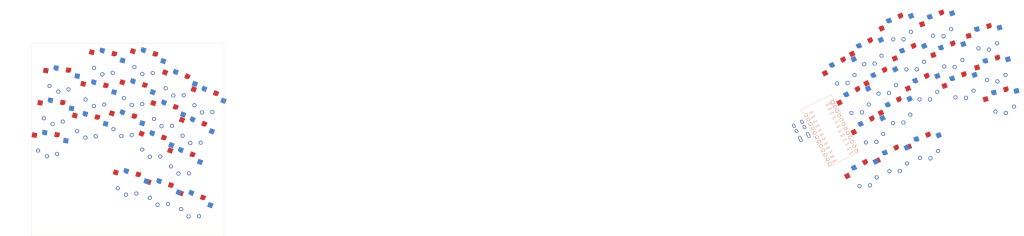
<source format=kicad_pcb>
(kicad_pcb (version 20171130) (host pcbnew "(5.1.10)-1")

  (general
    (thickness 1.6)
    (drawings 6)
    (tracks 0)
    (zones 0)
    (modules 74)
    (nets 3)
  )

  (page A3)
  (title_block
    (title architeuthis_dux)
    (rev v1.0.0)
    (company Unknown)
  )

  (layers
    (0 F.Cu signal)
    (31 B.Cu signal)
    (32 B.Adhes user)
    (33 F.Adhes user)
    (34 B.Paste user)
    (35 F.Paste user)
    (36 B.SilkS user)
    (37 F.SilkS user)
    (38 B.Mask user)
    (39 F.Mask user)
    (40 Dwgs.User user)
    (41 Cmts.User user)
    (42 Eco1.User user)
    (43 Eco2.User user)
    (44 Edge.Cuts user)
    (45 Margin user)
    (46 B.CrtYd user)
    (47 F.CrtYd user)
    (48 B.Fab user)
    (49 F.Fab user)
  )

  (setup
    (last_trace_width 0.25)
    (trace_clearance 0.2)
    (zone_clearance 0.508)
    (zone_45_only no)
    (trace_min 0.2)
    (via_size 0.8)
    (via_drill 0.4)
    (via_min_size 0.4)
    (via_min_drill 0.3)
    (uvia_size 0.3)
    (uvia_drill 0.1)
    (uvias_allowed no)
    (uvia_min_size 0.2)
    (uvia_min_drill 0.1)
    (edge_width 0.05)
    (segment_width 0.2)
    (pcb_text_width 0.3)
    (pcb_text_size 1.5 1.5)
    (mod_edge_width 0.12)
    (mod_text_size 1 1)
    (mod_text_width 0.15)
    (pad_size 1.524 1.524)
    (pad_drill 0.762)
    (pad_to_mask_clearance 0.05)
    (aux_axis_origin 0 0)
    (visible_elements 7FFFF7FF)
    (pcbplotparams
      (layerselection 0x010fc_ffffffff)
      (usegerberextensions false)
      (usegerberattributes true)
      (usegerberadvancedattributes true)
      (creategerberjobfile true)
      (excludeedgelayer true)
      (linewidth 0.100000)
      (plotframeref false)
      (viasonmask false)
      (mode 1)
      (useauxorigin false)
      (hpglpennumber 1)
      (hpglpenspeed 20)
      (hpglpendiameter 15.000000)
      (psnegative false)
      (psa4output false)
      (plotreference true)
      (plotvalue true)
      (plotinvisibletext false)
      (padsonsilk false)
      (subtractmaskfromsilk false)
      (outputformat 1)
      (mirror false)
      (drillshape 1)
      (scaleselection 1)
      (outputdirectory ""))
  )

  (net 0 "")
  (net 1 =column_net)
  (net 2 GND)

  (net_class Default "This is the default net class."
    (clearance 0.2)
    (trace_width 0.25)
    (via_dia 0.8)
    (via_drill 0.4)
    (uvia_dia 0.3)
    (uvia_drill 0.1)
    (add_net =column_net)
    (add_net GND)
  )

  (module PG1350 (layer B.Cu) (tedit 5DD50112) (tstamp 647B42A5)
    (at 262.118519 -174.43667 23)
    (fp_text reference S27 (at 0 0 25) (layer B.SilkS) hide
      (effects (font (size 1.27 1.27) (thickness 0.15)) (justify mirror))
    )
    (fp_text value "" (at 0 0 25) (layer B.SilkS) hide
      (effects (font (size 1.27 1.27) (thickness 0.15)) (justify mirror))
    )
    (fp_line (start -9 -8.5) (end -9 8.5) (layer Dwgs.User) (width 0.15))
    (fp_line (start 9 -8.5) (end -9 -8.5) (layer Dwgs.User) (width 0.15))
    (fp_line (start 9 8.5) (end 9 -8.5) (layer Dwgs.User) (width 0.15))
    (fp_line (start -9 8.5) (end 9 8.5) (layer Dwgs.User) (width 0.15))
    (fp_line (start 7 7) (end 7 6) (layer Dwgs.User) (width 0.15))
    (fp_line (start 6 -7) (end 7 -7) (layer Dwgs.User) (width 0.15))
    (fp_line (start 7 7) (end 6 7) (layer Dwgs.User) (width 0.15))
    (fp_line (start 7 -6) (end 7 -7) (layer Dwgs.User) (width 0.15))
    (fp_line (start -7 -7) (end -7 -6) (layer Dwgs.User) (width 0.15))
    (fp_line (start -6 7) (end -7 7) (layer Dwgs.User) (width 0.15))
    (fp_line (start -7 -7) (end -6 -7) (layer Dwgs.User) (width 0.15))
    (fp_line (start -7 6) (end -7 7) (layer Dwgs.User) (width 0.15))
    (pad 2 thru_hole circle (at 0 5.9 205) (size 2.032 2.032) (drill 1.27) (layers *.Cu *.Mask))
    (pad 1 thru_hole circle (at -5 3.8 205) (size 2.032 2.032) (drill 1.27) (layers *.Cu *.Mask))
    (pad 2 thru_hole circle (at 0 5.9 205) (size 2.032 2.032) (drill 1.27) (layers *.Cu *.Mask))
    (pad 1 thru_hole circle (at 5 3.8 205) (size 2.032 2.032) (drill 1.27) (layers *.Cu *.Mask))
    (pad "" np_thru_hole circle (at -5.5 0 205) (size 1.7018 1.7018) (drill 1.7018) (layers *.Cu *.Mask))
    (pad "" np_thru_hole circle (at 5.5 0 205) (size 1.7018 1.7018) (drill 1.7018) (layers *.Cu *.Mask))
    (pad "" np_thru_hole circle (at 0 0 205) (size 3.429 3.429) (drill 3.429) (layers *.Cu *.Mask))
  )

  (module PG1350 (layer B.Cu) (tedit 5DD50112) (tstamp 647B428F)
    (at 268.945049 -158.866234 23)
    (fp_text reference S26 (at 0 0 25) (layer B.SilkS) hide
      (effects (font (size 1.27 1.27) (thickness 0.15)) (justify mirror))
    )
    (fp_text value "" (at 0 0 25) (layer B.SilkS) hide
      (effects (font (size 1.27 1.27) (thickness 0.15)) (justify mirror))
    )
    (fp_line (start -9 -8.5) (end -9 8.5) (layer Dwgs.User) (width 0.15))
    (fp_line (start 9 -8.5) (end -9 -8.5) (layer Dwgs.User) (width 0.15))
    (fp_line (start 9 8.5) (end 9 -8.5) (layer Dwgs.User) (width 0.15))
    (fp_line (start -9 8.5) (end 9 8.5) (layer Dwgs.User) (width 0.15))
    (fp_line (start 7 7) (end 7 6) (layer Dwgs.User) (width 0.15))
    (fp_line (start 6 -7) (end 7 -7) (layer Dwgs.User) (width 0.15))
    (fp_line (start 7 7) (end 6 7) (layer Dwgs.User) (width 0.15))
    (fp_line (start 7 -6) (end 7 -7) (layer Dwgs.User) (width 0.15))
    (fp_line (start -7 -7) (end -7 -6) (layer Dwgs.User) (width 0.15))
    (fp_line (start -6 7) (end -7 7) (layer Dwgs.User) (width 0.15))
    (fp_line (start -7 -7) (end -6 -7) (layer Dwgs.User) (width 0.15))
    (fp_line (start -7 6) (end -7 7) (layer Dwgs.User) (width 0.15))
    (pad 2 thru_hole circle (at 0 5.9 205) (size 2.032 2.032) (drill 1.27) (layers *.Cu *.Mask))
    (pad 1 thru_hole circle (at -5 3.8 205) (size 2.032 2.032) (drill 1.27) (layers *.Cu *.Mask))
    (pad 2 thru_hole circle (at 0 5.9 205) (size 2.032 2.032) (drill 1.27) (layers *.Cu *.Mask))
    (pad 1 thru_hole circle (at 5 3.8 205) (size 2.032 2.032) (drill 1.27) (layers *.Cu *.Mask))
    (pad "" np_thru_hole circle (at -5.5 0 205) (size 1.7018 1.7018) (drill 1.7018) (layers *.Cu *.Mask))
    (pad "" np_thru_hole circle (at 5.5 0 205) (size 1.7018 1.7018) (drill 1.7018) (layers *.Cu *.Mask))
    (pad "" np_thru_hole circle (at 0 0 205) (size 3.429 3.429) (drill 3.429) (layers *.Cu *.Mask))
  )

  (module PG1350 (layer B.Cu) (tedit 5DD50112) (tstamp 647B4279)
    (at 275.771578 -143.295797 23)
    (fp_text reference S25 (at 0 0 25) (layer B.SilkS) hide
      (effects (font (size 1.27 1.27) (thickness 0.15)) (justify mirror))
    )
    (fp_text value "" (at 0 0 25) (layer B.SilkS) hide
      (effects (font (size 1.27 1.27) (thickness 0.15)) (justify mirror))
    )
    (fp_line (start -9 -8.5) (end -9 8.5) (layer Dwgs.User) (width 0.15))
    (fp_line (start 9 -8.5) (end -9 -8.5) (layer Dwgs.User) (width 0.15))
    (fp_line (start 9 8.5) (end 9 -8.5) (layer Dwgs.User) (width 0.15))
    (fp_line (start -9 8.5) (end 9 8.5) (layer Dwgs.User) (width 0.15))
    (fp_line (start 7 7) (end 7 6) (layer Dwgs.User) (width 0.15))
    (fp_line (start 6 -7) (end 7 -7) (layer Dwgs.User) (width 0.15))
    (fp_line (start 7 7) (end 6 7) (layer Dwgs.User) (width 0.15))
    (fp_line (start 7 -6) (end 7 -7) (layer Dwgs.User) (width 0.15))
    (fp_line (start -7 -7) (end -7 -6) (layer Dwgs.User) (width 0.15))
    (fp_line (start -6 7) (end -7 7) (layer Dwgs.User) (width 0.15))
    (fp_line (start -7 -7) (end -6 -7) (layer Dwgs.User) (width 0.15))
    (fp_line (start -7 6) (end -7 7) (layer Dwgs.User) (width 0.15))
    (pad 2 thru_hole circle (at 0 5.9 205) (size 2.032 2.032) (drill 1.27) (layers *.Cu *.Mask))
    (pad 1 thru_hole circle (at -5 3.8 205) (size 2.032 2.032) (drill 1.27) (layers *.Cu *.Mask))
    (pad 2 thru_hole circle (at 0 5.9 205) (size 2.032 2.032) (drill 1.27) (layers *.Cu *.Mask))
    (pad 1 thru_hole circle (at 5 3.8 205) (size 2.032 2.032) (drill 1.27) (layers *.Cu *.Mask))
    (pad "" np_thru_hole circle (at -5.5 0 205) (size 1.7018 1.7018) (drill 1.7018) (layers *.Cu *.Mask))
    (pad "" np_thru_hole circle (at 5.5 0 205) (size 1.7018 1.7018) (drill 1.7018) (layers *.Cu *.Mask))
    (pad "" np_thru_hole circle (at 0 0 205) (size 3.429 3.429) (drill 3.429) (layers *.Cu *.Mask))
  )

  (module PG1350 (layer B.Cu) (tedit 5DD50112) (tstamp 647B4263)
    (at 311.496536 -152.899144 15)
    (fp_text reference S20 (at 0 0 25) (layer B.SilkS) hide
      (effects (font (size 1.27 1.27) (thickness 0.15)) (justify mirror))
    )
    (fp_text value "" (at 0 0 25) (layer B.SilkS) hide
      (effects (font (size 1.27 1.27) (thickness 0.15)) (justify mirror))
    )
    (fp_line (start -9 -8.5) (end -9 8.5) (layer Dwgs.User) (width 0.15))
    (fp_line (start 9 -8.5) (end -9 -8.5) (layer Dwgs.User) (width 0.15))
    (fp_line (start 9 8.5) (end 9 -8.5) (layer Dwgs.User) (width 0.15))
    (fp_line (start -9 8.5) (end 9 8.5) (layer Dwgs.User) (width 0.15))
    (fp_line (start 7 7) (end 7 6) (layer Dwgs.User) (width 0.15))
    (fp_line (start 6 -7) (end 7 -7) (layer Dwgs.User) (width 0.15))
    (fp_line (start 7 7) (end 6 7) (layer Dwgs.User) (width 0.15))
    (fp_line (start 7 -6) (end 7 -7) (layer Dwgs.User) (width 0.15))
    (fp_line (start -7 -7) (end -7 -6) (layer Dwgs.User) (width 0.15))
    (fp_line (start -6 7) (end -7 7) (layer Dwgs.User) (width 0.15))
    (fp_line (start -7 -7) (end -6 -7) (layer Dwgs.User) (width 0.15))
    (fp_line (start -7 6) (end -7 7) (layer Dwgs.User) (width 0.15))
    (pad 2 thru_hole circle (at 0 5.9 205) (size 2.032 2.032) (drill 1.27) (layers *.Cu *.Mask))
    (pad 1 thru_hole circle (at -5 3.8 205) (size 2.032 2.032) (drill 1.27) (layers *.Cu *.Mask))
    (pad 2 thru_hole circle (at 0 5.9 205) (size 2.032 2.032) (drill 1.27) (layers *.Cu *.Mask))
    (pad 1 thru_hole circle (at 5 3.8 205) (size 2.032 2.032) (drill 1.27) (layers *.Cu *.Mask))
    (pad "" np_thru_hole circle (at -5.5 0 205) (size 1.7018 1.7018) (drill 1.7018) (layers *.Cu *.Mask))
    (pad "" np_thru_hole circle (at 5.5 0 205) (size 1.7018 1.7018) (drill 1.7018) (layers *.Cu *.Mask))
    (pad "" np_thru_hole circle (at 0 0 205) (size 3.429 3.429) (drill 3.429) (layers *.Cu *.Mask))
  )

  (module PG1350 (layer B.Cu) (tedit 5DD50112) (tstamp 647B424D)
    (at 294.696654 -144.189553 20)
    (fp_text reference S22 (at 0 0 25) (layer B.SilkS) hide
      (effects (font (size 1.27 1.27) (thickness 0.15)) (justify mirror))
    )
    (fp_text value "" (at 0 0 25) (layer B.SilkS) hide
      (effects (font (size 1.27 1.27) (thickness 0.15)) (justify mirror))
    )
    (fp_line (start -9 -8.5) (end -9 8.5) (layer Dwgs.User) (width 0.15))
    (fp_line (start 9 -8.5) (end -9 -8.5) (layer Dwgs.User) (width 0.15))
    (fp_line (start 9 8.5) (end 9 -8.5) (layer Dwgs.User) (width 0.15))
    (fp_line (start -9 8.5) (end 9 8.5) (layer Dwgs.User) (width 0.15))
    (fp_line (start 7 7) (end 7 6) (layer Dwgs.User) (width 0.15))
    (fp_line (start 6 -7) (end 7 -7) (layer Dwgs.User) (width 0.15))
    (fp_line (start 7 7) (end 6 7) (layer Dwgs.User) (width 0.15))
    (fp_line (start 7 -6) (end 7 -7) (layer Dwgs.User) (width 0.15))
    (fp_line (start -7 -7) (end -7 -6) (layer Dwgs.User) (width 0.15))
    (fp_line (start -6 7) (end -7 7) (layer Dwgs.User) (width 0.15))
    (fp_line (start -7 -7) (end -6 -7) (layer Dwgs.User) (width 0.15))
    (fp_line (start -7 6) (end -7 7) (layer Dwgs.User) (width 0.15))
    (pad 2 thru_hole circle (at 0 5.9 205) (size 2.032 2.032) (drill 1.27) (layers *.Cu *.Mask))
    (pad 1 thru_hole circle (at -5 3.8 205) (size 2.032 2.032) (drill 1.27) (layers *.Cu *.Mask))
    (pad 2 thru_hole circle (at 0 5.9 205) (size 2.032 2.032) (drill 1.27) (layers *.Cu *.Mask))
    (pad 1 thru_hole circle (at 5 3.8 205) (size 2.032 2.032) (drill 1.27) (layers *.Cu *.Mask))
    (pad "" np_thru_hole circle (at -5.5 0 205) (size 1.7018 1.7018) (drill 1.7018) (layers *.Cu *.Mask))
    (pad "" np_thru_hole circle (at 5.5 0 205) (size 1.7018 1.7018) (drill 1.7018) (layers *.Cu *.Mask))
    (pad "" np_thru_hole circle (at 0 0 205) (size 3.429 3.429) (drill 3.429) (layers *.Cu *.Mask))
  )

  (module PG1350 (layer B.Cu) (tedit 5DD50112) (tstamp 647B4237)
    (at 315.89646 -136.478405 15)
    (fp_text reference S19 (at 0 0 25) (layer B.SilkS) hide
      (effects (font (size 1.27 1.27) (thickness 0.15)) (justify mirror))
    )
    (fp_text value "" (at 0 0 25) (layer B.SilkS) hide
      (effects (font (size 1.27 1.27) (thickness 0.15)) (justify mirror))
    )
    (fp_line (start -9 -8.5) (end -9 8.5) (layer Dwgs.User) (width 0.15))
    (fp_line (start 9 -8.5) (end -9 -8.5) (layer Dwgs.User) (width 0.15))
    (fp_line (start 9 8.5) (end 9 -8.5) (layer Dwgs.User) (width 0.15))
    (fp_line (start -9 8.5) (end 9 8.5) (layer Dwgs.User) (width 0.15))
    (fp_line (start 7 7) (end 7 6) (layer Dwgs.User) (width 0.15))
    (fp_line (start 6 -7) (end 7 -7) (layer Dwgs.User) (width 0.15))
    (fp_line (start 7 7) (end 6 7) (layer Dwgs.User) (width 0.15))
    (fp_line (start 7 -6) (end 7 -7) (layer Dwgs.User) (width 0.15))
    (fp_line (start -7 -7) (end -7 -6) (layer Dwgs.User) (width 0.15))
    (fp_line (start -6 7) (end -7 7) (layer Dwgs.User) (width 0.15))
    (fp_line (start -7 -7) (end -6 -7) (layer Dwgs.User) (width 0.15))
    (fp_line (start -7 6) (end -7 7) (layer Dwgs.User) (width 0.15))
    (pad 2 thru_hole circle (at 0 5.9 205) (size 2.032 2.032) (drill 1.27) (layers *.Cu *.Mask))
    (pad 1 thru_hole circle (at -5 3.8 205) (size 2.032 2.032) (drill 1.27) (layers *.Cu *.Mask))
    (pad 2 thru_hole circle (at 0 5.9 205) (size 2.032 2.032) (drill 1.27) (layers *.Cu *.Mask))
    (pad 1 thru_hole circle (at 5 3.8 205) (size 2.032 2.032) (drill 1.27) (layers *.Cu *.Mask))
    (pad "" np_thru_hole circle (at -5.5 0 205) (size 1.7018 1.7018) (drill 1.7018) (layers *.Cu *.Mask))
    (pad "" np_thru_hole circle (at 5.5 0 205) (size 1.7018 1.7018) (drill 1.7018) (layers *.Cu *.Mask))
    (pad "" np_thru_hole circle (at 0 0 205) (size 3.429 3.429) (drill 3.429) (layers *.Cu *.Mask))
  )

  (module PG1350 (layer B.Cu) (tedit 5DD50112) (tstamp 647B4221)
    (at 288.882312 -160.164328 20)
    (fp_text reference S23 (at 0 0 25) (layer B.SilkS) hide
      (effects (font (size 1.27 1.27) (thickness 0.15)) (justify mirror))
    )
    (fp_text value "" (at 0 0 25) (layer B.SilkS) hide
      (effects (font (size 1.27 1.27) (thickness 0.15)) (justify mirror))
    )
    (fp_line (start -9 -8.5) (end -9 8.5) (layer Dwgs.User) (width 0.15))
    (fp_line (start 9 -8.5) (end -9 -8.5) (layer Dwgs.User) (width 0.15))
    (fp_line (start 9 8.5) (end 9 -8.5) (layer Dwgs.User) (width 0.15))
    (fp_line (start -9 8.5) (end 9 8.5) (layer Dwgs.User) (width 0.15))
    (fp_line (start 7 7) (end 7 6) (layer Dwgs.User) (width 0.15))
    (fp_line (start 6 -7) (end 7 -7) (layer Dwgs.User) (width 0.15))
    (fp_line (start 7 7) (end 6 7) (layer Dwgs.User) (width 0.15))
    (fp_line (start 7 -6) (end 7 -7) (layer Dwgs.User) (width 0.15))
    (fp_line (start -7 -7) (end -7 -6) (layer Dwgs.User) (width 0.15))
    (fp_line (start -6 7) (end -7 7) (layer Dwgs.User) (width 0.15))
    (fp_line (start -7 -7) (end -6 -7) (layer Dwgs.User) (width 0.15))
    (fp_line (start -7 6) (end -7 7) (layer Dwgs.User) (width 0.15))
    (pad 2 thru_hole circle (at 0 5.9 205) (size 2.032 2.032) (drill 1.27) (layers *.Cu *.Mask))
    (pad 1 thru_hole circle (at -5 3.8 205) (size 2.032 2.032) (drill 1.27) (layers *.Cu *.Mask))
    (pad 2 thru_hole circle (at 0 5.9 205) (size 2.032 2.032) (drill 1.27) (layers *.Cu *.Mask))
    (pad 1 thru_hole circle (at 5 3.8 205) (size 2.032 2.032) (drill 1.27) (layers *.Cu *.Mask))
    (pad "" np_thru_hole circle (at -5.5 0 205) (size 1.7018 1.7018) (drill 1.7018) (layers *.Cu *.Mask))
    (pad "" np_thru_hole circle (at 5.5 0 205) (size 1.7018 1.7018) (drill 1.7018) (layers *.Cu *.Mask))
    (pad "" np_thru_hole circle (at 0 0 205) (size 3.429 3.429) (drill 3.429) (layers *.Cu *.Mask))
  )

  (module PG1350 (layer B.Cu) (tedit 5DD50112) (tstamp 647B4207)
    (at 260.064749 -106.097722 204)
    (fp_text reference S17 (at 0 0 25) (layer B.SilkS) hide
      (effects (font (size 1.27 1.27) (thickness 0.15)) (justify mirror))
    )
    (fp_text value "" (at 0 0 25) (layer B.SilkS) hide
      (effects (font (size 1.27 1.27) (thickness 0.15)) (justify mirror))
    )
    (fp_line (start -9 -8.5) (end -9 8.5) (layer Dwgs.User) (width 0.15))
    (fp_line (start 9 -8.5) (end -9 -8.5) (layer Dwgs.User) (width 0.15))
    (fp_line (start 9 8.5) (end 9 -8.5) (layer Dwgs.User) (width 0.15))
    (fp_line (start -9 8.5) (end 9 8.5) (layer Dwgs.User) (width 0.15))
    (fp_line (start 7 7) (end 7 6) (layer Dwgs.User) (width 0.15))
    (fp_line (start 6 -7) (end 7 -7) (layer Dwgs.User) (width 0.15))
    (fp_line (start 7 7) (end 6 7) (layer Dwgs.User) (width 0.15))
    (fp_line (start 7 -6) (end 7 -7) (layer Dwgs.User) (width 0.15))
    (fp_line (start -7 -7) (end -7 -6) (layer Dwgs.User) (width 0.15))
    (fp_line (start -6 7) (end -7 7) (layer Dwgs.User) (width 0.15))
    (fp_line (start -7 -7) (end -6 -7) (layer Dwgs.User) (width 0.15))
    (fp_line (start -7 6) (end -7 7) (layer Dwgs.User) (width 0.15))
    (pad 2 smd rect (at -8.275 3.75 204) (size 2.6 2.6) (layers B.Cu B.Paste B.Mask))
    (pad 1 smd rect (at 3.275 5.95 204) (size 2.6 2.6) (layers B.Cu B.Paste B.Mask))
    (pad "" np_thru_hole circle (at 0 5.95 205) (size 3 3) (drill 3) (layers *.Cu *.Mask))
    (pad "" np_thru_hole circle (at -5 3.75 205) (size 3 3) (drill 3) (layers *.Cu *.Mask))
    (pad 2 smd rect (at 8.275 3.75 204) (size 2.6 2.6) (layers F.Cu F.Paste F.Mask))
    (pad 1 smd rect (at -3.275 5.95 204) (size 2.6 2.6) (layers F.Cu F.Paste F.Mask))
    (pad "" np_thru_hole circle (at 0 5.95 205) (size 3 3) (drill 3) (layers *.Cu *.Mask))
    (pad "" np_thru_hole circle (at 5 3.75 205) (size 3 3) (drill 3) (layers *.Cu *.Mask))
    (pad "" np_thru_hole circle (at -5.5 0 205) (size 1.7018 1.7018) (drill 1.7018) (layers *.Cu *.Mask))
    (pad "" np_thru_hole circle (at 5.5 0 205) (size 1.7018 1.7018) (drill 1.7018) (layers *.Cu *.Mask))
    (pad "" np_thru_hole circle (at 0 0 205) (size 3.429 3.429) (drill 3.429) (layers *.Cu *.Mask))
  )

  (module PG1350 (layer B.Cu) (tedit 5DD50112) (tstamp 647B41F1)
    (at 240.221603 -136.426841 26)
    (fp_text reference S32 (at 0 0 25) (layer B.SilkS) hide
      (effects (font (size 1.27 1.27) (thickness 0.15)) (justify mirror))
    )
    (fp_text value "" (at 0 0 25) (layer B.SilkS) hide
      (effects (font (size 1.27 1.27) (thickness 0.15)) (justify mirror))
    )
    (fp_line (start -9 -8.5) (end -9 8.5) (layer Dwgs.User) (width 0.15))
    (fp_line (start 9 -8.5) (end -9 -8.5) (layer Dwgs.User) (width 0.15))
    (fp_line (start 9 8.5) (end 9 -8.5) (layer Dwgs.User) (width 0.15))
    (fp_line (start -9 8.5) (end 9 8.5) (layer Dwgs.User) (width 0.15))
    (fp_line (start 7 7) (end 7 6) (layer Dwgs.User) (width 0.15))
    (fp_line (start 6 -7) (end 7 -7) (layer Dwgs.User) (width 0.15))
    (fp_line (start 7 7) (end 6 7) (layer Dwgs.User) (width 0.15))
    (fp_line (start 7 -6) (end 7 -7) (layer Dwgs.User) (width 0.15))
    (fp_line (start -7 -7) (end -7 -6) (layer Dwgs.User) (width 0.15))
    (fp_line (start -6 7) (end -7 7) (layer Dwgs.User) (width 0.15))
    (fp_line (start -7 -7) (end -6 -7) (layer Dwgs.User) (width 0.15))
    (fp_line (start -7 6) (end -7 7) (layer Dwgs.User) (width 0.15))
    (pad 2 thru_hole circle (at 0 5.9 205) (size 2.032 2.032) (drill 1.27) (layers *.Cu *.Mask))
    (pad 1 thru_hole circle (at -5 3.8 205) (size 2.032 2.032) (drill 1.27) (layers *.Cu *.Mask))
    (pad 2 thru_hole circle (at 0 5.9 205) (size 2.032 2.032) (drill 1.27) (layers *.Cu *.Mask))
    (pad 1 thru_hole circle (at 5 3.8 205) (size 2.032 2.032) (drill 1.27) (layers *.Cu *.Mask))
    (pad "" np_thru_hole circle (at -5.5 0 205) (size 1.7018 1.7018) (drill 1.7018) (layers *.Cu *.Mask))
    (pad "" np_thru_hole circle (at 5.5 0 205) (size 1.7018 1.7018) (drill 1.7018) (layers *.Cu *.Mask))
    (pad "" np_thru_hole circle (at 0 0 205) (size 3.429 3.429) (drill 3.429) (layers *.Cu *.Mask))
  )

  (module PG1350 (layer B.Cu) (tedit 5DD50112) (tstamp 647B41DB)
    (at 247.673912 -121.147344 26)
    (fp_text reference S31 (at 0 0 25) (layer B.SilkS) hide
      (effects (font (size 1.27 1.27) (thickness 0.15)) (justify mirror))
    )
    (fp_text value "" (at 0 0 25) (layer B.SilkS) hide
      (effects (font (size 1.27 1.27) (thickness 0.15)) (justify mirror))
    )
    (fp_line (start -9 -8.5) (end -9 8.5) (layer Dwgs.User) (width 0.15))
    (fp_line (start 9 -8.5) (end -9 -8.5) (layer Dwgs.User) (width 0.15))
    (fp_line (start 9 8.5) (end 9 -8.5) (layer Dwgs.User) (width 0.15))
    (fp_line (start -9 8.5) (end 9 8.5) (layer Dwgs.User) (width 0.15))
    (fp_line (start 7 7) (end 7 6) (layer Dwgs.User) (width 0.15))
    (fp_line (start 6 -7) (end 7 -7) (layer Dwgs.User) (width 0.15))
    (fp_line (start 7 7) (end 6 7) (layer Dwgs.User) (width 0.15))
    (fp_line (start 7 -6) (end 7 -7) (layer Dwgs.User) (width 0.15))
    (fp_line (start -7 -7) (end -7 -6) (layer Dwgs.User) (width 0.15))
    (fp_line (start -6 7) (end -7 7) (layer Dwgs.User) (width 0.15))
    (fp_line (start -7 -7) (end -6 -7) (layer Dwgs.User) (width 0.15))
    (fp_line (start -7 6) (end -7 7) (layer Dwgs.User) (width 0.15))
    (pad 2 thru_hole circle (at 0 5.9 205) (size 2.032 2.032) (drill 1.27) (layers *.Cu *.Mask))
    (pad 1 thru_hole circle (at -5 3.8 205) (size 2.032 2.032) (drill 1.27) (layers *.Cu *.Mask))
    (pad 2 thru_hole circle (at 0 5.9 205) (size 2.032 2.032) (drill 1.27) (layers *.Cu *.Mask))
    (pad 1 thru_hole circle (at 5 3.8 205) (size 2.032 2.032) (drill 1.27) (layers *.Cu *.Mask))
    (pad "" np_thru_hole circle (at -5.5 0 205) (size 1.7018 1.7018) (drill 1.7018) (layers *.Cu *.Mask))
    (pad "" np_thru_hole circle (at 5.5 0 205) (size 1.7018 1.7018) (drill 1.7018) (layers *.Cu *.Mask))
    (pad "" np_thru_hole circle (at 0 0 205) (size 3.429 3.429) (drill 3.429) (layers *.Cu *.Mask))
  )

  (module PG1350 (layer B.Cu) (tedit 5DD50112) (tstamp 647B41C5)
    (at 246.80674 -161.705233 26)
    (fp_text reference S30 (at 0 0 25) (layer B.SilkS) hide
      (effects (font (size 1.27 1.27) (thickness 0.15)) (justify mirror))
    )
    (fp_text value "" (at 0 0 25) (layer B.SilkS) hide
      (effects (font (size 1.27 1.27) (thickness 0.15)) (justify mirror))
    )
    (fp_line (start -9 -8.5) (end -9 8.5) (layer Dwgs.User) (width 0.15))
    (fp_line (start 9 -8.5) (end -9 -8.5) (layer Dwgs.User) (width 0.15))
    (fp_line (start 9 8.5) (end 9 -8.5) (layer Dwgs.User) (width 0.15))
    (fp_line (start -9 8.5) (end 9 8.5) (layer Dwgs.User) (width 0.15))
    (fp_line (start 7 7) (end 7 6) (layer Dwgs.User) (width 0.15))
    (fp_line (start 6 -7) (end 7 -7) (layer Dwgs.User) (width 0.15))
    (fp_line (start 7 7) (end 6 7) (layer Dwgs.User) (width 0.15))
    (fp_line (start 7 -6) (end 7 -7) (layer Dwgs.User) (width 0.15))
    (fp_line (start -7 -7) (end -7 -6) (layer Dwgs.User) (width 0.15))
    (fp_line (start -6 7) (end -7 7) (layer Dwgs.User) (width 0.15))
    (fp_line (start -7 -7) (end -6 -7) (layer Dwgs.User) (width 0.15))
    (fp_line (start -7 6) (end -7 7) (layer Dwgs.User) (width 0.15))
    (pad 2 thru_hole circle (at 0 5.9 205) (size 2.032 2.032) (drill 1.27) (layers *.Cu *.Mask))
    (pad 1 thru_hole circle (at -5 3.8 205) (size 2.032 2.032) (drill 1.27) (layers *.Cu *.Mask))
    (pad 2 thru_hole circle (at 0 5.9 205) (size 2.032 2.032) (drill 1.27) (layers *.Cu *.Mask))
    (pad 1 thru_hole circle (at 5 3.8 205) (size 2.032 2.032) (drill 1.27) (layers *.Cu *.Mask))
    (pad "" np_thru_hole circle (at -5.5 0 205) (size 1.7018 1.7018) (drill 1.7018) (layers *.Cu *.Mask))
    (pad "" np_thru_hole circle (at 5.5 0 205) (size 1.7018 1.7018) (drill 1.7018) (layers *.Cu *.Mask))
    (pad "" np_thru_hole circle (at 0 0 205) (size 3.429 3.429) (drill 3.429) (layers *.Cu *.Mask))
  )

  (module PG1350 (layer B.Cu) (tedit 5DD50112) (tstamp 647B41AF)
    (at 283.067969 -176.139102 20)
    (fp_text reference S24 (at 0 0 25) (layer B.SilkS) hide
      (effects (font (size 1.27 1.27) (thickness 0.15)) (justify mirror))
    )
    (fp_text value "" (at 0 0 25) (layer B.SilkS) hide
      (effects (font (size 1.27 1.27) (thickness 0.15)) (justify mirror))
    )
    (fp_line (start -9 -8.5) (end -9 8.5) (layer Dwgs.User) (width 0.15))
    (fp_line (start 9 -8.5) (end -9 -8.5) (layer Dwgs.User) (width 0.15))
    (fp_line (start 9 8.5) (end 9 -8.5) (layer Dwgs.User) (width 0.15))
    (fp_line (start -9 8.5) (end 9 8.5) (layer Dwgs.User) (width 0.15))
    (fp_line (start 7 7) (end 7 6) (layer Dwgs.User) (width 0.15))
    (fp_line (start 6 -7) (end 7 -7) (layer Dwgs.User) (width 0.15))
    (fp_line (start 7 7) (end 6 7) (layer Dwgs.User) (width 0.15))
    (fp_line (start 7 -6) (end 7 -7) (layer Dwgs.User) (width 0.15))
    (fp_line (start -7 -7) (end -7 -6) (layer Dwgs.User) (width 0.15))
    (fp_line (start -6 7) (end -7 7) (layer Dwgs.User) (width 0.15))
    (fp_line (start -7 -7) (end -6 -7) (layer Dwgs.User) (width 0.15))
    (fp_line (start -7 6) (end -7 7) (layer Dwgs.User) (width 0.15))
    (pad 2 thru_hole circle (at 0 5.9 205) (size 2.032 2.032) (drill 1.27) (layers *.Cu *.Mask))
    (pad 1 thru_hole circle (at -5 3.8 205) (size 2.032 2.032) (drill 1.27) (layers *.Cu *.Mask))
    (pad 2 thru_hole circle (at 0 5.9 205) (size 2.032 2.032) (drill 1.27) (layers *.Cu *.Mask))
    (pad 1 thru_hole circle (at 5 3.8 205) (size 2.032 2.032) (drill 1.27) (layers *.Cu *.Mask))
    (pad "" np_thru_hole circle (at -5.5 0 205) (size 1.7018 1.7018) (drill 1.7018) (layers *.Cu *.Mask))
    (pad "" np_thru_hole circle (at 5.5 0 205) (size 1.7018 1.7018) (drill 1.7018) (layers *.Cu *.Mask))
    (pad "" np_thru_hole circle (at 0 0 205) (size 3.429 3.429) (drill 3.429) (layers *.Cu *.Mask))
  )

  (module PG1350 (layer B.Cu) (tedit 5DD50112) (tstamp 647B4199)
    (at 307.096612 -169.319883 15)
    (fp_text reference S21 (at 0 0 25) (layer B.SilkS) hide
      (effects (font (size 1.27 1.27) (thickness 0.15)) (justify mirror))
    )
    (fp_text value "" (at 0 0 25) (layer B.SilkS) hide
      (effects (font (size 1.27 1.27) (thickness 0.15)) (justify mirror))
    )
    (fp_line (start -9 -8.5) (end -9 8.5) (layer Dwgs.User) (width 0.15))
    (fp_line (start 9 -8.5) (end -9 -8.5) (layer Dwgs.User) (width 0.15))
    (fp_line (start 9 8.5) (end 9 -8.5) (layer Dwgs.User) (width 0.15))
    (fp_line (start -9 8.5) (end 9 8.5) (layer Dwgs.User) (width 0.15))
    (fp_line (start 7 7) (end 7 6) (layer Dwgs.User) (width 0.15))
    (fp_line (start 6 -7) (end 7 -7) (layer Dwgs.User) (width 0.15))
    (fp_line (start 7 7) (end 6 7) (layer Dwgs.User) (width 0.15))
    (fp_line (start 7 -6) (end 7 -7) (layer Dwgs.User) (width 0.15))
    (fp_line (start -7 -7) (end -7 -6) (layer Dwgs.User) (width 0.15))
    (fp_line (start -6 7) (end -7 7) (layer Dwgs.User) (width 0.15))
    (fp_line (start -7 -7) (end -6 -7) (layer Dwgs.User) (width 0.15))
    (fp_line (start -7 6) (end -7 7) (layer Dwgs.User) (width 0.15))
    (pad 2 thru_hole circle (at 0 5.9 205) (size 2.032 2.032) (drill 1.27) (layers *.Cu *.Mask))
    (pad 1 thru_hole circle (at -5 3.8 205) (size 2.032 2.032) (drill 1.27) (layers *.Cu *.Mask))
    (pad 2 thru_hole circle (at 0 5.9 205) (size 2.032 2.032) (drill 1.27) (layers *.Cu *.Mask))
    (pad 1 thru_hole circle (at 5 3.8 205) (size 2.032 2.032) (drill 1.27) (layers *.Cu *.Mask))
    (pad "" np_thru_hole circle (at -5.5 0 205) (size 1.7018 1.7018) (drill 1.7018) (layers *.Cu *.Mask))
    (pad "" np_thru_hole circle (at 5.5 0 205) (size 1.7018 1.7018) (drill 1.7018) (layers *.Cu *.Mask))
    (pad "" np_thru_hole circle (at 0 0 205) (size 3.429 3.429) (drill 3.429) (layers *.Cu *.Mask))
  )

  (module PG1350 (layer B.Cu) (tedit 5DD50112) (tstamp 647B4183)
    (at 254.25905 -146.425734 26)
    (fp_text reference S29 (at 0 0 25) (layer B.SilkS) hide
      (effects (font (size 1.27 1.27) (thickness 0.15)) (justify mirror))
    )
    (fp_text value "" (at 0 0 25) (layer B.SilkS) hide
      (effects (font (size 1.27 1.27) (thickness 0.15)) (justify mirror))
    )
    (fp_line (start -9 -8.5) (end -9 8.5) (layer Dwgs.User) (width 0.15))
    (fp_line (start 9 -8.5) (end -9 -8.5) (layer Dwgs.User) (width 0.15))
    (fp_line (start 9 8.5) (end 9 -8.5) (layer Dwgs.User) (width 0.15))
    (fp_line (start -9 8.5) (end 9 8.5) (layer Dwgs.User) (width 0.15))
    (fp_line (start 7 7) (end 7 6) (layer Dwgs.User) (width 0.15))
    (fp_line (start 6 -7) (end 7 -7) (layer Dwgs.User) (width 0.15))
    (fp_line (start 7 7) (end 6 7) (layer Dwgs.User) (width 0.15))
    (fp_line (start 7 -6) (end 7 -7) (layer Dwgs.User) (width 0.15))
    (fp_line (start -7 -7) (end -7 -6) (layer Dwgs.User) (width 0.15))
    (fp_line (start -6 7) (end -7 7) (layer Dwgs.User) (width 0.15))
    (fp_line (start -7 -7) (end -6 -7) (layer Dwgs.User) (width 0.15))
    (fp_line (start -7 6) (end -7 7) (layer Dwgs.User) (width 0.15))
    (pad 2 thru_hole circle (at 0 5.9 205) (size 2.032 2.032) (drill 1.27) (layers *.Cu *.Mask))
    (pad 1 thru_hole circle (at -5 3.8 205) (size 2.032 2.032) (drill 1.27) (layers *.Cu *.Mask))
    (pad 2 thru_hole circle (at 0 5.9 205) (size 2.032 2.032) (drill 1.27) (layers *.Cu *.Mask))
    (pad 1 thru_hole circle (at 5 3.8 205) (size 2.032 2.032) (drill 1.27) (layers *.Cu *.Mask))
    (pad "" np_thru_hole circle (at -5.5 0 205) (size 1.7018 1.7018) (drill 1.7018) (layers *.Cu *.Mask))
    (pad "" np_thru_hole circle (at 5.5 0 205) (size 1.7018 1.7018) (drill 1.7018) (layers *.Cu *.Mask))
    (pad "" np_thru_hole circle (at 0 0 205) (size 3.429 3.429) (drill 3.429) (layers *.Cu *.Mask))
  )

  (module PG1350 (layer B.Cu) (tedit 5DD50112) (tstamp 647B4169)
    (at 232.769293 -151.70634 206)
    (fp_text reference S15 (at 0 0 25) (layer B.SilkS) hide
      (effects (font (size 1.27 1.27) (thickness 0.15)) (justify mirror))
    )
    (fp_text value "" (at 0 0 25) (layer B.SilkS) hide
      (effects (font (size 1.27 1.27) (thickness 0.15)) (justify mirror))
    )
    (fp_line (start -9 -8.5) (end -9 8.5) (layer Dwgs.User) (width 0.15))
    (fp_line (start 9 -8.5) (end -9 -8.5) (layer Dwgs.User) (width 0.15))
    (fp_line (start 9 8.5) (end 9 -8.5) (layer Dwgs.User) (width 0.15))
    (fp_line (start -9 8.5) (end 9 8.5) (layer Dwgs.User) (width 0.15))
    (fp_line (start 7 7) (end 7 6) (layer Dwgs.User) (width 0.15))
    (fp_line (start 6 -7) (end 7 -7) (layer Dwgs.User) (width 0.15))
    (fp_line (start 7 7) (end 6 7) (layer Dwgs.User) (width 0.15))
    (fp_line (start 7 -6) (end 7 -7) (layer Dwgs.User) (width 0.15))
    (fp_line (start -7 -7) (end -7 -6) (layer Dwgs.User) (width 0.15))
    (fp_line (start -6 7) (end -7 7) (layer Dwgs.User) (width 0.15))
    (fp_line (start -7 -7) (end -6 -7) (layer Dwgs.User) (width 0.15))
    (fp_line (start -7 6) (end -7 7) (layer Dwgs.User) (width 0.15))
    (pad 2 smd rect (at -8.275 3.75 206) (size 2.6 2.6) (layers B.Cu B.Paste B.Mask))
    (pad 1 smd rect (at 3.275 5.95 206) (size 2.6 2.6) (layers B.Cu B.Paste B.Mask))
    (pad "" np_thru_hole circle (at 0 5.95 205) (size 3 3) (drill 3) (layers *.Cu *.Mask))
    (pad "" np_thru_hole circle (at -5 3.75 205) (size 3 3) (drill 3) (layers *.Cu *.Mask))
    (pad 2 smd rect (at 8.275 3.75 206) (size 2.6 2.6) (layers F.Cu F.Paste F.Mask))
    (pad 1 smd rect (at -3.275 5.95 206) (size 2.6 2.6) (layers F.Cu F.Paste F.Mask))
    (pad "" np_thru_hole circle (at 0 5.95 205) (size 3 3) (drill 3) (layers *.Cu *.Mask))
    (pad "" np_thru_hole circle (at 5 3.75 205) (size 3 3) (drill 3) (layers *.Cu *.Mask))
    (pad "" np_thru_hole circle (at -5.5 0 205) (size 1.7018 1.7018) (drill 1.7018) (layers *.Cu *.Mask))
    (pad "" np_thru_hole circle (at 5.5 0 205) (size 1.7018 1.7018) (drill 1.7018) (layers *.Cu *.Mask))
    (pad "" np_thru_hole circle (at 0 0 205) (size 3.429 3.429) (drill 3.429) (layers *.Cu *.Mask))
  )

  (module PG1350 (layer B.Cu) (tedit 5DD50112) (tstamp 647B414F)
    (at 244.288415 -98.543794 207)
    (fp_text reference S18 (at 0 0 25) (layer B.SilkS) hide
      (effects (font (size 1.27 1.27) (thickness 0.15)) (justify mirror))
    )
    (fp_text value "" (at 0 0 25) (layer B.SilkS) hide
      (effects (font (size 1.27 1.27) (thickness 0.15)) (justify mirror))
    )
    (fp_line (start -9 -8.5) (end -9 8.5) (layer Dwgs.User) (width 0.15))
    (fp_line (start 9 -8.5) (end -9 -8.5) (layer Dwgs.User) (width 0.15))
    (fp_line (start 9 8.5) (end 9 -8.5) (layer Dwgs.User) (width 0.15))
    (fp_line (start -9 8.5) (end 9 8.5) (layer Dwgs.User) (width 0.15))
    (fp_line (start 7 7) (end 7 6) (layer Dwgs.User) (width 0.15))
    (fp_line (start 6 -7) (end 7 -7) (layer Dwgs.User) (width 0.15))
    (fp_line (start 7 7) (end 6 7) (layer Dwgs.User) (width 0.15))
    (fp_line (start 7 -6) (end 7 -7) (layer Dwgs.User) (width 0.15))
    (fp_line (start -7 -7) (end -7 -6) (layer Dwgs.User) (width 0.15))
    (fp_line (start -6 7) (end -7 7) (layer Dwgs.User) (width 0.15))
    (fp_line (start -7 -7) (end -6 -7) (layer Dwgs.User) (width 0.15))
    (fp_line (start -7 6) (end -7 7) (layer Dwgs.User) (width 0.15))
    (pad 2 smd rect (at -8.275 3.75 207) (size 2.6 2.6) (layers B.Cu B.Paste B.Mask))
    (pad 1 smd rect (at 3.275 5.95 207) (size 2.6 2.6) (layers B.Cu B.Paste B.Mask))
    (pad "" np_thru_hole circle (at 0 5.95 205) (size 3 3) (drill 3) (layers *.Cu *.Mask))
    (pad "" np_thru_hole circle (at -5 3.75 205) (size 3 3) (drill 3) (layers *.Cu *.Mask))
    (pad 2 smd rect (at 8.275 3.75 207) (size 2.6 2.6) (layers F.Cu F.Paste F.Mask))
    (pad 1 smd rect (at -3.275 5.95 207) (size 2.6 2.6) (layers F.Cu F.Paste F.Mask))
    (pad "" np_thru_hole circle (at 0 5.95 205) (size 3 3) (drill 3) (layers *.Cu *.Mask))
    (pad "" np_thru_hole circle (at 5 3.75 205) (size 3 3) (drill 3) (layers *.Cu *.Mask))
    (pad "" np_thru_hole circle (at -5.5 0 205) (size 1.7018 1.7018) (drill 1.7018) (layers *.Cu *.Mask))
    (pad "" np_thru_hole circle (at 5.5 0 205) (size 1.7018 1.7018) (drill 1.7018) (layers *.Cu *.Mask))
    (pad "" np_thru_hole circle (at 0 0 205) (size 3.429 3.429) (drill 3.429) (layers *.Cu *.Mask))
  )

  (module PG1350 (layer B.Cu) (tedit 5DD50112) (tstamp 647B4139)
    (at 261.71136 -131.146236 26)
    (fp_text reference S28 (at 0 0 25) (layer B.SilkS) hide
      (effects (font (size 1.27 1.27) (thickness 0.15)) (justify mirror))
    )
    (fp_text value "" (at 0 0 25) (layer B.SilkS) hide
      (effects (font (size 1.27 1.27) (thickness 0.15)) (justify mirror))
    )
    (fp_line (start -9 -8.5) (end -9 8.5) (layer Dwgs.User) (width 0.15))
    (fp_line (start 9 -8.5) (end -9 -8.5) (layer Dwgs.User) (width 0.15))
    (fp_line (start 9 8.5) (end 9 -8.5) (layer Dwgs.User) (width 0.15))
    (fp_line (start -9 8.5) (end 9 8.5) (layer Dwgs.User) (width 0.15))
    (fp_line (start 7 7) (end 7 6) (layer Dwgs.User) (width 0.15))
    (fp_line (start 6 -7) (end 7 -7) (layer Dwgs.User) (width 0.15))
    (fp_line (start 7 7) (end 6 7) (layer Dwgs.User) (width 0.15))
    (fp_line (start 7 -6) (end 7 -7) (layer Dwgs.User) (width 0.15))
    (fp_line (start -7 -7) (end -7 -6) (layer Dwgs.User) (width 0.15))
    (fp_line (start -6 7) (end -7 7) (layer Dwgs.User) (width 0.15))
    (fp_line (start -7 -7) (end -6 -7) (layer Dwgs.User) (width 0.15))
    (fp_line (start -7 6) (end -7 7) (layer Dwgs.User) (width 0.15))
    (pad 2 thru_hole circle (at 0 5.9 205) (size 2.032 2.032) (drill 1.27) (layers *.Cu *.Mask))
    (pad 1 thru_hole circle (at -5 3.8 205) (size 2.032 2.032) (drill 1.27) (layers *.Cu *.Mask))
    (pad 2 thru_hole circle (at 0 5.9 205) (size 2.032 2.032) (drill 1.27) (layers *.Cu *.Mask))
    (pad 1 thru_hole circle (at 5 3.8 205) (size 2.032 2.032) (drill 1.27) (layers *.Cu *.Mask))
    (pad "" np_thru_hole circle (at -5.5 0 205) (size 1.7018 1.7018) (drill 1.7018) (layers *.Cu *.Mask))
    (pad "" np_thru_hole circle (at 5.5 0 205) (size 1.7018 1.7018) (drill 1.7018) (layers *.Cu *.Mask))
    (pad "" np_thru_hole circle (at 0 0 205) (size 3.429 3.429) (drill 3.429) (layers *.Cu *.Mask))
  )

  (module PG1350 (layer B.Cu) (tedit 5DD50112) (tstamp 647B411F)
    (at 276.214804 -112.815628 201)
    (fp_text reference S16 (at 0 0 25) (layer B.SilkS) hide
      (effects (font (size 1.27 1.27) (thickness 0.15)) (justify mirror))
    )
    (fp_text value "" (at 0 0 25) (layer B.SilkS) hide
      (effects (font (size 1.27 1.27) (thickness 0.15)) (justify mirror))
    )
    (fp_line (start -9 -8.5) (end -9 8.5) (layer Dwgs.User) (width 0.15))
    (fp_line (start 9 -8.5) (end -9 -8.5) (layer Dwgs.User) (width 0.15))
    (fp_line (start 9 8.5) (end 9 -8.5) (layer Dwgs.User) (width 0.15))
    (fp_line (start -9 8.5) (end 9 8.5) (layer Dwgs.User) (width 0.15))
    (fp_line (start 7 7) (end 7 6) (layer Dwgs.User) (width 0.15))
    (fp_line (start 6 -7) (end 7 -7) (layer Dwgs.User) (width 0.15))
    (fp_line (start 7 7) (end 6 7) (layer Dwgs.User) (width 0.15))
    (fp_line (start 7 -6) (end 7 -7) (layer Dwgs.User) (width 0.15))
    (fp_line (start -7 -7) (end -7 -6) (layer Dwgs.User) (width 0.15))
    (fp_line (start -6 7) (end -7 7) (layer Dwgs.User) (width 0.15))
    (fp_line (start -7 -7) (end -6 -7) (layer Dwgs.User) (width 0.15))
    (fp_line (start -7 6) (end -7 7) (layer Dwgs.User) (width 0.15))
    (pad 2 smd rect (at -8.275 3.75 201) (size 2.6 2.6) (layers B.Cu B.Paste B.Mask))
    (pad 1 smd rect (at 3.275 5.95 201) (size 2.6 2.6) (layers B.Cu B.Paste B.Mask))
    (pad "" np_thru_hole circle (at 0 5.95 205) (size 3 3) (drill 3) (layers *.Cu *.Mask))
    (pad "" np_thru_hole circle (at -5 3.75 205) (size 3 3) (drill 3) (layers *.Cu *.Mask))
    (pad 2 smd rect (at 8.275 3.75 201) (size 2.6 2.6) (layers F.Cu F.Paste F.Mask))
    (pad 1 smd rect (at -3.275 5.95 201) (size 2.6 2.6) (layers F.Cu F.Paste F.Mask))
    (pad "" np_thru_hole circle (at 0 5.95 205) (size 3 3) (drill 3) (layers *.Cu *.Mask))
    (pad "" np_thru_hole circle (at 5 3.75 205) (size 3 3) (drill 3) (layers *.Cu *.Mask))
    (pad "" np_thru_hole circle (at -5.5 0 205) (size 1.7018 1.7018) (drill 1.7018) (layers *.Cu *.Mask))
    (pad "" np_thru_hole circle (at 5.5 0 205) (size 1.7018 1.7018) (drill 1.7018) (layers *.Cu *.Mask))
    (pad "" np_thru_hole circle (at 0 0 205) (size 3.429 3.429) (drill 3.429) (layers *.Cu *.Mask))
  )

  (module TRRS-PJ-320A-dual (layer B.Cu) (tedit 5970F8E5) (tstamp 647B410B)
    (at 206.139097 -127.035606 206)
    (fp_text reference TRRS1 (at 0 -14.2 25) (layer Dwgs.User)
      (effects (font (size 1 1) (thickness 0.15)))
    )
    (fp_text value TRRS-PJ-320A-dual (at 0 5.6 25) (layer B.Fab)
      (effects (font (size 1 1) (thickness 0.15)) (justify mirror))
    )
    (fp_line (start 0.75 0) (end -5.35 0) (layer Dwgs.User) (width 0.15))
    (fp_line (start 0.75 -12.1) (end -5.35 -12.1) (layer Dwgs.User) (width 0.15))
    (fp_line (start 0.75 0) (end 0.75 -12.1) (layer Dwgs.User) (width 0.15))
    (fp_line (start -5.35 0) (end -5.35 -12.1) (layer Dwgs.User) (width 0.15))
    (fp_line (start 0.5 0) (end 0.5 2) (layer Dwgs.User) (width 0.15))
    (fp_line (start -5.1 0) (end -5.1 2) (layer Dwgs.User) (width 0.15))
    (fp_line (start 0.5 2) (end -5.1 2) (layer Dwgs.User) (width 0.15))
    (pad 4 thru_hole oval (at 0 -3.2 206) (size 1.6 2.2) (drill oval 0.9 1.5) (layers *.Cu *.Mask))
    (pad 3 thru_hole oval (at 0 -6.2 206) (size 1.6 2.2) (drill oval 0.9 1.5) (layers *.Cu *.Mask))
    (pad 2 thru_hole oval (at 0 -10.2 206) (size 1.6 2.2) (drill oval 0.9 1.5) (layers *.Cu *.Mask))
    (pad 1 thru_hole oval (at -4.6 -11.3 206) (size 1.6 2.2) (drill oval 0.9 1.5) (layers *.Cu *.Mask))
    (pad 4 thru_hole oval (at -4.6 -3.2 206) (size 1.6 2.2) (drill oval 0.9 1.5) (layers *.Cu *.Mask))
    (pad 3 thru_hole oval (at -4.6 -6.2 206) (size 1.6 2.2) (drill oval 0.9 1.5) (layers *.Cu *.Mask))
    (pad 2 thru_hole oval (at -4.6 -10.2 206) (size 1.6 2.2) (drill oval 0.9 1.5) (layers *.Cu *.Mask))
    (pad 1 thru_hole oval (at 0 -11.3 206) (size 1.6 2.2) (drill oval 0.9 1.5) (layers *.Cu *.Mask))
    (pad "" np_thru_hole circle (at -2.3 -1.6 205) (size 1.5 1.5) (drill 1.5) (layers *.Cu *.Mask))
    (pad "" np_thru_hole circle (at -2.3 -8.6 205) (size 1.5 1.5) (drill 1.5) (layers *.Cu *.Mask))
  )

  (module ProMicro (layer B.Cu) (tedit 5B307E4C) (tstamp 647B40CD)
    (at 226.870671 -120.45804 296)
    (fp_text reference MCU1 (at 0 0 25) (layer B.SilkS) hide
      (effects (font (size 1.27 1.27) (thickness 0.15)) (justify mirror))
    )
    (fp_text value "" (at 0 0 25) (layer B.SilkS) hide
      (effects (font (size 1.27 1.27) (thickness 0.15)) (justify mirror))
    )
    (fp_line (start -12.7 -6.35) (end -12.7 -8.89) (layer B.SilkS) (width 0.15))
    (fp_line (start -15.24 -6.35) (end -15.24 -8.89) (layer B.SilkS) (width 0.15))
    (fp_line (start -15.24 -6.35) (end -12.7 -6.35) (layer B.SilkS) (width 0.15))
    (fp_line (start -17.78 8.89) (end -17.78 -8.89) (layer B.SilkS) (width 0.15))
    (fp_line (start 15.24 8.89) (end -17.78 8.89) (layer B.SilkS) (width 0.15))
    (fp_line (start 15.24 -8.89) (end 15.24 8.89) (layer B.SilkS) (width 0.15))
    (fp_line (start -17.78 -8.89) (end 15.24 -8.89) (layer B.SilkS) (width 0.15))
    (fp_line (start -14.224 3.81) (end -14.224 -3.81) (layer Dwgs.User) (width 0.15))
    (fp_line (start -14.224 -3.81) (end -19.304 -3.81) (layer Dwgs.User) (width 0.15))
    (fp_line (start -19.304 -3.81) (end -19.304 3.81) (layer Dwgs.User) (width 0.15))
    (fp_line (start -19.304 3.81) (end -14.224 3.81) (layer Dwgs.User) (width 0.15))
    (fp_text user P09 (at 13.97 4.8 26) (layer B.SilkS)
      (effects (font (size 0.8 0.8) (thickness 0.15)) (justify mirror))
    )
    (fp_text user P08 (at 11.43 4.8 26) (layer B.SilkS)
      (effects (font (size 0.8 0.8) (thickness 0.15)) (justify mirror))
    )
    (fp_text user P07 (at 8.89 4.8 26) (layer B.SilkS)
      (effects (font (size 0.8 0.8) (thickness 0.15)) (justify mirror))
    )
    (fp_text user P06 (at 6.35 4.8 26) (layer B.SilkS)
      (effects (font (size 0.8 0.8) (thickness 0.15)) (justify mirror))
    )
    (fp_text user P05 (at 3.81 4.8 26) (layer B.SilkS)
      (effects (font (size 0.8 0.8) (thickness 0.15)) (justify mirror))
    )
    (fp_text user P04 (at 1.27 4.8 26) (layer B.SilkS)
      (effects (font (size 0.8 0.8) (thickness 0.15)) (justify mirror))
    )
    (fp_text user P03 (at -1.27 4.8 26) (layer B.SilkS)
      (effects (font (size 0.8 0.8) (thickness 0.15)) (justify mirror))
    )
    (fp_text user P02 (at -3.81 4.8 26) (layer B.SilkS)
      (effects (font (size 0.8 0.8) (thickness 0.15)) (justify mirror))
    )
    (fp_text user GND (at -6.35 4.8 26) (layer B.SilkS)
      (effects (font (size 0.8 0.8) (thickness 0.15)) (justify mirror))
    )
    (fp_text user GND (at -8.89 4.8 26) (layer B.SilkS)
      (effects (font (size 0.8 0.8) (thickness 0.15)) (justify mirror))
    )
    (fp_text user P00 (at -11.43 4.8 26) (layer B.SilkS)
      (effects (font (size 0.8 0.8) (thickness 0.15)) (justify mirror))
    )
    (fp_text user P01 (at -13.97 4.8 26) (layer B.SilkS)
      (effects (font (size 0.8 0.8) (thickness 0.15)) (justify mirror))
    )
    (fp_text user P10 (at 13.97 -4.8 26) (layer B.SilkS)
      (effects (font (size 0.8 0.8) (thickness 0.15)) (justify mirror))
    )
    (fp_text user P16 (at 11.43 -4.8 26) (layer B.SilkS)
      (effects (font (size 0.8 0.8) (thickness 0.15)) (justify mirror))
    )
    (fp_text user P14 (at 8.89 -4.8 26) (layer B.SilkS)
      (effects (font (size 0.8 0.8) (thickness 0.15)) (justify mirror))
    )
    (fp_text user P15 (at 6.35 -4.8 26) (layer B.SilkS)
      (effects (font (size 0.8 0.8) (thickness 0.15)) (justify mirror))
    )
    (fp_text user P18 (at 3.81 -4.8 26) (layer B.SilkS)
      (effects (font (size 0.8 0.8) (thickness 0.15)) (justify mirror))
    )
    (fp_text user P19 (at 1.27 -4.8 26) (layer B.SilkS)
      (effects (font (size 0.8 0.8) (thickness 0.15)) (justify mirror))
    )
    (fp_text user P20 (at -1.27 -4.8 26) (layer B.SilkS)
      (effects (font (size 0.8 0.8) (thickness 0.15)) (justify mirror))
    )
    (fp_text user P21 (at -3.81 -4.8 26) (layer B.SilkS)
      (effects (font (size 0.8 0.8) (thickness 0.15)) (justify mirror))
    )
    (fp_text user VCC (at -6.35 -4.8 26) (layer B.SilkS)
      (effects (font (size 0.8 0.8) (thickness 0.15)) (justify mirror))
    )
    (fp_text user RST (at -8.89 -4.8 26) (layer B.SilkS)
      (effects (font (size 0.8 0.8) (thickness 0.15)) (justify mirror))
    )
    (fp_text user GND (at -11.43 -4.8 26) (layer B.SilkS)
      (effects (font (size 0.8 0.8) (thickness 0.15)) (justify mirror))
    )
    (fp_text user RAW (at -13.97 -4.8 26) (layer B.SilkS)
      (effects (font (size 0.8 0.8) (thickness 0.15)) (justify mirror))
    )
    (pad 24 thru_hole circle (at 13.97 7.62 205) (size 1.7526 1.7526) (drill 1.0922) (layers *.Cu *.SilkS *.Mask))
    (pad 23 thru_hole circle (at 11.43 7.62 205) (size 1.7526 1.7526) (drill 1.0922) (layers *.Cu *.SilkS *.Mask))
    (pad 22 thru_hole circle (at 8.89 7.62 205) (size 1.7526 1.7526) (drill 1.0922) (layers *.Cu *.SilkS *.Mask))
    (pad 21 thru_hole circle (at 6.35 7.62 205) (size 1.7526 1.7526) (drill 1.0922) (layers *.Cu *.SilkS *.Mask))
    (pad 20 thru_hole circle (at 3.81 7.62 205) (size 1.7526 1.7526) (drill 1.0922) (layers *.Cu *.SilkS *.Mask))
    (pad 19 thru_hole circle (at 1.27 7.62 205) (size 1.7526 1.7526) (drill 1.0922) (layers *.Cu *.SilkS *.Mask))
    (pad 18 thru_hole circle (at -1.27 7.62 205) (size 1.7526 1.7526) (drill 1.0922) (layers *.Cu *.SilkS *.Mask))
    (pad 17 thru_hole circle (at -3.81 7.62 205) (size 1.7526 1.7526) (drill 1.0922) (layers *.Cu *.SilkS *.Mask))
    (pad 16 thru_hole circle (at -6.35 7.62 205) (size 1.7526 1.7526) (drill 1.0922) (layers *.Cu *.SilkS *.Mask))
    (pad 15 thru_hole circle (at -8.89 7.62 205) (size 1.7526 1.7526) (drill 1.0922) (layers *.Cu *.SilkS *.Mask))
    (pad 14 thru_hole circle (at -11.43 7.62 205) (size 1.7526 1.7526) (drill 1.0922) (layers *.Cu *.SilkS *.Mask))
    (pad 13 thru_hole circle (at -13.97 7.62 205) (size 1.7526 1.7526) (drill 1.0922) (layers *.Cu *.SilkS *.Mask))
    (pad 12 thru_hole circle (at 13.97 -7.62 205) (size 1.7526 1.7526) (drill 1.0922) (layers *.Cu *.SilkS *.Mask))
    (pad 11 thru_hole circle (at 11.43 -7.62 205) (size 1.7526 1.7526) (drill 1.0922) (layers *.Cu *.SilkS *.Mask))
    (pad 10 thru_hole circle (at 8.89 -7.62 205) (size 1.7526 1.7526) (drill 1.0922) (layers *.Cu *.SilkS *.Mask))
    (pad 9 thru_hole circle (at 6.35 -7.62 205) (size 1.7526 1.7526) (drill 1.0922) (layers *.Cu *.SilkS *.Mask))
    (pad 8 thru_hole circle (at 3.81 -7.62 205) (size 1.7526 1.7526) (drill 1.0922) (layers *.Cu *.SilkS *.Mask))
    (pad 7 thru_hole circle (at 1.27 -7.62 205) (size 1.7526 1.7526) (drill 1.0922) (layers *.Cu *.SilkS *.Mask))
    (pad 6 thru_hole circle (at -1.27 -7.62 205) (size 1.7526 1.7526) (drill 1.0922) (layers *.Cu *.SilkS *.Mask))
    (pad 5 thru_hole circle (at -3.81 -7.62 205) (size 1.7526 1.7526) (drill 1.0922) (layers *.Cu *.SilkS *.Mask))
    (pad 4 thru_hole circle (at -6.35 -7.62 205) (size 1.7526 1.7526) (drill 1.0922) (layers *.Cu *.SilkS *.Mask))
    (pad 3 thru_hole circle (at -8.89 -7.62 205) (size 1.7526 1.7526) (drill 1.0922) (layers *.Cu *.SilkS *.Mask))
    (pad 2 thru_hole circle (at -11.43 -7.62 205) (size 1.7526 1.7526) (drill 1.0922) (layers *.Cu *.SilkS *.Mask))
    (pad 1 thru_hole rect (at -13.97 -7.62 296) (size 1.7526 1.7526) (drill 1.0922) (layers *.Cu *.SilkS *.Mask))
  )

  (module PG1350 (layer B.Cu) (tedit 5DD50112) (tstamp 647B40B7)
    (at 244.288415 -98.543794 27)
    (fp_text reference S36 (at 0 0 25) (layer B.SilkS) hide
      (effects (font (size 1.27 1.27) (thickness 0.15)) (justify mirror))
    )
    (fp_text value "" (at 0 0 25) (layer B.SilkS) hide
      (effects (font (size 1.27 1.27) (thickness 0.15)) (justify mirror))
    )
    (fp_line (start -9 -8.5) (end -9 8.5) (layer Dwgs.User) (width 0.15))
    (fp_line (start 9 -8.5) (end -9 -8.5) (layer Dwgs.User) (width 0.15))
    (fp_line (start 9 8.5) (end 9 -8.5) (layer Dwgs.User) (width 0.15))
    (fp_line (start -9 8.5) (end 9 8.5) (layer Dwgs.User) (width 0.15))
    (fp_line (start 7 7) (end 7 6) (layer Dwgs.User) (width 0.15))
    (fp_line (start 6 -7) (end 7 -7) (layer Dwgs.User) (width 0.15))
    (fp_line (start 7 7) (end 6 7) (layer Dwgs.User) (width 0.15))
    (fp_line (start 7 -6) (end 7 -7) (layer Dwgs.User) (width 0.15))
    (fp_line (start -7 -7) (end -7 -6) (layer Dwgs.User) (width 0.15))
    (fp_line (start -6 7) (end -7 7) (layer Dwgs.User) (width 0.15))
    (fp_line (start -7 -7) (end -6 -7) (layer Dwgs.User) (width 0.15))
    (fp_line (start -7 6) (end -7 7) (layer Dwgs.User) (width 0.15))
    (pad 2 thru_hole circle (at 0 5.9 205) (size 2.032 2.032) (drill 1.27) (layers *.Cu *.Mask))
    (pad 1 thru_hole circle (at -5 3.8 205) (size 2.032 2.032) (drill 1.27) (layers *.Cu *.Mask))
    (pad 2 thru_hole circle (at 0 5.9 205) (size 2.032 2.032) (drill 1.27) (layers *.Cu *.Mask))
    (pad 1 thru_hole circle (at 5 3.8 205) (size 2.032 2.032) (drill 1.27) (layers *.Cu *.Mask))
    (pad "" np_thru_hole circle (at -5.5 0 205) (size 1.7018 1.7018) (drill 1.7018) (layers *.Cu *.Mask))
    (pad "" np_thru_hole circle (at 5.5 0 205) (size 1.7018 1.7018) (drill 1.7018) (layers *.Cu *.Mask))
    (pad "" np_thru_hole circle (at 0 0 205) (size 3.429 3.429) (drill 3.429) (layers *.Cu *.Mask))
  )

  (module PG1350 (layer B.Cu) (tedit 5DD50112) (tstamp 647B40A1)
    (at 276.214804 -112.815628 21)
    (fp_text reference S34 (at 0 0 25) (layer B.SilkS) hide
      (effects (font (size 1.27 1.27) (thickness 0.15)) (justify mirror))
    )
    (fp_text value "" (at 0 0 25) (layer B.SilkS) hide
      (effects (font (size 1.27 1.27) (thickness 0.15)) (justify mirror))
    )
    (fp_line (start -9 -8.5) (end -9 8.5) (layer Dwgs.User) (width 0.15))
    (fp_line (start 9 -8.5) (end -9 -8.5) (layer Dwgs.User) (width 0.15))
    (fp_line (start 9 8.5) (end 9 -8.5) (layer Dwgs.User) (width 0.15))
    (fp_line (start -9 8.5) (end 9 8.5) (layer Dwgs.User) (width 0.15))
    (fp_line (start 7 7) (end 7 6) (layer Dwgs.User) (width 0.15))
    (fp_line (start 6 -7) (end 7 -7) (layer Dwgs.User) (width 0.15))
    (fp_line (start 7 7) (end 6 7) (layer Dwgs.User) (width 0.15))
    (fp_line (start 7 -6) (end 7 -7) (layer Dwgs.User) (width 0.15))
    (fp_line (start -7 -7) (end -7 -6) (layer Dwgs.User) (width 0.15))
    (fp_line (start -6 7) (end -7 7) (layer Dwgs.User) (width 0.15))
    (fp_line (start -7 -7) (end -6 -7) (layer Dwgs.User) (width 0.15))
    (fp_line (start -7 6) (end -7 7) (layer Dwgs.User) (width 0.15))
    (pad 2 thru_hole circle (at 0 5.9 205) (size 2.032 2.032) (drill 1.27) (layers *.Cu *.Mask))
    (pad 1 thru_hole circle (at -5 3.8 205) (size 2.032 2.032) (drill 1.27) (layers *.Cu *.Mask))
    (pad 2 thru_hole circle (at 0 5.9 205) (size 2.032 2.032) (drill 1.27) (layers *.Cu *.Mask))
    (pad 1 thru_hole circle (at 5 3.8 205) (size 2.032 2.032) (drill 1.27) (layers *.Cu *.Mask))
    (pad "" np_thru_hole circle (at -5.5 0 205) (size 1.7018 1.7018) (drill 1.7018) (layers *.Cu *.Mask))
    (pad "" np_thru_hole circle (at 5.5 0 205) (size 1.7018 1.7018) (drill 1.7018) (layers *.Cu *.Mask))
    (pad "" np_thru_hole circle (at 0 0 205) (size 3.429 3.429) (drill 3.429) (layers *.Cu *.Mask))
  )

  (module PG1350 (layer B.Cu) (tedit 5DD50112) (tstamp 647B408B)
    (at 260.064749 -106.097722 24)
    (fp_text reference S35 (at 0 0 25) (layer B.SilkS) hide
      (effects (font (size 1.27 1.27) (thickness 0.15)) (justify mirror))
    )
    (fp_text value "" (at 0 0 25) (layer B.SilkS) hide
      (effects (font (size 1.27 1.27) (thickness 0.15)) (justify mirror))
    )
    (fp_line (start -9 -8.5) (end -9 8.5) (layer Dwgs.User) (width 0.15))
    (fp_line (start 9 -8.5) (end -9 -8.5) (layer Dwgs.User) (width 0.15))
    (fp_line (start 9 8.5) (end 9 -8.5) (layer Dwgs.User) (width 0.15))
    (fp_line (start -9 8.5) (end 9 8.5) (layer Dwgs.User) (width 0.15))
    (fp_line (start 7 7) (end 7 6) (layer Dwgs.User) (width 0.15))
    (fp_line (start 6 -7) (end 7 -7) (layer Dwgs.User) (width 0.15))
    (fp_line (start 7 7) (end 6 7) (layer Dwgs.User) (width 0.15))
    (fp_line (start 7 -6) (end 7 -7) (layer Dwgs.User) (width 0.15))
    (fp_line (start -7 -7) (end -7 -6) (layer Dwgs.User) (width 0.15))
    (fp_line (start -6 7) (end -7 7) (layer Dwgs.User) (width 0.15))
    (fp_line (start -7 -7) (end -6 -7) (layer Dwgs.User) (width 0.15))
    (fp_line (start -7 6) (end -7 7) (layer Dwgs.User) (width 0.15))
    (pad 2 thru_hole circle (at 0 5.9 205) (size 2.032 2.032) (drill 1.27) (layers *.Cu *.Mask))
    (pad 1 thru_hole circle (at -5 3.8 205) (size 2.032 2.032) (drill 1.27) (layers *.Cu *.Mask))
    (pad 2 thru_hole circle (at 0 5.9 205) (size 2.032 2.032) (drill 1.27) (layers *.Cu *.Mask))
    (pad 1 thru_hole circle (at 5 3.8 205) (size 2.032 2.032) (drill 1.27) (layers *.Cu *.Mask))
    (pad "" np_thru_hole circle (at -5.5 0 205) (size 1.7018 1.7018) (drill 1.7018) (layers *.Cu *.Mask))
    (pad "" np_thru_hole circle (at 5.5 0 205) (size 1.7018 1.7018) (drill 1.7018) (layers *.Cu *.Mask))
    (pad "" np_thru_hole circle (at 0 0 205) (size 3.429 3.429) (drill 3.429) (layers *.Cu *.Mask))
  )

  (module PG1350 (layer B.Cu) (tedit 5DD50112) (tstamp 647B4075)
    (at 232.769293 -151.70634 26)
    (fp_text reference S33 (at 0 0 25) (layer B.SilkS) hide
      (effects (font (size 1.27 1.27) (thickness 0.15)) (justify mirror))
    )
    (fp_text value "" (at 0 0 25) (layer B.SilkS) hide
      (effects (font (size 1.27 1.27) (thickness 0.15)) (justify mirror))
    )
    (fp_line (start -9 -8.5) (end -9 8.5) (layer Dwgs.User) (width 0.15))
    (fp_line (start 9 -8.5) (end -9 -8.5) (layer Dwgs.User) (width 0.15))
    (fp_line (start 9 8.5) (end 9 -8.5) (layer Dwgs.User) (width 0.15))
    (fp_line (start -9 8.5) (end 9 8.5) (layer Dwgs.User) (width 0.15))
    (fp_line (start 7 7) (end 7 6) (layer Dwgs.User) (width 0.15))
    (fp_line (start 6 -7) (end 7 -7) (layer Dwgs.User) (width 0.15))
    (fp_line (start 7 7) (end 6 7) (layer Dwgs.User) (width 0.15))
    (fp_line (start 7 -6) (end 7 -7) (layer Dwgs.User) (width 0.15))
    (fp_line (start -7 -7) (end -7 -6) (layer Dwgs.User) (width 0.15))
    (fp_line (start -6 7) (end -7 7) (layer Dwgs.User) (width 0.15))
    (fp_line (start -7 -7) (end -6 -7) (layer Dwgs.User) (width 0.15))
    (fp_line (start -7 6) (end -7 7) (layer Dwgs.User) (width 0.15))
    (pad 2 thru_hole circle (at 0 5.9 205) (size 2.032 2.032) (drill 1.27) (layers *.Cu *.Mask))
    (pad 1 thru_hole circle (at -5 3.8 205) (size 2.032 2.032) (drill 1.27) (layers *.Cu *.Mask))
    (pad 2 thru_hole circle (at 0 5.9 205) (size 2.032 2.032) (drill 1.27) (layers *.Cu *.Mask))
    (pad 1 thru_hole circle (at 5 3.8 205) (size 2.032 2.032) (drill 1.27) (layers *.Cu *.Mask))
    (pad "" np_thru_hole circle (at -5.5 0 205) (size 1.7018 1.7018) (drill 1.7018) (layers *.Cu *.Mask))
    (pad "" np_thru_hole circle (at 5.5 0 205) (size 1.7018 1.7018) (drill 1.7018) (layers *.Cu *.Mask))
    (pad "" np_thru_hole circle (at 0 0 205) (size 3.429 3.429) (drill 3.429) (layers *.Cu *.Mask))
  )

  (module PG1350 (layer B.Cu) (tedit 5DD50112) (tstamp 647B405B)
    (at 294.696654 -144.189553 200)
    (fp_text reference S4 (at 0 0 25) (layer B.SilkS) hide
      (effects (font (size 1.27 1.27) (thickness 0.15)) (justify mirror))
    )
    (fp_text value "" (at 0 0 25) (layer B.SilkS) hide
      (effects (font (size 1.27 1.27) (thickness 0.15)) (justify mirror))
    )
    (fp_line (start -9 -8.5) (end -9 8.5) (layer Dwgs.User) (width 0.15))
    (fp_line (start 9 -8.5) (end -9 -8.5) (layer Dwgs.User) (width 0.15))
    (fp_line (start 9 8.5) (end 9 -8.5) (layer Dwgs.User) (width 0.15))
    (fp_line (start -9 8.5) (end 9 8.5) (layer Dwgs.User) (width 0.15))
    (fp_line (start 7 7) (end 7 6) (layer Dwgs.User) (width 0.15))
    (fp_line (start 6 -7) (end 7 -7) (layer Dwgs.User) (width 0.15))
    (fp_line (start 7 7) (end 6 7) (layer Dwgs.User) (width 0.15))
    (fp_line (start 7 -6) (end 7 -7) (layer Dwgs.User) (width 0.15))
    (fp_line (start -7 -7) (end -7 -6) (layer Dwgs.User) (width 0.15))
    (fp_line (start -6 7) (end -7 7) (layer Dwgs.User) (width 0.15))
    (fp_line (start -7 -7) (end -6 -7) (layer Dwgs.User) (width 0.15))
    (fp_line (start -7 6) (end -7 7) (layer Dwgs.User) (width 0.15))
    (pad 2 smd rect (at -8.275 3.75 200) (size 2.6 2.6) (layers B.Cu B.Paste B.Mask))
    (pad 1 smd rect (at 3.275 5.95 200) (size 2.6 2.6) (layers B.Cu B.Paste B.Mask))
    (pad "" np_thru_hole circle (at 0 5.95 205) (size 3 3) (drill 3) (layers *.Cu *.Mask))
    (pad "" np_thru_hole circle (at -5 3.75 205) (size 3 3) (drill 3) (layers *.Cu *.Mask))
    (pad 2 smd rect (at 8.275 3.75 200) (size 2.6 2.6) (layers F.Cu F.Paste F.Mask))
    (pad 1 smd rect (at -3.275 5.95 200) (size 2.6 2.6) (layers F.Cu F.Paste F.Mask))
    (pad "" np_thru_hole circle (at 0 5.95 205) (size 3 3) (drill 3) (layers *.Cu *.Mask))
    (pad "" np_thru_hole circle (at 5 3.75 205) (size 3 3) (drill 3) (layers *.Cu *.Mask))
    (pad "" np_thru_hole circle (at -5.5 0 205) (size 1.7018 1.7018) (drill 1.7018) (layers *.Cu *.Mask))
    (pad "" np_thru_hole circle (at 5.5 0 205) (size 1.7018 1.7018) (drill 1.7018) (layers *.Cu *.Mask))
    (pad "" np_thru_hole circle (at 0 0 205) (size 3.429 3.429) (drill 3.429) (layers *.Cu *.Mask))
  )

  (module PG1350 (layer B.Cu) (tedit 5DD50112) (tstamp 647B4041)
    (at 307.096612 -169.319883 195)
    (fp_text reference S3 (at 0 0 25) (layer B.SilkS) hide
      (effects (font (size 1.27 1.27) (thickness 0.15)) (justify mirror))
    )
    (fp_text value "" (at 0 0 25) (layer B.SilkS) hide
      (effects (font (size 1.27 1.27) (thickness 0.15)) (justify mirror))
    )
    (fp_line (start -9 -8.5) (end -9 8.5) (layer Dwgs.User) (width 0.15))
    (fp_line (start 9 -8.5) (end -9 -8.5) (layer Dwgs.User) (width 0.15))
    (fp_line (start 9 8.5) (end 9 -8.5) (layer Dwgs.User) (width 0.15))
    (fp_line (start -9 8.5) (end 9 8.5) (layer Dwgs.User) (width 0.15))
    (fp_line (start 7 7) (end 7 6) (layer Dwgs.User) (width 0.15))
    (fp_line (start 6 -7) (end 7 -7) (layer Dwgs.User) (width 0.15))
    (fp_line (start 7 7) (end 6 7) (layer Dwgs.User) (width 0.15))
    (fp_line (start 7 -6) (end 7 -7) (layer Dwgs.User) (width 0.15))
    (fp_line (start -7 -7) (end -7 -6) (layer Dwgs.User) (width 0.15))
    (fp_line (start -6 7) (end -7 7) (layer Dwgs.User) (width 0.15))
    (fp_line (start -7 -7) (end -6 -7) (layer Dwgs.User) (width 0.15))
    (fp_line (start -7 6) (end -7 7) (layer Dwgs.User) (width 0.15))
    (pad 2 smd rect (at -8.275 3.75 195) (size 2.6 2.6) (layers B.Cu B.Paste B.Mask))
    (pad 1 smd rect (at 3.275 5.95 195) (size 2.6 2.6) (layers B.Cu B.Paste B.Mask))
    (pad "" np_thru_hole circle (at 0 5.95 205) (size 3 3) (drill 3) (layers *.Cu *.Mask))
    (pad "" np_thru_hole circle (at -5 3.75 205) (size 3 3) (drill 3) (layers *.Cu *.Mask))
    (pad 2 smd rect (at 8.275 3.75 195) (size 2.6 2.6) (layers F.Cu F.Paste F.Mask))
    (pad 1 smd rect (at -3.275 5.95 195) (size 2.6 2.6) (layers F.Cu F.Paste F.Mask))
    (pad "" np_thru_hole circle (at 0 5.95 205) (size 3 3) (drill 3) (layers *.Cu *.Mask))
    (pad "" np_thru_hole circle (at 5 3.75 205) (size 3 3) (drill 3) (layers *.Cu *.Mask))
    (pad "" np_thru_hole circle (at -5.5 0 205) (size 1.7018 1.7018) (drill 1.7018) (layers *.Cu *.Mask))
    (pad "" np_thru_hole circle (at 5.5 0 205) (size 1.7018 1.7018) (drill 1.7018) (layers *.Cu *.Mask))
    (pad "" np_thru_hole circle (at 0 0 205) (size 3.429 3.429) (drill 3.429) (layers *.Cu *.Mask))
  )

  (module PG1350 (layer B.Cu) (tedit 5DD50112) (tstamp 647B4027)
    (at 240.221603 -136.426841 206)
    (fp_text reference S14 (at 0 0 25) (layer B.SilkS) hide
      (effects (font (size 1.27 1.27) (thickness 0.15)) (justify mirror))
    )
    (fp_text value "" (at 0 0 25) (layer B.SilkS) hide
      (effects (font (size 1.27 1.27) (thickness 0.15)) (justify mirror))
    )
    (fp_line (start -9 -8.5) (end -9 8.5) (layer Dwgs.User) (width 0.15))
    (fp_line (start 9 -8.5) (end -9 -8.5) (layer Dwgs.User) (width 0.15))
    (fp_line (start 9 8.5) (end 9 -8.5) (layer Dwgs.User) (width 0.15))
    (fp_line (start -9 8.5) (end 9 8.5) (layer Dwgs.User) (width 0.15))
    (fp_line (start 7 7) (end 7 6) (layer Dwgs.User) (width 0.15))
    (fp_line (start 6 -7) (end 7 -7) (layer Dwgs.User) (width 0.15))
    (fp_line (start 7 7) (end 6 7) (layer Dwgs.User) (width 0.15))
    (fp_line (start 7 -6) (end 7 -7) (layer Dwgs.User) (width 0.15))
    (fp_line (start -7 -7) (end -7 -6) (layer Dwgs.User) (width 0.15))
    (fp_line (start -6 7) (end -7 7) (layer Dwgs.User) (width 0.15))
    (fp_line (start -7 -7) (end -6 -7) (layer Dwgs.User) (width 0.15))
    (fp_line (start -7 6) (end -7 7) (layer Dwgs.User) (width 0.15))
    (pad 2 smd rect (at -8.275 3.75 206) (size 2.6 2.6) (layers B.Cu B.Paste B.Mask))
    (pad 1 smd rect (at 3.275 5.95 206) (size 2.6 2.6) (layers B.Cu B.Paste B.Mask))
    (pad "" np_thru_hole circle (at 0 5.95 205) (size 3 3) (drill 3) (layers *.Cu *.Mask))
    (pad "" np_thru_hole circle (at -5 3.75 205) (size 3 3) (drill 3) (layers *.Cu *.Mask))
    (pad 2 smd rect (at 8.275 3.75 206) (size 2.6 2.6) (layers F.Cu F.Paste F.Mask))
    (pad 1 smd rect (at -3.275 5.95 206) (size 2.6 2.6) (layers F.Cu F.Paste F.Mask))
    (pad "" np_thru_hole circle (at 0 5.95 205) (size 3 3) (drill 3) (layers *.Cu *.Mask))
    (pad "" np_thru_hole circle (at 5 3.75 205) (size 3 3) (drill 3) (layers *.Cu *.Mask))
    (pad "" np_thru_hole circle (at -5.5 0 205) (size 1.7018 1.7018) (drill 1.7018) (layers *.Cu *.Mask))
    (pad "" np_thru_hole circle (at 5.5 0 205) (size 1.7018 1.7018) (drill 1.7018) (layers *.Cu *.Mask))
    (pad "" np_thru_hole circle (at 0 0 205) (size 3.429 3.429) (drill 3.429) (layers *.Cu *.Mask))
  )

  (module PG1350 (layer B.Cu) (tedit 5DD50112) (tstamp 647B400D)
    (at 247.673912 -121.147344 206)
    (fp_text reference S13 (at 0 0 25) (layer B.SilkS) hide
      (effects (font (size 1.27 1.27) (thickness 0.15)) (justify mirror))
    )
    (fp_text value "" (at 0 0 25) (layer B.SilkS) hide
      (effects (font (size 1.27 1.27) (thickness 0.15)) (justify mirror))
    )
    (fp_line (start -9 -8.5) (end -9 8.5) (layer Dwgs.User) (width 0.15))
    (fp_line (start 9 -8.5) (end -9 -8.5) (layer Dwgs.User) (width 0.15))
    (fp_line (start 9 8.5) (end 9 -8.5) (layer Dwgs.User) (width 0.15))
    (fp_line (start -9 8.5) (end 9 8.5) (layer Dwgs.User) (width 0.15))
    (fp_line (start 7 7) (end 7 6) (layer Dwgs.User) (width 0.15))
    (fp_line (start 6 -7) (end 7 -7) (layer Dwgs.User) (width 0.15))
    (fp_line (start 7 7) (end 6 7) (layer Dwgs.User) (width 0.15))
    (fp_line (start 7 -6) (end 7 -7) (layer Dwgs.User) (width 0.15))
    (fp_line (start -7 -7) (end -7 -6) (layer Dwgs.User) (width 0.15))
    (fp_line (start -6 7) (end -7 7) (layer Dwgs.User) (width 0.15))
    (fp_line (start -7 -7) (end -6 -7) (layer Dwgs.User) (width 0.15))
    (fp_line (start -7 6) (end -7 7) (layer Dwgs.User) (width 0.15))
    (pad 2 smd rect (at -8.275 3.75 206) (size 2.6 2.6) (layers B.Cu B.Paste B.Mask))
    (pad 1 smd rect (at 3.275 5.95 206) (size 2.6 2.6) (layers B.Cu B.Paste B.Mask))
    (pad "" np_thru_hole circle (at 0 5.95 205) (size 3 3) (drill 3) (layers *.Cu *.Mask))
    (pad "" np_thru_hole circle (at -5 3.75 205) (size 3 3) (drill 3) (layers *.Cu *.Mask))
    (pad 2 smd rect (at 8.275 3.75 206) (size 2.6 2.6) (layers F.Cu F.Paste F.Mask))
    (pad 1 smd rect (at -3.275 5.95 206) (size 2.6 2.6) (layers F.Cu F.Paste F.Mask))
    (pad "" np_thru_hole circle (at 0 5.95 205) (size 3 3) (drill 3) (layers *.Cu *.Mask))
    (pad "" np_thru_hole circle (at 5 3.75 205) (size 3 3) (drill 3) (layers *.Cu *.Mask))
    (pad "" np_thru_hole circle (at -5.5 0 205) (size 1.7018 1.7018) (drill 1.7018) (layers *.Cu *.Mask))
    (pad "" np_thru_hole circle (at 5.5 0 205) (size 1.7018 1.7018) (drill 1.7018) (layers *.Cu *.Mask))
    (pad "" np_thru_hole circle (at 0 0 205) (size 3.429 3.429) (drill 3.429) (layers *.Cu *.Mask))
  )

  (module PG1350 (layer B.Cu) (tedit 5DD50112) (tstamp 647B3FF3)
    (at 311.496536 -152.899144 195)
    (fp_text reference S2 (at 0 0 25) (layer B.SilkS) hide
      (effects (font (size 1.27 1.27) (thickness 0.15)) (justify mirror))
    )
    (fp_text value "" (at 0 0 25) (layer B.SilkS) hide
      (effects (font (size 1.27 1.27) (thickness 0.15)) (justify mirror))
    )
    (fp_line (start -9 -8.5) (end -9 8.5) (layer Dwgs.User) (width 0.15))
    (fp_line (start 9 -8.5) (end -9 -8.5) (layer Dwgs.User) (width 0.15))
    (fp_line (start 9 8.5) (end 9 -8.5) (layer Dwgs.User) (width 0.15))
    (fp_line (start -9 8.5) (end 9 8.5) (layer Dwgs.User) (width 0.15))
    (fp_line (start 7 7) (end 7 6) (layer Dwgs.User) (width 0.15))
    (fp_line (start 6 -7) (end 7 -7) (layer Dwgs.User) (width 0.15))
    (fp_line (start 7 7) (end 6 7) (layer Dwgs.User) (width 0.15))
    (fp_line (start 7 -6) (end 7 -7) (layer Dwgs.User) (width 0.15))
    (fp_line (start -7 -7) (end -7 -6) (layer Dwgs.User) (width 0.15))
    (fp_line (start -6 7) (end -7 7) (layer Dwgs.User) (width 0.15))
    (fp_line (start -7 -7) (end -6 -7) (layer Dwgs.User) (width 0.15))
    (fp_line (start -7 6) (end -7 7) (layer Dwgs.User) (width 0.15))
    (pad 2 smd rect (at -8.275 3.75 195) (size 2.6 2.6) (layers B.Cu B.Paste B.Mask))
    (pad 1 smd rect (at 3.275 5.95 195) (size 2.6 2.6) (layers B.Cu B.Paste B.Mask))
    (pad "" np_thru_hole circle (at 0 5.95 205) (size 3 3) (drill 3) (layers *.Cu *.Mask))
    (pad "" np_thru_hole circle (at -5 3.75 205) (size 3 3) (drill 3) (layers *.Cu *.Mask))
    (pad 2 smd rect (at 8.275 3.75 195) (size 2.6 2.6) (layers F.Cu F.Paste F.Mask))
    (pad 1 smd rect (at -3.275 5.95 195) (size 2.6 2.6) (layers F.Cu F.Paste F.Mask))
    (pad "" np_thru_hole circle (at 0 5.95 205) (size 3 3) (drill 3) (layers *.Cu *.Mask))
    (pad "" np_thru_hole circle (at 5 3.75 205) (size 3 3) (drill 3) (layers *.Cu *.Mask))
    (pad "" np_thru_hole circle (at -5.5 0 205) (size 1.7018 1.7018) (drill 1.7018) (layers *.Cu *.Mask))
    (pad "" np_thru_hole circle (at 5.5 0 205) (size 1.7018 1.7018) (drill 1.7018) (layers *.Cu *.Mask))
    (pad "" np_thru_hole circle (at 0 0 205) (size 3.429 3.429) (drill 3.429) (layers *.Cu *.Mask))
  )

  (module PG1350 (layer B.Cu) (tedit 5DD50112) (tstamp 647B3FD9)
    (at 268.945049 -158.866234 203)
    (fp_text reference S8 (at 0 0 25) (layer B.SilkS) hide
      (effects (font (size 1.27 1.27) (thickness 0.15)) (justify mirror))
    )
    (fp_text value "" (at 0 0 25) (layer B.SilkS) hide
      (effects (font (size 1.27 1.27) (thickness 0.15)) (justify mirror))
    )
    (fp_line (start -9 -8.5) (end -9 8.5) (layer Dwgs.User) (width 0.15))
    (fp_line (start 9 -8.5) (end -9 -8.5) (layer Dwgs.User) (width 0.15))
    (fp_line (start 9 8.5) (end 9 -8.5) (layer Dwgs.User) (width 0.15))
    (fp_line (start -9 8.5) (end 9 8.5) (layer Dwgs.User) (width 0.15))
    (fp_line (start 7 7) (end 7 6) (layer Dwgs.User) (width 0.15))
    (fp_line (start 6 -7) (end 7 -7) (layer Dwgs.User) (width 0.15))
    (fp_line (start 7 7) (end 6 7) (layer Dwgs.User) (width 0.15))
    (fp_line (start 7 -6) (end 7 -7) (layer Dwgs.User) (width 0.15))
    (fp_line (start -7 -7) (end -7 -6) (layer Dwgs.User) (width 0.15))
    (fp_line (start -6 7) (end -7 7) (layer Dwgs.User) (width 0.15))
    (fp_line (start -7 -7) (end -6 -7) (layer Dwgs.User) (width 0.15))
    (fp_line (start -7 6) (end -7 7) (layer Dwgs.User) (width 0.15))
    (pad 2 smd rect (at -8.275 3.75 203) (size 2.6 2.6) (layers B.Cu B.Paste B.Mask))
    (pad 1 smd rect (at 3.275 5.95 203) (size 2.6 2.6) (layers B.Cu B.Paste B.Mask))
    (pad "" np_thru_hole circle (at 0 5.95 205) (size 3 3) (drill 3) (layers *.Cu *.Mask))
    (pad "" np_thru_hole circle (at -5 3.75 205) (size 3 3) (drill 3) (layers *.Cu *.Mask))
    (pad 2 smd rect (at 8.275 3.75 203) (size 2.6 2.6) (layers F.Cu F.Paste F.Mask))
    (pad 1 smd rect (at -3.275 5.95 203) (size 2.6 2.6) (layers F.Cu F.Paste F.Mask))
    (pad "" np_thru_hole circle (at 0 5.95 205) (size 3 3) (drill 3) (layers *.Cu *.Mask))
    (pad "" np_thru_hole circle (at 5 3.75 205) (size 3 3) (drill 3) (layers *.Cu *.Mask))
    (pad "" np_thru_hole circle (at -5.5 0 205) (size 1.7018 1.7018) (drill 1.7018) (layers *.Cu *.Mask))
    (pad "" np_thru_hole circle (at 5.5 0 205) (size 1.7018 1.7018) (drill 1.7018) (layers *.Cu *.Mask))
    (pad "" np_thru_hole circle (at 0 0 205) (size 3.429 3.429) (drill 3.429) (layers *.Cu *.Mask))
  )

  (module PG1350 (layer B.Cu) (tedit 5DD50112) (tstamp 647B3FBF)
    (at 246.80674 -161.705233 206)
    (fp_text reference S12 (at 0 0 25) (layer B.SilkS) hide
      (effects (font (size 1.27 1.27) (thickness 0.15)) (justify mirror))
    )
    (fp_text value "" (at 0 0 25) (layer B.SilkS) hide
      (effects (font (size 1.27 1.27) (thickness 0.15)) (justify mirror))
    )
    (fp_line (start -9 -8.5) (end -9 8.5) (layer Dwgs.User) (width 0.15))
    (fp_line (start 9 -8.5) (end -9 -8.5) (layer Dwgs.User) (width 0.15))
    (fp_line (start 9 8.5) (end 9 -8.5) (layer Dwgs.User) (width 0.15))
    (fp_line (start -9 8.5) (end 9 8.5) (layer Dwgs.User) (width 0.15))
    (fp_line (start 7 7) (end 7 6) (layer Dwgs.User) (width 0.15))
    (fp_line (start 6 -7) (end 7 -7) (layer Dwgs.User) (width 0.15))
    (fp_line (start 7 7) (end 6 7) (layer Dwgs.User) (width 0.15))
    (fp_line (start 7 -6) (end 7 -7) (layer Dwgs.User) (width 0.15))
    (fp_line (start -7 -7) (end -7 -6) (layer Dwgs.User) (width 0.15))
    (fp_line (start -6 7) (end -7 7) (layer Dwgs.User) (width 0.15))
    (fp_line (start -7 -7) (end -6 -7) (layer Dwgs.User) (width 0.15))
    (fp_line (start -7 6) (end -7 7) (layer Dwgs.User) (width 0.15))
    (pad 2 smd rect (at -8.275 3.75 206) (size 2.6 2.6) (layers B.Cu B.Paste B.Mask))
    (pad 1 smd rect (at 3.275 5.95 206) (size 2.6 2.6) (layers B.Cu B.Paste B.Mask))
    (pad "" np_thru_hole circle (at 0 5.95 205) (size 3 3) (drill 3) (layers *.Cu *.Mask))
    (pad "" np_thru_hole circle (at -5 3.75 205) (size 3 3) (drill 3) (layers *.Cu *.Mask))
    (pad 2 smd rect (at 8.275 3.75 206) (size 2.6 2.6) (layers F.Cu F.Paste F.Mask))
    (pad 1 smd rect (at -3.275 5.95 206) (size 2.6 2.6) (layers F.Cu F.Paste F.Mask))
    (pad "" np_thru_hole circle (at 0 5.95 205) (size 3 3) (drill 3) (layers *.Cu *.Mask))
    (pad "" np_thru_hole circle (at 5 3.75 205) (size 3 3) (drill 3) (layers *.Cu *.Mask))
    (pad "" np_thru_hole circle (at -5.5 0 205) (size 1.7018 1.7018) (drill 1.7018) (layers *.Cu *.Mask))
    (pad "" np_thru_hole circle (at 5.5 0 205) (size 1.7018 1.7018) (drill 1.7018) (layers *.Cu *.Mask))
    (pad "" np_thru_hole circle (at 0 0 205) (size 3.429 3.429) (drill 3.429) (layers *.Cu *.Mask))
  )

  (module PG1350 (layer B.Cu) (tedit 5DD50112) (tstamp 647B3FA5)
    (at 254.25905 -146.425734 206)
    (fp_text reference S11 (at 0 0 25) (layer B.SilkS) hide
      (effects (font (size 1.27 1.27) (thickness 0.15)) (justify mirror))
    )
    (fp_text value "" (at 0 0 25) (layer B.SilkS) hide
      (effects (font (size 1.27 1.27) (thickness 0.15)) (justify mirror))
    )
    (fp_line (start -9 -8.5) (end -9 8.5) (layer Dwgs.User) (width 0.15))
    (fp_line (start 9 -8.5) (end -9 -8.5) (layer Dwgs.User) (width 0.15))
    (fp_line (start 9 8.5) (end 9 -8.5) (layer Dwgs.User) (width 0.15))
    (fp_line (start -9 8.5) (end 9 8.5) (layer Dwgs.User) (width 0.15))
    (fp_line (start 7 7) (end 7 6) (layer Dwgs.User) (width 0.15))
    (fp_line (start 6 -7) (end 7 -7) (layer Dwgs.User) (width 0.15))
    (fp_line (start 7 7) (end 6 7) (layer Dwgs.User) (width 0.15))
    (fp_line (start 7 -6) (end 7 -7) (layer Dwgs.User) (width 0.15))
    (fp_line (start -7 -7) (end -7 -6) (layer Dwgs.User) (width 0.15))
    (fp_line (start -6 7) (end -7 7) (layer Dwgs.User) (width 0.15))
    (fp_line (start -7 -7) (end -6 -7) (layer Dwgs.User) (width 0.15))
    (fp_line (start -7 6) (end -7 7) (layer Dwgs.User) (width 0.15))
    (pad 2 smd rect (at -8.275 3.75 206) (size 2.6 2.6) (layers B.Cu B.Paste B.Mask))
    (pad 1 smd rect (at 3.275 5.95 206) (size 2.6 2.6) (layers B.Cu B.Paste B.Mask))
    (pad "" np_thru_hole circle (at 0 5.95 205) (size 3 3) (drill 3) (layers *.Cu *.Mask))
    (pad "" np_thru_hole circle (at -5 3.75 205) (size 3 3) (drill 3) (layers *.Cu *.Mask))
    (pad 2 smd rect (at 8.275 3.75 206) (size 2.6 2.6) (layers F.Cu F.Paste F.Mask))
    (pad 1 smd rect (at -3.275 5.95 206) (size 2.6 2.6) (layers F.Cu F.Paste F.Mask))
    (pad "" np_thru_hole circle (at 0 5.95 205) (size 3 3) (drill 3) (layers *.Cu *.Mask))
    (pad "" np_thru_hole circle (at 5 3.75 205) (size 3 3) (drill 3) (layers *.Cu *.Mask))
    (pad "" np_thru_hole circle (at -5.5 0 205) (size 1.7018 1.7018) (drill 1.7018) (layers *.Cu *.Mask))
    (pad "" np_thru_hole circle (at 5.5 0 205) (size 1.7018 1.7018) (drill 1.7018) (layers *.Cu *.Mask))
    (pad "" np_thru_hole circle (at 0 0 205) (size 3.429 3.429) (drill 3.429) (layers *.Cu *.Mask))
  )

  (module PG1350 (layer B.Cu) (tedit 5DD50112) (tstamp 647B3F8B)
    (at 262.118519 -174.43667 203)
    (fp_text reference S9 (at 0 0 25) (layer B.SilkS) hide
      (effects (font (size 1.27 1.27) (thickness 0.15)) (justify mirror))
    )
    (fp_text value "" (at 0 0 25) (layer B.SilkS) hide
      (effects (font (size 1.27 1.27) (thickness 0.15)) (justify mirror))
    )
    (fp_line (start -9 -8.5) (end -9 8.5) (layer Dwgs.User) (width 0.15))
    (fp_line (start 9 -8.5) (end -9 -8.5) (layer Dwgs.User) (width 0.15))
    (fp_line (start 9 8.5) (end 9 -8.5) (layer Dwgs.User) (width 0.15))
    (fp_line (start -9 8.5) (end 9 8.5) (layer Dwgs.User) (width 0.15))
    (fp_line (start 7 7) (end 7 6) (layer Dwgs.User) (width 0.15))
    (fp_line (start 6 -7) (end 7 -7) (layer Dwgs.User) (width 0.15))
    (fp_line (start 7 7) (end 6 7) (layer Dwgs.User) (width 0.15))
    (fp_line (start 7 -6) (end 7 -7) (layer Dwgs.User) (width 0.15))
    (fp_line (start -7 -7) (end -7 -6) (layer Dwgs.User) (width 0.15))
    (fp_line (start -6 7) (end -7 7) (layer Dwgs.User) (width 0.15))
    (fp_line (start -7 -7) (end -6 -7) (layer Dwgs.User) (width 0.15))
    (fp_line (start -7 6) (end -7 7) (layer Dwgs.User) (width 0.15))
    (pad 2 smd rect (at -8.275 3.75 203) (size 2.6 2.6) (layers B.Cu B.Paste B.Mask))
    (pad 1 smd rect (at 3.275 5.95 203) (size 2.6 2.6) (layers B.Cu B.Paste B.Mask))
    (pad "" np_thru_hole circle (at 0 5.95 205) (size 3 3) (drill 3) (layers *.Cu *.Mask))
    (pad "" np_thru_hole circle (at -5 3.75 205) (size 3 3) (drill 3) (layers *.Cu *.Mask))
    (pad 2 smd rect (at 8.275 3.75 203) (size 2.6 2.6) (layers F.Cu F.Paste F.Mask))
    (pad 1 smd rect (at -3.275 5.95 203) (size 2.6 2.6) (layers F.Cu F.Paste F.Mask))
    (pad "" np_thru_hole circle (at 0 5.95 205) (size 3 3) (drill 3) (layers *.Cu *.Mask))
    (pad "" np_thru_hole circle (at 5 3.75 205) (size 3 3) (drill 3) (layers *.Cu *.Mask))
    (pad "" np_thru_hole circle (at -5.5 0 205) (size 1.7018 1.7018) (drill 1.7018) (layers *.Cu *.Mask))
    (pad "" np_thru_hole circle (at 5.5 0 205) (size 1.7018 1.7018) (drill 1.7018) (layers *.Cu *.Mask))
    (pad "" np_thru_hole circle (at 0 0 205) (size 3.429 3.429) (drill 3.429) (layers *.Cu *.Mask))
  )

  (module PG1350 (layer B.Cu) (tedit 5DD50112) (tstamp 647B3F71)
    (at 288.882312 -160.164328 200)
    (fp_text reference S5 (at 0 0 25) (layer B.SilkS) hide
      (effects (font (size 1.27 1.27) (thickness 0.15)) (justify mirror))
    )
    (fp_text value "" (at 0 0 25) (layer B.SilkS) hide
      (effects (font (size 1.27 1.27) (thickness 0.15)) (justify mirror))
    )
    (fp_line (start -9 -8.5) (end -9 8.5) (layer Dwgs.User) (width 0.15))
    (fp_line (start 9 -8.5) (end -9 -8.5) (layer Dwgs.User) (width 0.15))
    (fp_line (start 9 8.5) (end 9 -8.5) (layer Dwgs.User) (width 0.15))
    (fp_line (start -9 8.5) (end 9 8.5) (layer Dwgs.User) (width 0.15))
    (fp_line (start 7 7) (end 7 6) (layer Dwgs.User) (width 0.15))
    (fp_line (start 6 -7) (end 7 -7) (layer Dwgs.User) (width 0.15))
    (fp_line (start 7 7) (end 6 7) (layer Dwgs.User) (width 0.15))
    (fp_line (start 7 -6) (end 7 -7) (layer Dwgs.User) (width 0.15))
    (fp_line (start -7 -7) (end -7 -6) (layer Dwgs.User) (width 0.15))
    (fp_line (start -6 7) (end -7 7) (layer Dwgs.User) (width 0.15))
    (fp_line (start -7 -7) (end -6 -7) (layer Dwgs.User) (width 0.15))
    (fp_line (start -7 6) (end -7 7) (layer Dwgs.User) (width 0.15))
    (pad 2 smd rect (at -8.275 3.75 200) (size 2.6 2.6) (layers B.Cu B.Paste B.Mask))
    (pad 1 smd rect (at 3.275 5.95 200) (size 2.6 2.6) (layers B.Cu B.Paste B.Mask))
    (pad "" np_thru_hole circle (at 0 5.95 205) (size 3 3) (drill 3) (layers *.Cu *.Mask))
    (pad "" np_thru_hole circle (at -5 3.75 205) (size 3 3) (drill 3) (layers *.Cu *.Mask))
    (pad 2 smd rect (at 8.275 3.75 200) (size 2.6 2.6) (layers F.Cu F.Paste F.Mask))
    (pad 1 smd rect (at -3.275 5.95 200) (size 2.6 2.6) (layers F.Cu F.Paste F.Mask))
    (pad "" np_thru_hole circle (at 0 5.95 205) (size 3 3) (drill 3) (layers *.Cu *.Mask))
    (pad "" np_thru_hole circle (at 5 3.75 205) (size 3 3) (drill 3) (layers *.Cu *.Mask))
    (pad "" np_thru_hole circle (at -5.5 0 205) (size 1.7018 1.7018) (drill 1.7018) (layers *.Cu *.Mask))
    (pad "" np_thru_hole circle (at 5.5 0 205) (size 1.7018 1.7018) (drill 1.7018) (layers *.Cu *.Mask))
    (pad "" np_thru_hole circle (at 0 0 205) (size 3.429 3.429) (drill 3.429) (layers *.Cu *.Mask))
  )

  (module PG1350 (layer B.Cu) (tedit 5DD50112) (tstamp 647B3F57)
    (at 315.89646 -136.478405 195)
    (fp_text reference S1 (at 0 0 25) (layer B.SilkS) hide
      (effects (font (size 1.27 1.27) (thickness 0.15)) (justify mirror))
    )
    (fp_text value "" (at 0 0 25) (layer B.SilkS) hide
      (effects (font (size 1.27 1.27) (thickness 0.15)) (justify mirror))
    )
    (fp_line (start -9 -8.5) (end -9 8.5) (layer Dwgs.User) (width 0.15))
    (fp_line (start 9 -8.5) (end -9 -8.5) (layer Dwgs.User) (width 0.15))
    (fp_line (start 9 8.5) (end 9 -8.5) (layer Dwgs.User) (width 0.15))
    (fp_line (start -9 8.5) (end 9 8.5) (layer Dwgs.User) (width 0.15))
    (fp_line (start 7 7) (end 7 6) (layer Dwgs.User) (width 0.15))
    (fp_line (start 6 -7) (end 7 -7) (layer Dwgs.User) (width 0.15))
    (fp_line (start 7 7) (end 6 7) (layer Dwgs.User) (width 0.15))
    (fp_line (start 7 -6) (end 7 -7) (layer Dwgs.User) (width 0.15))
    (fp_line (start -7 -7) (end -7 -6) (layer Dwgs.User) (width 0.15))
    (fp_line (start -6 7) (end -7 7) (layer Dwgs.User) (width 0.15))
    (fp_line (start -7 -7) (end -6 -7) (layer Dwgs.User) (width 0.15))
    (fp_line (start -7 6) (end -7 7) (layer Dwgs.User) (width 0.15))
    (pad 2 smd rect (at -8.275 3.75 195) (size 2.6 2.6) (layers B.Cu B.Paste B.Mask))
    (pad 1 smd rect (at 3.275 5.95 195) (size 2.6 2.6) (layers B.Cu B.Paste B.Mask))
    (pad "" np_thru_hole circle (at 0 5.95 205) (size 3 3) (drill 3) (layers *.Cu *.Mask))
    (pad "" np_thru_hole circle (at -5 3.75 205) (size 3 3) (drill 3) (layers *.Cu *.Mask))
    (pad 2 smd rect (at 8.275 3.75 195) (size 2.6 2.6) (layers F.Cu F.Paste F.Mask))
    (pad 1 smd rect (at -3.275 5.95 195) (size 2.6 2.6) (layers F.Cu F.Paste F.Mask))
    (pad "" np_thru_hole circle (at 0 5.95 205) (size 3 3) (drill 3) (layers *.Cu *.Mask))
    (pad "" np_thru_hole circle (at 5 3.75 205) (size 3 3) (drill 3) (layers *.Cu *.Mask))
    (pad "" np_thru_hole circle (at -5.5 0 205) (size 1.7018 1.7018) (drill 1.7018) (layers *.Cu *.Mask))
    (pad "" np_thru_hole circle (at 5.5 0 205) (size 1.7018 1.7018) (drill 1.7018) (layers *.Cu *.Mask))
    (pad "" np_thru_hole circle (at 0 0 205) (size 3.429 3.429) (drill 3.429) (layers *.Cu *.Mask))
  )

  (module PG1350 (layer B.Cu) (tedit 5DD50112) (tstamp 647B3F3D)
    (at 261.71136 -131.146236 206)
    (fp_text reference S10 (at 0 0 25) (layer B.SilkS) hide
      (effects (font (size 1.27 1.27) (thickness 0.15)) (justify mirror))
    )
    (fp_text value "" (at 0 0 25) (layer B.SilkS) hide
      (effects (font (size 1.27 1.27) (thickness 0.15)) (justify mirror))
    )
    (fp_line (start -9 -8.5) (end -9 8.5) (layer Dwgs.User) (width 0.15))
    (fp_line (start 9 -8.5) (end -9 -8.5) (layer Dwgs.User) (width 0.15))
    (fp_line (start 9 8.5) (end 9 -8.5) (layer Dwgs.User) (width 0.15))
    (fp_line (start -9 8.5) (end 9 8.5) (layer Dwgs.User) (width 0.15))
    (fp_line (start 7 7) (end 7 6) (layer Dwgs.User) (width 0.15))
    (fp_line (start 6 -7) (end 7 -7) (layer Dwgs.User) (width 0.15))
    (fp_line (start 7 7) (end 6 7) (layer Dwgs.User) (width 0.15))
    (fp_line (start 7 -6) (end 7 -7) (layer Dwgs.User) (width 0.15))
    (fp_line (start -7 -7) (end -7 -6) (layer Dwgs.User) (width 0.15))
    (fp_line (start -6 7) (end -7 7) (layer Dwgs.User) (width 0.15))
    (fp_line (start -7 -7) (end -6 -7) (layer Dwgs.User) (width 0.15))
    (fp_line (start -7 6) (end -7 7) (layer Dwgs.User) (width 0.15))
    (pad 2 smd rect (at -8.275 3.75 206) (size 2.6 2.6) (layers B.Cu B.Paste B.Mask))
    (pad 1 smd rect (at 3.275 5.95 206) (size 2.6 2.6) (layers B.Cu B.Paste B.Mask))
    (pad "" np_thru_hole circle (at 0 5.95 205) (size 3 3) (drill 3) (layers *.Cu *.Mask))
    (pad "" np_thru_hole circle (at -5 3.75 205) (size 3 3) (drill 3) (layers *.Cu *.Mask))
    (pad 2 smd rect (at 8.275 3.75 206) (size 2.6 2.6) (layers F.Cu F.Paste F.Mask))
    (pad 1 smd rect (at -3.275 5.95 206) (size 2.6 2.6) (layers F.Cu F.Paste F.Mask))
    (pad "" np_thru_hole circle (at 0 5.95 205) (size 3 3) (drill 3) (layers *.Cu *.Mask))
    (pad "" np_thru_hole circle (at 5 3.75 205) (size 3 3) (drill 3) (layers *.Cu *.Mask))
    (pad "" np_thru_hole circle (at -5.5 0 205) (size 1.7018 1.7018) (drill 1.7018) (layers *.Cu *.Mask))
    (pad "" np_thru_hole circle (at 5.5 0 205) (size 1.7018 1.7018) (drill 1.7018) (layers *.Cu *.Mask))
    (pad "" np_thru_hole circle (at 0 0 205) (size 3.429 3.429) (drill 3.429) (layers *.Cu *.Mask))
  )

  (module PG1350 (layer B.Cu) (tedit 5DD50112) (tstamp 647B3F23)
    (at 275.771578 -143.295797 203)
    (fp_text reference S7 (at 0 0 25) (layer B.SilkS) hide
      (effects (font (size 1.27 1.27) (thickness 0.15)) (justify mirror))
    )
    (fp_text value "" (at 0 0 25) (layer B.SilkS) hide
      (effects (font (size 1.27 1.27) (thickness 0.15)) (justify mirror))
    )
    (fp_line (start -9 -8.5) (end -9 8.5) (layer Dwgs.User) (width 0.15))
    (fp_line (start 9 -8.5) (end -9 -8.5) (layer Dwgs.User) (width 0.15))
    (fp_line (start 9 8.5) (end 9 -8.5) (layer Dwgs.User) (width 0.15))
    (fp_line (start -9 8.5) (end 9 8.5) (layer Dwgs.User) (width 0.15))
    (fp_line (start 7 7) (end 7 6) (layer Dwgs.User) (width 0.15))
    (fp_line (start 6 -7) (end 7 -7) (layer Dwgs.User) (width 0.15))
    (fp_line (start 7 7) (end 6 7) (layer Dwgs.User) (width 0.15))
    (fp_line (start 7 -6) (end 7 -7) (layer Dwgs.User) (width 0.15))
    (fp_line (start -7 -7) (end -7 -6) (layer Dwgs.User) (width 0.15))
    (fp_line (start -6 7) (end -7 7) (layer Dwgs.User) (width 0.15))
    (fp_line (start -7 -7) (end -6 -7) (layer Dwgs.User) (width 0.15))
    (fp_line (start -7 6) (end -7 7) (layer Dwgs.User) (width 0.15))
    (pad 2 smd rect (at -8.275 3.75 203) (size 2.6 2.6) (layers B.Cu B.Paste B.Mask))
    (pad 1 smd rect (at 3.275 5.95 203) (size 2.6 2.6) (layers B.Cu B.Paste B.Mask))
    (pad "" np_thru_hole circle (at 0 5.95 205) (size 3 3) (drill 3) (layers *.Cu *.Mask))
    (pad "" np_thru_hole circle (at -5 3.75 205) (size 3 3) (drill 3) (layers *.Cu *.Mask))
    (pad 2 smd rect (at 8.275 3.75 203) (size 2.6 2.6) (layers F.Cu F.Paste F.Mask))
    (pad 1 smd rect (at -3.275 5.95 203) (size 2.6 2.6) (layers F.Cu F.Paste F.Mask))
    (pad "" np_thru_hole circle (at 0 5.95 205) (size 3 3) (drill 3) (layers *.Cu *.Mask))
    (pad "" np_thru_hole circle (at 5 3.75 205) (size 3 3) (drill 3) (layers *.Cu *.Mask))
    (pad "" np_thru_hole circle (at -5.5 0 205) (size 1.7018 1.7018) (drill 1.7018) (layers *.Cu *.Mask))
    (pad "" np_thru_hole circle (at 5.5 0 205) (size 1.7018 1.7018) (drill 1.7018) (layers *.Cu *.Mask))
    (pad "" np_thru_hole circle (at 0 0 205) (size 3.429 3.429) (drill 3.429) (layers *.Cu *.Mask))
  )

  (module PG1350 (layer B.Cu) (tedit 5DD50112) (tstamp 647B3F09)
    (at 283.067969 -176.139102 200)
    (fp_text reference S6 (at 0 0 25) (layer B.SilkS) hide
      (effects (font (size 1.27 1.27) (thickness 0.15)) (justify mirror))
    )
    (fp_text value "" (at 0 0 25) (layer B.SilkS) hide
      (effects (font (size 1.27 1.27) (thickness 0.15)) (justify mirror))
    )
    (fp_line (start -9 -8.5) (end -9 8.5) (layer Dwgs.User) (width 0.15))
    (fp_line (start 9 -8.5) (end -9 -8.5) (layer Dwgs.User) (width 0.15))
    (fp_line (start 9 8.5) (end 9 -8.5) (layer Dwgs.User) (width 0.15))
    (fp_line (start -9 8.5) (end 9 8.5) (layer Dwgs.User) (width 0.15))
    (fp_line (start 7 7) (end 7 6) (layer Dwgs.User) (width 0.15))
    (fp_line (start 6 -7) (end 7 -7) (layer Dwgs.User) (width 0.15))
    (fp_line (start 7 7) (end 6 7) (layer Dwgs.User) (width 0.15))
    (fp_line (start 7 -6) (end 7 -7) (layer Dwgs.User) (width 0.15))
    (fp_line (start -7 -7) (end -7 -6) (layer Dwgs.User) (width 0.15))
    (fp_line (start -6 7) (end -7 7) (layer Dwgs.User) (width 0.15))
    (fp_line (start -7 -7) (end -6 -7) (layer Dwgs.User) (width 0.15))
    (fp_line (start -7 6) (end -7 7) (layer Dwgs.User) (width 0.15))
    (pad 2 smd rect (at -8.275 3.75 200) (size 2.6 2.6) (layers B.Cu B.Paste B.Mask))
    (pad 1 smd rect (at 3.275 5.95 200) (size 2.6 2.6) (layers B.Cu B.Paste B.Mask))
    (pad "" np_thru_hole circle (at 0 5.95 205) (size 3 3) (drill 3) (layers *.Cu *.Mask))
    (pad "" np_thru_hole circle (at -5 3.75 205) (size 3 3) (drill 3) (layers *.Cu *.Mask))
    (pad 2 smd rect (at 8.275 3.75 200) (size 2.6 2.6) (layers F.Cu F.Paste F.Mask))
    (pad 1 smd rect (at -3.275 5.95 200) (size 2.6 2.6) (layers F.Cu F.Paste F.Mask))
    (pad "" np_thru_hole circle (at 0 5.95 205) (size 3 3) (drill 3) (layers *.Cu *.Mask))
    (pad "" np_thru_hole circle (at 5 3.75 205) (size 3 3) (drill 3) (layers *.Cu *.Mask))
    (pad "" np_thru_hole circle (at -5.5 0 205) (size 1.7018 1.7018) (drill 1.7018) (layers *.Cu *.Mask))
    (pad "" np_thru_hole circle (at 5.5 0 205) (size 1.7018 1.7018) (drill 1.7018) (layers *.Cu *.Mask))
    (pad "" np_thru_hole circle (at 0 0 205) (size 3.429 3.429) (drill 3.429) (layers *.Cu *.Mask))
  )

  (module PG1350 (layer F.Cu) (tedit 5DD50112) (tstamp 0)
    (at -178.795058 -114.181374 350)
    (fp_text reference S1 (at 0 0 160) (layer F.SilkS) hide
      (effects (font (size 1.27 1.27) (thickness 0.15)))
    )
    (fp_text value "" (at 0 0 160) (layer F.SilkS) hide
      (effects (font (size 1.27 1.27) (thickness 0.15)))
    )
    (fp_line (start -9 8.5) (end -9 -8.5) (layer Dwgs.User) (width 0.15))
    (fp_line (start 9 8.5) (end -9 8.5) (layer Dwgs.User) (width 0.15))
    (fp_line (start 9 -8.5) (end 9 8.5) (layer Dwgs.User) (width 0.15))
    (fp_line (start -9 -8.5) (end 9 -8.5) (layer Dwgs.User) (width 0.15))
    (fp_line (start 7 -7) (end 7 -6) (layer Dwgs.User) (width 0.15))
    (fp_line (start 6 7) (end 7 7) (layer Dwgs.User) (width 0.15))
    (fp_line (start 7 -7) (end 6 -7) (layer Dwgs.User) (width 0.15))
    (fp_line (start 7 6) (end 7 7) (layer Dwgs.User) (width 0.15))
    (fp_line (start -7 7) (end -7 6) (layer Dwgs.User) (width 0.15))
    (fp_line (start -6 -7) (end -7 -7) (layer Dwgs.User) (width 0.15))
    (fp_line (start -7 7) (end -6 7) (layer Dwgs.User) (width 0.15))
    (fp_line (start -7 -6) (end -7 -7) (layer Dwgs.User) (width 0.15))
    (pad "" np_thru_hole circle (at 0 0 340) (size 3.429 3.429) (drill 3.429) (layers *.Cu *.Mask))
    (pad "" np_thru_hole circle (at 5.5 0 340) (size 1.7018 1.7018) (drill 1.7018) (layers *.Cu *.Mask))
    (pad "" np_thru_hole circle (at -5.5 0 340) (size 1.7018 1.7018) (drill 1.7018) (layers *.Cu *.Mask))
    (pad "" np_thru_hole circle (at 5 -3.75 340) (size 3 3) (drill 3) (layers *.Cu *.Mask))
    (pad "" np_thru_hole circle (at 0 -5.95 340) (size 3 3) (drill 3) (layers *.Cu *.Mask))
    (pad 1 smd rect (at -3.275 -5.95 350) (size 2.6 2.6) (layers B.Cu B.Paste B.Mask)
      (net 1 =column_net))
    (pad 2 smd rect (at 8.275 -3.75 350) (size 2.6 2.6) (layers B.Cu B.Paste B.Mask)
      (net 2 GND))
    (pad "" np_thru_hole circle (at -5 -3.75 340) (size 3 3) (drill 3) (layers *.Cu *.Mask))
    (pad "" np_thru_hole circle (at 0 -5.95 340) (size 3 3) (drill 3) (layers *.Cu *.Mask))
    (pad 1 smd rect (at 3.275 -5.95 350) (size 2.6 2.6) (layers F.Cu F.Paste F.Mask)
      (net 1 =column_net))
    (pad 2 smd rect (at -8.275 -3.75 350) (size 2.6 2.6) (layers F.Cu F.Paste F.Mask)
      (net 2 GND))
  )

  (module PG1350 (layer F.Cu) (tedit 5DD50112) (tstamp 0)
    (at -175.843039 -130.923107 350)
    (fp_text reference S2 (at 0 0 160) (layer F.SilkS) hide
      (effects (font (size 1.27 1.27) (thickness 0.15)))
    )
    (fp_text value "" (at 0 0 160) (layer F.SilkS) hide
      (effects (font (size 1.27 1.27) (thickness 0.15)))
    )
    (fp_line (start -9 8.5) (end -9 -8.5) (layer Dwgs.User) (width 0.15))
    (fp_line (start 9 8.5) (end -9 8.5) (layer Dwgs.User) (width 0.15))
    (fp_line (start 9 -8.5) (end 9 8.5) (layer Dwgs.User) (width 0.15))
    (fp_line (start -9 -8.5) (end 9 -8.5) (layer Dwgs.User) (width 0.15))
    (fp_line (start 7 -7) (end 7 -6) (layer Dwgs.User) (width 0.15))
    (fp_line (start 6 7) (end 7 7) (layer Dwgs.User) (width 0.15))
    (fp_line (start 7 -7) (end 6 -7) (layer Dwgs.User) (width 0.15))
    (fp_line (start 7 6) (end 7 7) (layer Dwgs.User) (width 0.15))
    (fp_line (start -7 7) (end -7 6) (layer Dwgs.User) (width 0.15))
    (fp_line (start -6 -7) (end -7 -7) (layer Dwgs.User) (width 0.15))
    (fp_line (start -7 7) (end -6 7) (layer Dwgs.User) (width 0.15))
    (fp_line (start -7 -6) (end -7 -7) (layer Dwgs.User) (width 0.15))
    (pad "" np_thru_hole circle (at 0 0 340) (size 3.429 3.429) (drill 3.429) (layers *.Cu *.Mask))
    (pad "" np_thru_hole circle (at 5.5 0 340) (size 1.7018 1.7018) (drill 1.7018) (layers *.Cu *.Mask))
    (pad "" np_thru_hole circle (at -5.5 0 340) (size 1.7018 1.7018) (drill 1.7018) (layers *.Cu *.Mask))
    (pad "" np_thru_hole circle (at 5 -3.75 340) (size 3 3) (drill 3) (layers *.Cu *.Mask))
    (pad "" np_thru_hole circle (at 0 -5.95 340) (size 3 3) (drill 3) (layers *.Cu *.Mask))
    (pad 1 smd rect (at -3.275 -5.95 350) (size 2.6 2.6) (layers B.Cu B.Paste B.Mask)
      (net 1 =column_net))
    (pad 2 smd rect (at 8.275 -3.75 350) (size 2.6 2.6) (layers B.Cu B.Paste B.Mask)
      (net 2 GND))
    (pad "" np_thru_hole circle (at -5 -3.75 340) (size 3 3) (drill 3) (layers *.Cu *.Mask))
    (pad "" np_thru_hole circle (at 0 -5.95 340) (size 3 3) (drill 3) (layers *.Cu *.Mask))
    (pad 1 smd rect (at 3.275 -5.95 350) (size 2.6 2.6) (layers F.Cu F.Paste F.Mask)
      (net 1 =column_net))
    (pad 2 smd rect (at -8.275 -3.75 350) (size 2.6 2.6) (layers F.Cu F.Paste F.Mask)
      (net 2 GND))
  )

  (module PG1350 (layer F.Cu) (tedit 5DD50112) (tstamp 0)
    (at -172.89102 -147.664838 350)
    (fp_text reference S3 (at 0 0 160) (layer F.SilkS) hide
      (effects (font (size 1.27 1.27) (thickness 0.15)))
    )
    (fp_text value "" (at 0 0 160) (layer F.SilkS) hide
      (effects (font (size 1.27 1.27) (thickness 0.15)))
    )
    (fp_line (start -9 8.5) (end -9 -8.5) (layer Dwgs.User) (width 0.15))
    (fp_line (start 9 8.5) (end -9 8.5) (layer Dwgs.User) (width 0.15))
    (fp_line (start 9 -8.5) (end 9 8.5) (layer Dwgs.User) (width 0.15))
    (fp_line (start -9 -8.5) (end 9 -8.5) (layer Dwgs.User) (width 0.15))
    (fp_line (start 7 -7) (end 7 -6) (layer Dwgs.User) (width 0.15))
    (fp_line (start 6 7) (end 7 7) (layer Dwgs.User) (width 0.15))
    (fp_line (start 7 -7) (end 6 -7) (layer Dwgs.User) (width 0.15))
    (fp_line (start 7 6) (end 7 7) (layer Dwgs.User) (width 0.15))
    (fp_line (start -7 7) (end -7 6) (layer Dwgs.User) (width 0.15))
    (fp_line (start -6 -7) (end -7 -7) (layer Dwgs.User) (width 0.15))
    (fp_line (start -7 7) (end -6 7) (layer Dwgs.User) (width 0.15))
    (fp_line (start -7 -6) (end -7 -7) (layer Dwgs.User) (width 0.15))
    (pad "" np_thru_hole circle (at 0 0 340) (size 3.429 3.429) (drill 3.429) (layers *.Cu *.Mask))
    (pad "" np_thru_hole circle (at 5.5 0 340) (size 1.7018 1.7018) (drill 1.7018) (layers *.Cu *.Mask))
    (pad "" np_thru_hole circle (at -5.5 0 340) (size 1.7018 1.7018) (drill 1.7018) (layers *.Cu *.Mask))
    (pad "" np_thru_hole circle (at 5 -3.75 340) (size 3 3) (drill 3) (layers *.Cu *.Mask))
    (pad "" np_thru_hole circle (at 0 -5.95 340) (size 3 3) (drill 3) (layers *.Cu *.Mask))
    (pad 1 smd rect (at -3.275 -5.95 350) (size 2.6 2.6) (layers B.Cu B.Paste B.Mask)
      (net 1 =column_net))
    (pad 2 smd rect (at 8.275 -3.75 350) (size 2.6 2.6) (layers B.Cu B.Paste B.Mask)
      (net 2 GND))
    (pad "" np_thru_hole circle (at -5 -3.75 340) (size 3 3) (drill 3) (layers *.Cu *.Mask))
    (pad "" np_thru_hole circle (at 0 -5.95 340) (size 3 3) (drill 3) (layers *.Cu *.Mask))
    (pad 1 smd rect (at 3.275 -5.95 350) (size 2.6 2.6) (layers F.Cu F.Paste F.Mask)
      (net 1 =column_net))
    (pad 2 smd rect (at -8.275 -3.75 350) (size 2.6 2.6) (layers F.Cu F.Paste F.Mask)
      (net 2 GND))
  )

  (module PG1350 (layer F.Cu) (tedit 5DD50112) (tstamp 0)
    (at -158.347995 -123.710864 345)
    (fp_text reference S4 (at 0 0 160) (layer F.SilkS) hide
      (effects (font (size 1.27 1.27) (thickness 0.15)))
    )
    (fp_text value "" (at 0 0 160) (layer F.SilkS) hide
      (effects (font (size 1.27 1.27) (thickness 0.15)))
    )
    (fp_line (start -9 8.5) (end -9 -8.5) (layer Dwgs.User) (width 0.15))
    (fp_line (start 9 8.5) (end -9 8.5) (layer Dwgs.User) (width 0.15))
    (fp_line (start 9 -8.5) (end 9 8.5) (layer Dwgs.User) (width 0.15))
    (fp_line (start -9 -8.5) (end 9 -8.5) (layer Dwgs.User) (width 0.15))
    (fp_line (start 7 -7) (end 7 -6) (layer Dwgs.User) (width 0.15))
    (fp_line (start 6 7) (end 7 7) (layer Dwgs.User) (width 0.15))
    (fp_line (start 7 -7) (end 6 -7) (layer Dwgs.User) (width 0.15))
    (fp_line (start 7 6) (end 7 7) (layer Dwgs.User) (width 0.15))
    (fp_line (start -7 7) (end -7 6) (layer Dwgs.User) (width 0.15))
    (fp_line (start -6 -7) (end -7 -7) (layer Dwgs.User) (width 0.15))
    (fp_line (start -7 7) (end -6 7) (layer Dwgs.User) (width 0.15))
    (fp_line (start -7 -6) (end -7 -7) (layer Dwgs.User) (width 0.15))
    (pad "" np_thru_hole circle (at 0 0 340) (size 3.429 3.429) (drill 3.429) (layers *.Cu *.Mask))
    (pad "" np_thru_hole circle (at 5.5 0 340) (size 1.7018 1.7018) (drill 1.7018) (layers *.Cu *.Mask))
    (pad "" np_thru_hole circle (at -5.5 0 340) (size 1.7018 1.7018) (drill 1.7018) (layers *.Cu *.Mask))
    (pad "" np_thru_hole circle (at 5 -3.75 340) (size 3 3) (drill 3) (layers *.Cu *.Mask))
    (pad "" np_thru_hole circle (at 0 -5.95 340) (size 3 3) (drill 3) (layers *.Cu *.Mask))
    (pad 1 smd rect (at -3.275 -5.95 345) (size 2.6 2.6) (layers B.Cu B.Paste B.Mask)
      (net 1 =column_net))
    (pad 2 smd rect (at 8.275 -3.75 345) (size 2.6 2.6) (layers B.Cu B.Paste B.Mask)
      (net 2 GND))
    (pad "" np_thru_hole circle (at -5 -3.75 340) (size 3 3) (drill 3) (layers *.Cu *.Mask))
    (pad "" np_thru_hole circle (at 0 -5.95 340) (size 3 3) (drill 3) (layers *.Cu *.Mask))
    (pad 1 smd rect (at 3.275 -5.95 345) (size 2.6 2.6) (layers F.Cu F.Paste F.Mask)
      (net 1 =column_net))
    (pad 2 smd rect (at -8.275 -3.75 345) (size 2.6 2.6) (layers F.Cu F.Paste F.Mask)
      (net 2 GND))
  )

  (module PG1350 (layer F.Cu) (tedit 5DD50112) (tstamp 0)
    (at -153.948072 -140.131603 345)
    (fp_text reference S5 (at 0 0 160) (layer F.SilkS) hide
      (effects (font (size 1.27 1.27) (thickness 0.15)))
    )
    (fp_text value "" (at 0 0 160) (layer F.SilkS) hide
      (effects (font (size 1.27 1.27) (thickness 0.15)))
    )
    (fp_line (start -9 8.5) (end -9 -8.5) (layer Dwgs.User) (width 0.15))
    (fp_line (start 9 8.5) (end -9 8.5) (layer Dwgs.User) (width 0.15))
    (fp_line (start 9 -8.5) (end 9 8.5) (layer Dwgs.User) (width 0.15))
    (fp_line (start -9 -8.5) (end 9 -8.5) (layer Dwgs.User) (width 0.15))
    (fp_line (start 7 -7) (end 7 -6) (layer Dwgs.User) (width 0.15))
    (fp_line (start 6 7) (end 7 7) (layer Dwgs.User) (width 0.15))
    (fp_line (start 7 -7) (end 6 -7) (layer Dwgs.User) (width 0.15))
    (fp_line (start 7 6) (end 7 7) (layer Dwgs.User) (width 0.15))
    (fp_line (start -7 7) (end -7 6) (layer Dwgs.User) (width 0.15))
    (fp_line (start -6 -7) (end -7 -7) (layer Dwgs.User) (width 0.15))
    (fp_line (start -7 7) (end -6 7) (layer Dwgs.User) (width 0.15))
    (fp_line (start -7 -6) (end -7 -7) (layer Dwgs.User) (width 0.15))
    (pad "" np_thru_hole circle (at 0 0 340) (size 3.429 3.429) (drill 3.429) (layers *.Cu *.Mask))
    (pad "" np_thru_hole circle (at 5.5 0 340) (size 1.7018 1.7018) (drill 1.7018) (layers *.Cu *.Mask))
    (pad "" np_thru_hole circle (at -5.5 0 340) (size 1.7018 1.7018) (drill 1.7018) (layers *.Cu *.Mask))
    (pad "" np_thru_hole circle (at 5 -3.75 340) (size 3 3) (drill 3) (layers *.Cu *.Mask))
    (pad "" np_thru_hole circle (at 0 -5.95 340) (size 3 3) (drill 3) (layers *.Cu *.Mask))
    (pad 1 smd rect (at -3.275 -5.95 345) (size 2.6 2.6) (layers B.Cu B.Paste B.Mask)
      (net 1 =column_net))
    (pad 2 smd rect (at 8.275 -3.75 345) (size 2.6 2.6) (layers B.Cu B.Paste B.Mask)
      (net 2 GND))
    (pad "" np_thru_hole circle (at -5 -3.75 340) (size 3 3) (drill 3) (layers *.Cu *.Mask))
    (pad "" np_thru_hole circle (at 0 -5.95 340) (size 3 3) (drill 3) (layers *.Cu *.Mask))
    (pad 1 smd rect (at 3.275 -5.95 345) (size 2.6 2.6) (layers F.Cu F.Paste F.Mask)
      (net 1 =column_net))
    (pad 2 smd rect (at -8.275 -3.75 345) (size 2.6 2.6) (layers F.Cu F.Paste F.Mask)
      (net 2 GND))
  )

  (module PG1350 (layer F.Cu) (tedit 5DD50112) (tstamp 0)
    (at -149.548147 -156.552342 345)
    (fp_text reference S6 (at 0 0 160) (layer F.SilkS) hide
      (effects (font (size 1.27 1.27) (thickness 0.15)))
    )
    (fp_text value "" (at 0 0 160) (layer F.SilkS) hide
      (effects (font (size 1.27 1.27) (thickness 0.15)))
    )
    (fp_line (start -9 8.5) (end -9 -8.5) (layer Dwgs.User) (width 0.15))
    (fp_line (start 9 8.5) (end -9 8.5) (layer Dwgs.User) (width 0.15))
    (fp_line (start 9 -8.5) (end 9 8.5) (layer Dwgs.User) (width 0.15))
    (fp_line (start -9 -8.5) (end 9 -8.5) (layer Dwgs.User) (width 0.15))
    (fp_line (start 7 -7) (end 7 -6) (layer Dwgs.User) (width 0.15))
    (fp_line (start 6 7) (end 7 7) (layer Dwgs.User) (width 0.15))
    (fp_line (start 7 -7) (end 6 -7) (layer Dwgs.User) (width 0.15))
    (fp_line (start 7 6) (end 7 7) (layer Dwgs.User) (width 0.15))
    (fp_line (start -7 7) (end -7 6) (layer Dwgs.User) (width 0.15))
    (fp_line (start -6 -7) (end -7 -7) (layer Dwgs.User) (width 0.15))
    (fp_line (start -7 7) (end -6 7) (layer Dwgs.User) (width 0.15))
    (fp_line (start -7 -6) (end -7 -7) (layer Dwgs.User) (width 0.15))
    (pad "" np_thru_hole circle (at 0 0 340) (size 3.429 3.429) (drill 3.429) (layers *.Cu *.Mask))
    (pad "" np_thru_hole circle (at 5.5 0 340) (size 1.7018 1.7018) (drill 1.7018) (layers *.Cu *.Mask))
    (pad "" np_thru_hole circle (at -5.5 0 340) (size 1.7018 1.7018) (drill 1.7018) (layers *.Cu *.Mask))
    (pad "" np_thru_hole circle (at 5 -3.75 340) (size 3 3) (drill 3) (layers *.Cu *.Mask))
    (pad "" np_thru_hole circle (at 0 -5.95 340) (size 3 3) (drill 3) (layers *.Cu *.Mask))
    (pad 1 smd rect (at -3.275 -5.95 345) (size 2.6 2.6) (layers B.Cu B.Paste B.Mask)
      (net 1 =column_net))
    (pad 2 smd rect (at 8.275 -3.75 345) (size 2.6 2.6) (layers B.Cu B.Paste B.Mask)
      (net 2 GND))
    (pad "" np_thru_hole circle (at -5 -3.75 340) (size 3 3) (drill 3) (layers *.Cu *.Mask))
    (pad "" np_thru_hole circle (at 0 -5.95 340) (size 3 3) (drill 3) (layers *.Cu *.Mask))
    (pad 1 smd rect (at 3.275 -5.95 345) (size 2.6 2.6) (layers F.Cu F.Paste F.Mask)
      (net 1 =column_net))
    (pad 2 smd rect (at -8.275 -3.75 345) (size 2.6 2.6) (layers F.Cu F.Paste F.Mask)
      (net 2 GND))
  )

  (module PG1350 (layer F.Cu) (tedit 5DD50112) (tstamp 0)
    (at -139.417038 -124.469938 342)
    (fp_text reference S7 (at 0 0 160) (layer F.SilkS) hide
      (effects (font (size 1.27 1.27) (thickness 0.15)))
    )
    (fp_text value "" (at 0 0 160) (layer F.SilkS) hide
      (effects (font (size 1.27 1.27) (thickness 0.15)))
    )
    (fp_line (start -9 8.5) (end -9 -8.5) (layer Dwgs.User) (width 0.15))
    (fp_line (start 9 8.5) (end -9 8.5) (layer Dwgs.User) (width 0.15))
    (fp_line (start 9 -8.5) (end 9 8.5) (layer Dwgs.User) (width 0.15))
    (fp_line (start -9 -8.5) (end 9 -8.5) (layer Dwgs.User) (width 0.15))
    (fp_line (start 7 -7) (end 7 -6) (layer Dwgs.User) (width 0.15))
    (fp_line (start 6 7) (end 7 7) (layer Dwgs.User) (width 0.15))
    (fp_line (start 7 -7) (end 6 -7) (layer Dwgs.User) (width 0.15))
    (fp_line (start 7 6) (end 7 7) (layer Dwgs.User) (width 0.15))
    (fp_line (start -7 7) (end -7 6) (layer Dwgs.User) (width 0.15))
    (fp_line (start -6 -7) (end -7 -7) (layer Dwgs.User) (width 0.15))
    (fp_line (start -7 7) (end -6 7) (layer Dwgs.User) (width 0.15))
    (fp_line (start -7 -6) (end -7 -7) (layer Dwgs.User) (width 0.15))
    (pad "" np_thru_hole circle (at 0 0 340) (size 3.429 3.429) (drill 3.429) (layers *.Cu *.Mask))
    (pad "" np_thru_hole circle (at 5.5 0 340) (size 1.7018 1.7018) (drill 1.7018) (layers *.Cu *.Mask))
    (pad "" np_thru_hole circle (at -5.5 0 340) (size 1.7018 1.7018) (drill 1.7018) (layers *.Cu *.Mask))
    (pad "" np_thru_hole circle (at 5 -3.75 340) (size 3 3) (drill 3) (layers *.Cu *.Mask))
    (pad "" np_thru_hole circle (at 0 -5.95 340) (size 3 3) (drill 3) (layers *.Cu *.Mask))
    (pad 1 smd rect (at -3.275 -5.95 342) (size 2.6 2.6) (layers B.Cu B.Paste B.Mask)
      (net 1 =column_net))
    (pad 2 smd rect (at 8.275 -3.75 342) (size 2.6 2.6) (layers B.Cu B.Paste B.Mask)
      (net 2 GND))
    (pad "" np_thru_hole circle (at -5 -3.75 340) (size 3 3) (drill 3) (layers *.Cu *.Mask))
    (pad "" np_thru_hole circle (at 0 -5.95 340) (size 3 3) (drill 3) (layers *.Cu *.Mask))
    (pad 1 smd rect (at 3.275 -5.95 342) (size 2.6 2.6) (layers F.Cu F.Paste F.Mask)
      (net 1 =column_net))
    (pad 2 smd rect (at -8.275 -3.75 342) (size 2.6 2.6) (layers F.Cu F.Paste F.Mask)
      (net 2 GND))
  )

  (module PG1350 (layer F.Cu) (tedit 5DD50112) (tstamp 0)
    (at -133.973539 -140.576095 342)
    (fp_text reference S8 (at 0 0 160) (layer F.SilkS) hide
      (effects (font (size 1.27 1.27) (thickness 0.15)))
    )
    (fp_text value "" (at 0 0 160) (layer F.SilkS) hide
      (effects (font (size 1.27 1.27) (thickness 0.15)))
    )
    (fp_line (start -9 8.5) (end -9 -8.5) (layer Dwgs.User) (width 0.15))
    (fp_line (start 9 8.5) (end -9 8.5) (layer Dwgs.User) (width 0.15))
    (fp_line (start 9 -8.5) (end 9 8.5) (layer Dwgs.User) (width 0.15))
    (fp_line (start -9 -8.5) (end 9 -8.5) (layer Dwgs.User) (width 0.15))
    (fp_line (start 7 -7) (end 7 -6) (layer Dwgs.User) (width 0.15))
    (fp_line (start 6 7) (end 7 7) (layer Dwgs.User) (width 0.15))
    (fp_line (start 7 -7) (end 6 -7) (layer Dwgs.User) (width 0.15))
    (fp_line (start 7 6) (end 7 7) (layer Dwgs.User) (width 0.15))
    (fp_line (start -7 7) (end -7 6) (layer Dwgs.User) (width 0.15))
    (fp_line (start -6 -7) (end -7 -7) (layer Dwgs.User) (width 0.15))
    (fp_line (start -7 7) (end -6 7) (layer Dwgs.User) (width 0.15))
    (fp_line (start -7 -6) (end -7 -7) (layer Dwgs.User) (width 0.15))
    (pad "" np_thru_hole circle (at 0 0 340) (size 3.429 3.429) (drill 3.429) (layers *.Cu *.Mask))
    (pad "" np_thru_hole circle (at 5.5 0 340) (size 1.7018 1.7018) (drill 1.7018) (layers *.Cu *.Mask))
    (pad "" np_thru_hole circle (at -5.5 0 340) (size 1.7018 1.7018) (drill 1.7018) (layers *.Cu *.Mask))
    (pad "" np_thru_hole circle (at 5 -3.75 340) (size 3 3) (drill 3) (layers *.Cu *.Mask))
    (pad "" np_thru_hole circle (at 0 -5.95 340) (size 3 3) (drill 3) (layers *.Cu *.Mask))
    (pad 1 smd rect (at -3.275 -5.95 342) (size 2.6 2.6) (layers B.Cu B.Paste B.Mask)
      (net 1 =column_net))
    (pad 2 smd rect (at 8.275 -3.75 342) (size 2.6 2.6) (layers B.Cu B.Paste B.Mask)
      (net 2 GND))
    (pad "" np_thru_hole circle (at -5 -3.75 340) (size 3 3) (drill 3) (layers *.Cu *.Mask))
    (pad "" np_thru_hole circle (at 0 -5.95 340) (size 3 3) (drill 3) (layers *.Cu *.Mask))
    (pad 1 smd rect (at 3.275 -5.95 342) (size 2.6 2.6) (layers F.Cu F.Paste F.Mask)
      (net 1 =column_net))
    (pad 2 smd rect (at -8.275 -3.75 342) (size 2.6 2.6) (layers F.Cu F.Paste F.Mask)
      (net 2 GND))
  )

  (module PG1350 (layer F.Cu) (tedit 5DD50112) (tstamp 0)
    (at -128.530038 -156.682253 342)
    (fp_text reference S9 (at 0 0 160) (layer F.SilkS) hide
      (effects (font (size 1.27 1.27) (thickness 0.15)))
    )
    (fp_text value "" (at 0 0 160) (layer F.SilkS) hide
      (effects (font (size 1.27 1.27) (thickness 0.15)))
    )
    (fp_line (start -9 8.5) (end -9 -8.5) (layer Dwgs.User) (width 0.15))
    (fp_line (start 9 8.5) (end -9 8.5) (layer Dwgs.User) (width 0.15))
    (fp_line (start 9 -8.5) (end 9 8.5) (layer Dwgs.User) (width 0.15))
    (fp_line (start -9 -8.5) (end 9 -8.5) (layer Dwgs.User) (width 0.15))
    (fp_line (start 7 -7) (end 7 -6) (layer Dwgs.User) (width 0.15))
    (fp_line (start 6 7) (end 7 7) (layer Dwgs.User) (width 0.15))
    (fp_line (start 7 -7) (end 6 -7) (layer Dwgs.User) (width 0.15))
    (fp_line (start 7 6) (end 7 7) (layer Dwgs.User) (width 0.15))
    (fp_line (start -7 7) (end -7 6) (layer Dwgs.User) (width 0.15))
    (fp_line (start -6 -7) (end -7 -7) (layer Dwgs.User) (width 0.15))
    (fp_line (start -7 7) (end -6 7) (layer Dwgs.User) (width 0.15))
    (fp_line (start -7 -6) (end -7 -7) (layer Dwgs.User) (width 0.15))
    (pad "" np_thru_hole circle (at 0 0 340) (size 3.429 3.429) (drill 3.429) (layers *.Cu *.Mask))
    (pad "" np_thru_hole circle (at 5.5 0 340) (size 1.7018 1.7018) (drill 1.7018) (layers *.Cu *.Mask))
    (pad "" np_thru_hole circle (at -5.5 0 340) (size 1.7018 1.7018) (drill 1.7018) (layers *.Cu *.Mask))
    (pad "" np_thru_hole circle (at 5 -3.75 340) (size 3 3) (drill 3) (layers *.Cu *.Mask))
    (pad "" np_thru_hole circle (at 0 -5.95 340) (size 3 3) (drill 3) (layers *.Cu *.Mask))
    (pad 1 smd rect (at -3.275 -5.95 342) (size 2.6 2.6) (layers B.Cu B.Paste B.Mask)
      (net 1 =column_net))
    (pad 2 smd rect (at 8.275 -3.75 342) (size 2.6 2.6) (layers B.Cu B.Paste B.Mask)
      (net 2 GND))
    (pad "" np_thru_hole circle (at -5 -3.75 340) (size 3 3) (drill 3) (layers *.Cu *.Mask))
    (pad "" np_thru_hole circle (at 0 -5.95 340) (size 3 3) (drill 3) (layers *.Cu *.Mask))
    (pad 1 smd rect (at 3.275 -5.95 342) (size 2.6 2.6) (layers F.Cu F.Paste F.Mask)
      (net 1 =column_net))
    (pad 2 smd rect (at -8.275 -3.75 342) (size 2.6 2.6) (layers F.Cu F.Paste F.Mask)
      (net 2 GND))
  )

  (module PG1350 (layer F.Cu) (tedit 5DD50112) (tstamp 0)
    (at -124.351419 -113.592037 339)
    (fp_text reference S10 (at 0 0 160) (layer F.SilkS) hide
      (effects (font (size 1.27 1.27) (thickness 0.15)))
    )
    (fp_text value "" (at 0 0 160) (layer F.SilkS) hide
      (effects (font (size 1.27 1.27) (thickness 0.15)))
    )
    (fp_line (start -9 8.5) (end -9 -8.5) (layer Dwgs.User) (width 0.15))
    (fp_line (start 9 8.5) (end -9 8.5) (layer Dwgs.User) (width 0.15))
    (fp_line (start 9 -8.5) (end 9 8.5) (layer Dwgs.User) (width 0.15))
    (fp_line (start -9 -8.5) (end 9 -8.5) (layer Dwgs.User) (width 0.15))
    (fp_line (start 7 -7) (end 7 -6) (layer Dwgs.User) (width 0.15))
    (fp_line (start 6 7) (end 7 7) (layer Dwgs.User) (width 0.15))
    (fp_line (start 7 -7) (end 6 -7) (layer Dwgs.User) (width 0.15))
    (fp_line (start 7 6) (end 7 7) (layer Dwgs.User) (width 0.15))
    (fp_line (start -7 7) (end -7 6) (layer Dwgs.User) (width 0.15))
    (fp_line (start -6 -7) (end -7 -7) (layer Dwgs.User) (width 0.15))
    (fp_line (start -7 7) (end -6 7) (layer Dwgs.User) (width 0.15))
    (fp_line (start -7 -6) (end -7 -7) (layer Dwgs.User) (width 0.15))
    (pad "" np_thru_hole circle (at 0 0 340) (size 3.429 3.429) (drill 3.429) (layers *.Cu *.Mask))
    (pad "" np_thru_hole circle (at 5.5 0 340) (size 1.7018 1.7018) (drill 1.7018) (layers *.Cu *.Mask))
    (pad "" np_thru_hole circle (at -5.5 0 340) (size 1.7018 1.7018) (drill 1.7018) (layers *.Cu *.Mask))
    (pad "" np_thru_hole circle (at 5 -3.75 340) (size 3 3) (drill 3) (layers *.Cu *.Mask))
    (pad "" np_thru_hole circle (at 0 -5.95 340) (size 3 3) (drill 3) (layers *.Cu *.Mask))
    (pad 1 smd rect (at -3.275 -5.95 339) (size 2.6 2.6) (layers B.Cu B.Paste B.Mask)
      (net 1 =column_net))
    (pad 2 smd rect (at 8.275 -3.75 339) (size 2.6 2.6) (layers B.Cu B.Paste B.Mask)
      (net 2 GND))
    (pad "" np_thru_hole circle (at -5 -3.75 340) (size 3 3) (drill 3) (layers *.Cu *.Mask))
    (pad "" np_thru_hole circle (at 0 -5.95 340) (size 3 3) (drill 3) (layers *.Cu *.Mask))
    (pad 1 smd rect (at 3.275 -5.95 339) (size 2.6 2.6) (layers F.Cu F.Paste F.Mask)
      (net 1 =column_net))
    (pad 2 smd rect (at -8.275 -3.75 339) (size 2.6 2.6) (layers F.Cu F.Paste F.Mask)
      (net 2 GND))
  )

  (module PG1350 (layer F.Cu) (tedit 5DD50112) (tstamp 0)
    (at -118.259163 -129.462905 339)
    (fp_text reference S11 (at 0 0 160) (layer F.SilkS) hide
      (effects (font (size 1.27 1.27) (thickness 0.15)))
    )
    (fp_text value "" (at 0 0 160) (layer F.SilkS) hide
      (effects (font (size 1.27 1.27) (thickness 0.15)))
    )
    (fp_line (start -9 8.5) (end -9 -8.5) (layer Dwgs.User) (width 0.15))
    (fp_line (start 9 8.5) (end -9 8.5) (layer Dwgs.User) (width 0.15))
    (fp_line (start 9 -8.5) (end 9 8.5) (layer Dwgs.User) (width 0.15))
    (fp_line (start -9 -8.5) (end 9 -8.5) (layer Dwgs.User) (width 0.15))
    (fp_line (start 7 -7) (end 7 -6) (layer Dwgs.User) (width 0.15))
    (fp_line (start 6 7) (end 7 7) (layer Dwgs.User) (width 0.15))
    (fp_line (start 7 -7) (end 6 -7) (layer Dwgs.User) (width 0.15))
    (fp_line (start 7 6) (end 7 7) (layer Dwgs.User) (width 0.15))
    (fp_line (start -7 7) (end -7 6) (layer Dwgs.User) (width 0.15))
    (fp_line (start -6 -7) (end -7 -7) (layer Dwgs.User) (width 0.15))
    (fp_line (start -7 7) (end -6 7) (layer Dwgs.User) (width 0.15))
    (fp_line (start -7 -6) (end -7 -7) (layer Dwgs.User) (width 0.15))
    (pad "" np_thru_hole circle (at 0 0 340) (size 3.429 3.429) (drill 3.429) (layers *.Cu *.Mask))
    (pad "" np_thru_hole circle (at 5.5 0 340) (size 1.7018 1.7018) (drill 1.7018) (layers *.Cu *.Mask))
    (pad "" np_thru_hole circle (at -5.5 0 340) (size 1.7018 1.7018) (drill 1.7018) (layers *.Cu *.Mask))
    (pad "" np_thru_hole circle (at 5 -3.75 340) (size 3 3) (drill 3) (layers *.Cu *.Mask))
    (pad "" np_thru_hole circle (at 0 -5.95 340) (size 3 3) (drill 3) (layers *.Cu *.Mask))
    (pad 1 smd rect (at -3.275 -5.95 339) (size 2.6 2.6) (layers B.Cu B.Paste B.Mask)
      (net 1 =column_net))
    (pad 2 smd rect (at 8.275 -3.75 339) (size 2.6 2.6) (layers B.Cu B.Paste B.Mask)
      (net 2 GND))
    (pad "" np_thru_hole circle (at -5 -3.75 340) (size 3 3) (drill 3) (layers *.Cu *.Mask))
    (pad "" np_thru_hole circle (at 0 -5.95 340) (size 3 3) (drill 3) (layers *.Cu *.Mask))
    (pad 1 smd rect (at 3.275 -5.95 339) (size 2.6 2.6) (layers F.Cu F.Paste F.Mask)
      (net 1 =column_net))
    (pad 2 smd rect (at -8.275 -3.75 339) (size 2.6 2.6) (layers F.Cu F.Paste F.Mask)
      (net 2 GND))
  )

  (module PG1350 (layer F.Cu) (tedit 5DD50112) (tstamp 0)
    (at -112.166908 -145.333772 339)
    (fp_text reference S12 (at 0 0 160) (layer F.SilkS) hide
      (effects (font (size 1.27 1.27) (thickness 0.15)))
    )
    (fp_text value "" (at 0 0 160) (layer F.SilkS) hide
      (effects (font (size 1.27 1.27) (thickness 0.15)))
    )
    (fp_line (start -9 8.5) (end -9 -8.5) (layer Dwgs.User) (width 0.15))
    (fp_line (start 9 8.5) (end -9 8.5) (layer Dwgs.User) (width 0.15))
    (fp_line (start 9 -8.5) (end 9 8.5) (layer Dwgs.User) (width 0.15))
    (fp_line (start -9 -8.5) (end 9 -8.5) (layer Dwgs.User) (width 0.15))
    (fp_line (start 7 -7) (end 7 -6) (layer Dwgs.User) (width 0.15))
    (fp_line (start 6 7) (end 7 7) (layer Dwgs.User) (width 0.15))
    (fp_line (start 7 -7) (end 6 -7) (layer Dwgs.User) (width 0.15))
    (fp_line (start 7 6) (end 7 7) (layer Dwgs.User) (width 0.15))
    (fp_line (start -7 7) (end -7 6) (layer Dwgs.User) (width 0.15))
    (fp_line (start -6 -7) (end -7 -7) (layer Dwgs.User) (width 0.15))
    (fp_line (start -7 7) (end -6 7) (layer Dwgs.User) (width 0.15))
    (fp_line (start -7 -6) (end -7 -7) (layer Dwgs.User) (width 0.15))
    (pad "" np_thru_hole circle (at 0 0 340) (size 3.429 3.429) (drill 3.429) (layers *.Cu *.Mask))
    (pad "" np_thru_hole circle (at 5.5 0 340) (size 1.7018 1.7018) (drill 1.7018) (layers *.Cu *.Mask))
    (pad "" np_thru_hole circle (at -5.5 0 340) (size 1.7018 1.7018) (drill 1.7018) (layers *.Cu *.Mask))
    (pad "" np_thru_hole circle (at 5 -3.75 340) (size 3 3) (drill 3) (layers *.Cu *.Mask))
    (pad "" np_thru_hole circle (at 0 -5.95 340) (size 3 3) (drill 3) (layers *.Cu *.Mask))
    (pad 1 smd rect (at -3.275 -5.95 339) (size 2.6 2.6) (layers B.Cu B.Paste B.Mask)
      (net 1 =column_net))
    (pad 2 smd rect (at 8.275 -3.75 339) (size 2.6 2.6) (layers B.Cu B.Paste B.Mask)
      (net 2 GND))
    (pad "" np_thru_hole circle (at -5 -3.75 340) (size 3 3) (drill 3) (layers *.Cu *.Mask))
    (pad "" np_thru_hole circle (at 0 -5.95 340) (size 3 3) (drill 3) (layers *.Cu *.Mask))
    (pad 1 smd rect (at 3.275 -5.95 339) (size 2.6 2.6) (layers F.Cu F.Paste F.Mask)
      (net 1 =column_net))
    (pad 2 smd rect (at -8.275 -3.75 339) (size 2.6 2.6) (layers F.Cu F.Paste F.Mask)
      (net 2 GND))
  )

  (module PG1350 (layer F.Cu) (tedit 5DD50112) (tstamp 0)
    (at -109.495928 -104.854639 339)
    (fp_text reference S13 (at 0 0 160) (layer F.SilkS) hide
      (effects (font (size 1.27 1.27) (thickness 0.15)))
    )
    (fp_text value "" (at 0 0 160) (layer F.SilkS) hide
      (effects (font (size 1.27 1.27) (thickness 0.15)))
    )
    (fp_line (start -9 8.5) (end -9 -8.5) (layer Dwgs.User) (width 0.15))
    (fp_line (start 9 8.5) (end -9 8.5) (layer Dwgs.User) (width 0.15))
    (fp_line (start 9 -8.5) (end 9 8.5) (layer Dwgs.User) (width 0.15))
    (fp_line (start -9 -8.5) (end 9 -8.5) (layer Dwgs.User) (width 0.15))
    (fp_line (start 7 -7) (end 7 -6) (layer Dwgs.User) (width 0.15))
    (fp_line (start 6 7) (end 7 7) (layer Dwgs.User) (width 0.15))
    (fp_line (start 7 -7) (end 6 -7) (layer Dwgs.User) (width 0.15))
    (fp_line (start 7 6) (end 7 7) (layer Dwgs.User) (width 0.15))
    (fp_line (start -7 7) (end -7 6) (layer Dwgs.User) (width 0.15))
    (fp_line (start -6 -7) (end -7 -7) (layer Dwgs.User) (width 0.15))
    (fp_line (start -7 7) (end -6 7) (layer Dwgs.User) (width 0.15))
    (fp_line (start -7 -6) (end -7 -7) (layer Dwgs.User) (width 0.15))
    (pad "" np_thru_hole circle (at 0 0 340) (size 3.429 3.429) (drill 3.429) (layers *.Cu *.Mask))
    (pad "" np_thru_hole circle (at 5.5 0 340) (size 1.7018 1.7018) (drill 1.7018) (layers *.Cu *.Mask))
    (pad "" np_thru_hole circle (at -5.5 0 340) (size 1.7018 1.7018) (drill 1.7018) (layers *.Cu *.Mask))
    (pad "" np_thru_hole circle (at 5 -3.75 340) (size 3 3) (drill 3) (layers *.Cu *.Mask))
    (pad "" np_thru_hole circle (at 0 -5.95 340) (size 3 3) (drill 3) (layers *.Cu *.Mask))
    (pad 1 smd rect (at -3.275 -5.95 339) (size 2.6 2.6) (layers B.Cu B.Paste B.Mask)
      (net 1 =column_net))
    (pad 2 smd rect (at 8.275 -3.75 339) (size 2.6 2.6) (layers B.Cu B.Paste B.Mask)
      (net 2 GND))
    (pad "" np_thru_hole circle (at -5 -3.75 340) (size 3 3) (drill 3) (layers *.Cu *.Mask))
    (pad "" np_thru_hole circle (at 0 -5.95 340) (size 3 3) (drill 3) (layers *.Cu *.Mask))
    (pad 1 smd rect (at 3.275 -5.95 339) (size 2.6 2.6) (layers F.Cu F.Paste F.Mask)
      (net 1 =column_net))
    (pad 2 smd rect (at -8.275 -3.75 339) (size 2.6 2.6) (layers F.Cu F.Paste F.Mask)
      (net 2 GND))
  )

  (module PG1350 (layer F.Cu) (tedit 5DD50112) (tstamp 0)
    (at -103.403672 -120.725506 339)
    (fp_text reference S14 (at 0 0 160) (layer F.SilkS) hide
      (effects (font (size 1.27 1.27) (thickness 0.15)))
    )
    (fp_text value "" (at 0 0 160) (layer F.SilkS) hide
      (effects (font (size 1.27 1.27) (thickness 0.15)))
    )
    (fp_line (start -9 8.5) (end -9 -8.5) (layer Dwgs.User) (width 0.15))
    (fp_line (start 9 8.5) (end -9 8.5) (layer Dwgs.User) (width 0.15))
    (fp_line (start 9 -8.5) (end 9 8.5) (layer Dwgs.User) (width 0.15))
    (fp_line (start -9 -8.5) (end 9 -8.5) (layer Dwgs.User) (width 0.15))
    (fp_line (start 7 -7) (end 7 -6) (layer Dwgs.User) (width 0.15))
    (fp_line (start 6 7) (end 7 7) (layer Dwgs.User) (width 0.15))
    (fp_line (start 7 -7) (end 6 -7) (layer Dwgs.User) (width 0.15))
    (fp_line (start 7 6) (end 7 7) (layer Dwgs.User) (width 0.15))
    (fp_line (start -7 7) (end -7 6) (layer Dwgs.User) (width 0.15))
    (fp_line (start -6 -7) (end -7 -7) (layer Dwgs.User) (width 0.15))
    (fp_line (start -7 7) (end -6 7) (layer Dwgs.User) (width 0.15))
    (fp_line (start -7 -6) (end -7 -7) (layer Dwgs.User) (width 0.15))
    (pad "" np_thru_hole circle (at 0 0 340) (size 3.429 3.429) (drill 3.429) (layers *.Cu *.Mask))
    (pad "" np_thru_hole circle (at 5.5 0 340) (size 1.7018 1.7018) (drill 1.7018) (layers *.Cu *.Mask))
    (pad "" np_thru_hole circle (at -5.5 0 340) (size 1.7018 1.7018) (drill 1.7018) (layers *.Cu *.Mask))
    (pad "" np_thru_hole circle (at 5 -3.75 340) (size 3 3) (drill 3) (layers *.Cu *.Mask))
    (pad "" np_thru_hole circle (at 0 -5.95 340) (size 3 3) (drill 3) (layers *.Cu *.Mask))
    (pad 1 smd rect (at -3.275 -5.95 339) (size 2.6 2.6) (layers B.Cu B.Paste B.Mask)
      (net 1 =column_net))
    (pad 2 smd rect (at 8.275 -3.75 339) (size 2.6 2.6) (layers B.Cu B.Paste B.Mask)
      (net 2 GND))
    (pad "" np_thru_hole circle (at -5 -3.75 340) (size 3 3) (drill 3) (layers *.Cu *.Mask))
    (pad "" np_thru_hole circle (at 0 -5.95 340) (size 3 3) (drill 3) (layers *.Cu *.Mask))
    (pad 1 smd rect (at 3.275 -5.95 339) (size 2.6 2.6) (layers F.Cu F.Paste F.Mask)
      (net 1 =column_net))
    (pad 2 smd rect (at -8.275 -3.75 339) (size 2.6 2.6) (layers F.Cu F.Paste F.Mask)
      (net 2 GND))
  )

  (module PG1350 (layer F.Cu) (tedit 5DD50112) (tstamp 0)
    (at -97.311418 -136.596373 339)
    (fp_text reference S15 (at 0 0 160) (layer F.SilkS) hide
      (effects (font (size 1.27 1.27) (thickness 0.15)))
    )
    (fp_text value "" (at 0 0 160) (layer F.SilkS) hide
      (effects (font (size 1.27 1.27) (thickness 0.15)))
    )
    (fp_line (start -9 8.5) (end -9 -8.5) (layer Dwgs.User) (width 0.15))
    (fp_line (start 9 8.5) (end -9 8.5) (layer Dwgs.User) (width 0.15))
    (fp_line (start 9 -8.5) (end 9 8.5) (layer Dwgs.User) (width 0.15))
    (fp_line (start -9 -8.5) (end 9 -8.5) (layer Dwgs.User) (width 0.15))
    (fp_line (start 7 -7) (end 7 -6) (layer Dwgs.User) (width 0.15))
    (fp_line (start 6 7) (end 7 7) (layer Dwgs.User) (width 0.15))
    (fp_line (start 7 -7) (end 6 -7) (layer Dwgs.User) (width 0.15))
    (fp_line (start 7 6) (end 7 7) (layer Dwgs.User) (width 0.15))
    (fp_line (start -7 7) (end -7 6) (layer Dwgs.User) (width 0.15))
    (fp_line (start -6 -7) (end -7 -7) (layer Dwgs.User) (width 0.15))
    (fp_line (start -7 7) (end -6 7) (layer Dwgs.User) (width 0.15))
    (fp_line (start -7 -6) (end -7 -7) (layer Dwgs.User) (width 0.15))
    (pad "" np_thru_hole circle (at 0 0 340) (size 3.429 3.429) (drill 3.429) (layers *.Cu *.Mask))
    (pad "" np_thru_hole circle (at 5.5 0 340) (size 1.7018 1.7018) (drill 1.7018) (layers *.Cu *.Mask))
    (pad "" np_thru_hole circle (at -5.5 0 340) (size 1.7018 1.7018) (drill 1.7018) (layers *.Cu *.Mask))
    (pad "" np_thru_hole circle (at 5 -3.75 340) (size 3 3) (drill 3) (layers *.Cu *.Mask))
    (pad "" np_thru_hole circle (at 0 -5.95 340) (size 3 3) (drill 3) (layers *.Cu *.Mask))
    (pad 1 smd rect (at -3.275 -5.95 339) (size 2.6 2.6) (layers B.Cu B.Paste B.Mask)
      (net 1 =column_net))
    (pad 2 smd rect (at 8.275 -3.75 339) (size 2.6 2.6) (layers B.Cu B.Paste B.Mask)
      (net 2 GND))
    (pad "" np_thru_hole circle (at -5 -3.75 340) (size 3 3) (drill 3) (layers *.Cu *.Mask))
    (pad "" np_thru_hole circle (at 0 -5.95 340) (size 3 3) (drill 3) (layers *.Cu *.Mask))
    (pad 1 smd rect (at 3.275 -5.95 339) (size 2.6 2.6) (layers F.Cu F.Paste F.Mask)
      (net 1 =column_net))
    (pad 2 smd rect (at -8.275 -3.75 339) (size 2.6 2.6) (layers F.Cu F.Paste F.Mask)
      (net 2 GND))
  )

  (module PG1350 (layer F.Cu) (tedit 5DD50112) (tstamp 0)
    (at -137.202055 -94.067125 344)
    (fp_text reference S16 (at 0 0 160) (layer F.SilkS) hide
      (effects (font (size 1.27 1.27) (thickness 0.15)))
    )
    (fp_text value "" (at 0 0 160) (layer F.SilkS) hide
      (effects (font (size 1.27 1.27) (thickness 0.15)))
    )
    (fp_line (start -9 8.5) (end -9 -8.5) (layer Dwgs.User) (width 0.15))
    (fp_line (start 9 8.5) (end -9 8.5) (layer Dwgs.User) (width 0.15))
    (fp_line (start 9 -8.5) (end 9 8.5) (layer Dwgs.User) (width 0.15))
    (fp_line (start -9 -8.5) (end 9 -8.5) (layer Dwgs.User) (width 0.15))
    (fp_line (start 7 -7) (end 7 -6) (layer Dwgs.User) (width 0.15))
    (fp_line (start 6 7) (end 7 7) (layer Dwgs.User) (width 0.15))
    (fp_line (start 7 -7) (end 6 -7) (layer Dwgs.User) (width 0.15))
    (fp_line (start 7 6) (end 7 7) (layer Dwgs.User) (width 0.15))
    (fp_line (start -7 7) (end -7 6) (layer Dwgs.User) (width 0.15))
    (fp_line (start -6 -7) (end -7 -7) (layer Dwgs.User) (width 0.15))
    (fp_line (start -7 7) (end -6 7) (layer Dwgs.User) (width 0.15))
    (fp_line (start -7 -6) (end -7 -7) (layer Dwgs.User) (width 0.15))
    (pad "" np_thru_hole circle (at 0 0 340) (size 3.429 3.429) (drill 3.429) (layers *.Cu *.Mask))
    (pad "" np_thru_hole circle (at 5.5 0 340) (size 1.7018 1.7018) (drill 1.7018) (layers *.Cu *.Mask))
    (pad "" np_thru_hole circle (at -5.5 0 340) (size 1.7018 1.7018) (drill 1.7018) (layers *.Cu *.Mask))
    (pad "" np_thru_hole circle (at 5 -3.75 340) (size 3 3) (drill 3) (layers *.Cu *.Mask))
    (pad "" np_thru_hole circle (at 0 -5.95 340) (size 3 3) (drill 3) (layers *.Cu *.Mask))
    (pad 1 smd rect (at -3.275 -5.95 344) (size 2.6 2.6) (layers B.Cu B.Paste B.Mask)
      (net 1 =column_net))
    (pad 2 smd rect (at 8.275 -3.75 344) (size 2.6 2.6) (layers B.Cu B.Paste B.Mask)
      (net 2 GND))
    (pad "" np_thru_hole circle (at -5 -3.75 340) (size 3 3) (drill 3) (layers *.Cu *.Mask))
    (pad "" np_thru_hole circle (at 0 -5.95 340) (size 3 3) (drill 3) (layers *.Cu *.Mask))
    (pad 1 smd rect (at 3.275 -5.95 344) (size 2.6 2.6) (layers F.Cu F.Paste F.Mask)
      (net 1 =column_net))
    (pad 2 smd rect (at -8.275 -3.75 344) (size 2.6 2.6) (layers F.Cu F.Paste F.Mask)
      (net 2 GND))
  )

  (module PG1350 (layer F.Cu) (tedit 5DD50112) (tstamp 0)
    (at -120.527952 -88.782353 341)
    (fp_text reference S17 (at 0 0 160) (layer F.SilkS) hide
      (effects (font (size 1.27 1.27) (thickness 0.15)))
    )
    (fp_text value "" (at 0 0 160) (layer F.SilkS) hide
      (effects (font (size 1.27 1.27) (thickness 0.15)))
    )
    (fp_line (start -9 8.5) (end -9 -8.5) (layer Dwgs.User) (width 0.15))
    (fp_line (start 9 8.5) (end -9 8.5) (layer Dwgs.User) (width 0.15))
    (fp_line (start 9 -8.5) (end 9 8.5) (layer Dwgs.User) (width 0.15))
    (fp_line (start -9 -8.5) (end 9 -8.5) (layer Dwgs.User) (width 0.15))
    (fp_line (start 7 -7) (end 7 -6) (layer Dwgs.User) (width 0.15))
    (fp_line (start 6 7) (end 7 7) (layer Dwgs.User) (width 0.15))
    (fp_line (start 7 -7) (end 6 -7) (layer Dwgs.User) (width 0.15))
    (fp_line (start 7 6) (end 7 7) (layer Dwgs.User) (width 0.15))
    (fp_line (start -7 7) (end -7 6) (layer Dwgs.User) (width 0.15))
    (fp_line (start -6 -7) (end -7 -7) (layer Dwgs.User) (width 0.15))
    (fp_line (start -7 7) (end -6 7) (layer Dwgs.User) (width 0.15))
    (fp_line (start -7 -6) (end -7 -7) (layer Dwgs.User) (width 0.15))
    (pad "" np_thru_hole circle (at 0 0 340) (size 3.429 3.429) (drill 3.429) (layers *.Cu *.Mask))
    (pad "" np_thru_hole circle (at 5.5 0 340) (size 1.7018 1.7018) (drill 1.7018) (layers *.Cu *.Mask))
    (pad "" np_thru_hole circle (at -5.5 0 340) (size 1.7018 1.7018) (drill 1.7018) (layers *.Cu *.Mask))
    (pad "" np_thru_hole circle (at 5 -3.75 340) (size 3 3) (drill 3) (layers *.Cu *.Mask))
    (pad "" np_thru_hole circle (at 0 -5.95 340) (size 3 3) (drill 3) (layers *.Cu *.Mask))
    (pad 1 smd rect (at -3.275 -5.95 341) (size 2.6 2.6) (layers B.Cu B.Paste B.Mask)
      (net 1 =column_net))
    (pad 2 smd rect (at 8.275 -3.75 341) (size 2.6 2.6) (layers B.Cu B.Paste B.Mask)
      (net 2 GND))
    (pad "" np_thru_hole circle (at -5 -3.75 340) (size 3 3) (drill 3) (layers *.Cu *.Mask))
    (pad "" np_thru_hole circle (at 0 -5.95 340) (size 3 3) (drill 3) (layers *.Cu *.Mask))
    (pad 1 smd rect (at 3.275 -5.95 341) (size 2.6 2.6) (layers F.Cu F.Paste F.Mask)
      (net 1 =column_net))
    (pad 2 smd rect (at -8.275 -3.75 341) (size 2.6 2.6) (layers F.Cu F.Paste F.Mask)
      (net 2 GND))
  )

  (module PG1350 (layer F.Cu) (tedit 5DD50112) (tstamp 0)
    (at -104.153285 -82.632168 338)
    (fp_text reference S18 (at 0 0 160) (layer F.SilkS) hide
      (effects (font (size 1.27 1.27) (thickness 0.15)))
    )
    (fp_text value "" (at 0 0 160) (layer F.SilkS) hide
      (effects (font (size 1.27 1.27) (thickness 0.15)))
    )
    (fp_line (start -9 8.5) (end -9 -8.5) (layer Dwgs.User) (width 0.15))
    (fp_line (start 9 8.5) (end -9 8.5) (layer Dwgs.User) (width 0.15))
    (fp_line (start 9 -8.5) (end 9 8.5) (layer Dwgs.User) (width 0.15))
    (fp_line (start -9 -8.5) (end 9 -8.5) (layer Dwgs.User) (width 0.15))
    (fp_line (start 7 -7) (end 7 -6) (layer Dwgs.User) (width 0.15))
    (fp_line (start 6 7) (end 7 7) (layer Dwgs.User) (width 0.15))
    (fp_line (start 7 -7) (end 6 -7) (layer Dwgs.User) (width 0.15))
    (fp_line (start 7 6) (end 7 7) (layer Dwgs.User) (width 0.15))
    (fp_line (start -7 7) (end -7 6) (layer Dwgs.User) (width 0.15))
    (fp_line (start -6 -7) (end -7 -7) (layer Dwgs.User) (width 0.15))
    (fp_line (start -7 7) (end -6 7) (layer Dwgs.User) (width 0.15))
    (fp_line (start -7 -6) (end -7 -7) (layer Dwgs.User) (width 0.15))
    (pad "" np_thru_hole circle (at 0 0 340) (size 3.429 3.429) (drill 3.429) (layers *.Cu *.Mask))
    (pad "" np_thru_hole circle (at 5.5 0 340) (size 1.7018 1.7018) (drill 1.7018) (layers *.Cu *.Mask))
    (pad "" np_thru_hole circle (at -5.5 0 340) (size 1.7018 1.7018) (drill 1.7018) (layers *.Cu *.Mask))
    (pad "" np_thru_hole circle (at 5 -3.75 340) (size 3 3) (drill 3) (layers *.Cu *.Mask))
    (pad "" np_thru_hole circle (at 0 -5.95 340) (size 3 3) (drill 3) (layers *.Cu *.Mask))
    (pad 1 smd rect (at -3.275 -5.95 338) (size 2.6 2.6) (layers B.Cu B.Paste B.Mask)
      (net 1 =column_net))
    (pad 2 smd rect (at 8.275 -3.75 338) (size 2.6 2.6) (layers B.Cu B.Paste B.Mask)
      (net 2 GND))
    (pad "" np_thru_hole circle (at -5 -3.75 340) (size 3 3) (drill 3) (layers *.Cu *.Mask))
    (pad "" np_thru_hole circle (at 0 -5.95 340) (size 3 3) (drill 3) (layers *.Cu *.Mask))
    (pad 1 smd rect (at 3.275 -5.95 338) (size 2.6 2.6) (layers F.Cu F.Paste F.Mask)
      (net 1 =column_net))
    (pad 2 smd rect (at -8.275 -3.75 338) (size 2.6 2.6) (layers F.Cu F.Paste F.Mask)
      (net 2 GND))
  )

  (module PG1350 (layer F.Cu) (tedit 5DD50112) (tstamp 0)
    (at -178.795058 -114.181374 170)
    (fp_text reference S19 (at 0 0 160) (layer F.SilkS) hide
      (effects (font (size 1.27 1.27) (thickness 0.15)))
    )
    (fp_text value "" (at 0 0 160) (layer F.SilkS) hide
      (effects (font (size 1.27 1.27) (thickness 0.15)))
    )
    (fp_line (start -9 8.5) (end -9 -8.5) (layer Dwgs.User) (width 0.15))
    (fp_line (start 9 8.5) (end -9 8.5) (layer Dwgs.User) (width 0.15))
    (fp_line (start 9 -8.5) (end 9 8.5) (layer Dwgs.User) (width 0.15))
    (fp_line (start -9 -8.5) (end 9 -8.5) (layer Dwgs.User) (width 0.15))
    (fp_line (start 7 -7) (end 7 -6) (layer Dwgs.User) (width 0.15))
    (fp_line (start 6 7) (end 7 7) (layer Dwgs.User) (width 0.15))
    (fp_line (start 7 -7) (end 6 -7) (layer Dwgs.User) (width 0.15))
    (fp_line (start 7 6) (end 7 7) (layer Dwgs.User) (width 0.15))
    (fp_line (start -7 7) (end -7 6) (layer Dwgs.User) (width 0.15))
    (fp_line (start -6 -7) (end -7 -7) (layer Dwgs.User) (width 0.15))
    (fp_line (start -7 7) (end -6 7) (layer Dwgs.User) (width 0.15))
    (fp_line (start -7 -6) (end -7 -7) (layer Dwgs.User) (width 0.15))
    (pad "" np_thru_hole circle (at 0 0 340) (size 3.429 3.429) (drill 3.429) (layers *.Cu *.Mask))
    (pad "" np_thru_hole circle (at 5.5 0 340) (size 1.7018 1.7018) (drill 1.7018) (layers *.Cu *.Mask))
    (pad "" np_thru_hole circle (at -5.5 0 340) (size 1.7018 1.7018) (drill 1.7018) (layers *.Cu *.Mask))
    (pad 1 thru_hole circle (at 5 -3.8 340) (size 2.032 2.032) (drill 1.27) (layers *.Cu *.Mask)
      (net 1 =column_net))
    (pad 2 thru_hole circle (at 0 -5.9 340) (size 2.032 2.032) (drill 1.27) (layers *.Cu *.Mask)
      (net 2 GND))
    (pad 1 thru_hole circle (at -5 -3.8 340) (size 2.032 2.032) (drill 1.27) (layers *.Cu *.Mask)
      (net 1 =column_net))
    (pad 2 thru_hole circle (at 0 -5.9 340) (size 2.032 2.032) (drill 1.27) (layers *.Cu *.Mask)
      (net 2 GND))
  )

  (module PG1350 (layer F.Cu) (tedit 5DD50112) (tstamp 0)
    (at -175.843039 -130.923107 170)
    (fp_text reference S20 (at 0 0 160) (layer F.SilkS) hide
      (effects (font (size 1.27 1.27) (thickness 0.15)))
    )
    (fp_text value "" (at 0 0 160) (layer F.SilkS) hide
      (effects (font (size 1.27 1.27) (thickness 0.15)))
    )
    (fp_line (start -9 8.5) (end -9 -8.5) (layer Dwgs.User) (width 0.15))
    (fp_line (start 9 8.5) (end -9 8.5) (layer Dwgs.User) (width 0.15))
    (fp_line (start 9 -8.5) (end 9 8.5) (layer Dwgs.User) (width 0.15))
    (fp_line (start -9 -8.5) (end 9 -8.5) (layer Dwgs.User) (width 0.15))
    (fp_line (start 7 -7) (end 7 -6) (layer Dwgs.User) (width 0.15))
    (fp_line (start 6 7) (end 7 7) (layer Dwgs.User) (width 0.15))
    (fp_line (start 7 -7) (end 6 -7) (layer Dwgs.User) (width 0.15))
    (fp_line (start 7 6) (end 7 7) (layer Dwgs.User) (width 0.15))
    (fp_line (start -7 7) (end -7 6) (layer Dwgs.User) (width 0.15))
    (fp_line (start -6 -7) (end -7 -7) (layer Dwgs.User) (width 0.15))
    (fp_line (start -7 7) (end -6 7) (layer Dwgs.User) (width 0.15))
    (fp_line (start -7 -6) (end -7 -7) (layer Dwgs.User) (width 0.15))
    (pad "" np_thru_hole circle (at 0 0 340) (size 3.429 3.429) (drill 3.429) (layers *.Cu *.Mask))
    (pad "" np_thru_hole circle (at 5.5 0 340) (size 1.7018 1.7018) (drill 1.7018) (layers *.Cu *.Mask))
    (pad "" np_thru_hole circle (at -5.5 0 340) (size 1.7018 1.7018) (drill 1.7018) (layers *.Cu *.Mask))
    (pad 1 thru_hole circle (at 5 -3.8 340) (size 2.032 2.032) (drill 1.27) (layers *.Cu *.Mask)
      (net 1 =column_net))
    (pad 2 thru_hole circle (at 0 -5.9 340) (size 2.032 2.032) (drill 1.27) (layers *.Cu *.Mask)
      (net 2 GND))
    (pad 1 thru_hole circle (at -5 -3.8 340) (size 2.032 2.032) (drill 1.27) (layers *.Cu *.Mask)
      (net 1 =column_net))
    (pad 2 thru_hole circle (at 0 -5.9 340) (size 2.032 2.032) (drill 1.27) (layers *.Cu *.Mask)
      (net 2 GND))
  )

  (module PG1350 (layer F.Cu) (tedit 5DD50112) (tstamp 0)
    (at -172.89102 -147.664838 170)
    (fp_text reference S21 (at 0 0 160) (layer F.SilkS) hide
      (effects (font (size 1.27 1.27) (thickness 0.15)))
    )
    (fp_text value "" (at 0 0 160) (layer F.SilkS) hide
      (effects (font (size 1.27 1.27) (thickness 0.15)))
    )
    (fp_line (start -9 8.5) (end -9 -8.5) (layer Dwgs.User) (width 0.15))
    (fp_line (start 9 8.5) (end -9 8.5) (layer Dwgs.User) (width 0.15))
    (fp_line (start 9 -8.5) (end 9 8.5) (layer Dwgs.User) (width 0.15))
    (fp_line (start -9 -8.5) (end 9 -8.5) (layer Dwgs.User) (width 0.15))
    (fp_line (start 7 -7) (end 7 -6) (layer Dwgs.User) (width 0.15))
    (fp_line (start 6 7) (end 7 7) (layer Dwgs.User) (width 0.15))
    (fp_line (start 7 -7) (end 6 -7) (layer Dwgs.User) (width 0.15))
    (fp_line (start 7 6) (end 7 7) (layer Dwgs.User) (width 0.15))
    (fp_line (start -7 7) (end -7 6) (layer Dwgs.User) (width 0.15))
    (fp_line (start -6 -7) (end -7 -7) (layer Dwgs.User) (width 0.15))
    (fp_line (start -7 7) (end -6 7) (layer Dwgs.User) (width 0.15))
    (fp_line (start -7 -6) (end -7 -7) (layer Dwgs.User) (width 0.15))
    (pad "" np_thru_hole circle (at 0 0 340) (size 3.429 3.429) (drill 3.429) (layers *.Cu *.Mask))
    (pad "" np_thru_hole circle (at 5.5 0 340) (size 1.7018 1.7018) (drill 1.7018) (layers *.Cu *.Mask))
    (pad "" np_thru_hole circle (at -5.5 0 340) (size 1.7018 1.7018) (drill 1.7018) (layers *.Cu *.Mask))
    (pad 1 thru_hole circle (at 5 -3.8 340) (size 2.032 2.032) (drill 1.27) (layers *.Cu *.Mask)
      (net 1 =column_net))
    (pad 2 thru_hole circle (at 0 -5.9 340) (size 2.032 2.032) (drill 1.27) (layers *.Cu *.Mask)
      (net 2 GND))
    (pad 1 thru_hole circle (at -5 -3.8 340) (size 2.032 2.032) (drill 1.27) (layers *.Cu *.Mask)
      (net 1 =column_net))
    (pad 2 thru_hole circle (at 0 -5.9 340) (size 2.032 2.032) (drill 1.27) (layers *.Cu *.Mask)
      (net 2 GND))
  )

  (module PG1350 (layer F.Cu) (tedit 5DD50112) (tstamp 0)
    (at -158.347995 -123.710864 165)
    (fp_text reference S22 (at 0 0 160) (layer F.SilkS) hide
      (effects (font (size 1.27 1.27) (thickness 0.15)))
    )
    (fp_text value "" (at 0 0 160) (layer F.SilkS) hide
      (effects (font (size 1.27 1.27) (thickness 0.15)))
    )
    (fp_line (start -9 8.5) (end -9 -8.5) (layer Dwgs.User) (width 0.15))
    (fp_line (start 9 8.5) (end -9 8.5) (layer Dwgs.User) (width 0.15))
    (fp_line (start 9 -8.5) (end 9 8.5) (layer Dwgs.User) (width 0.15))
    (fp_line (start -9 -8.5) (end 9 -8.5) (layer Dwgs.User) (width 0.15))
    (fp_line (start 7 -7) (end 7 -6) (layer Dwgs.User) (width 0.15))
    (fp_line (start 6 7) (end 7 7) (layer Dwgs.User) (width 0.15))
    (fp_line (start 7 -7) (end 6 -7) (layer Dwgs.User) (width 0.15))
    (fp_line (start 7 6) (end 7 7) (layer Dwgs.User) (width 0.15))
    (fp_line (start -7 7) (end -7 6) (layer Dwgs.User) (width 0.15))
    (fp_line (start -6 -7) (end -7 -7) (layer Dwgs.User) (width 0.15))
    (fp_line (start -7 7) (end -6 7) (layer Dwgs.User) (width 0.15))
    (fp_line (start -7 -6) (end -7 -7) (layer Dwgs.User) (width 0.15))
    (pad "" np_thru_hole circle (at 0 0 340) (size 3.429 3.429) (drill 3.429) (layers *.Cu *.Mask))
    (pad "" np_thru_hole circle (at 5.5 0 340) (size 1.7018 1.7018) (drill 1.7018) (layers *.Cu *.Mask))
    (pad "" np_thru_hole circle (at -5.5 0 340) (size 1.7018 1.7018) (drill 1.7018) (layers *.Cu *.Mask))
    (pad 1 thru_hole circle (at 5 -3.8 340) (size 2.032 2.032) (drill 1.27) (layers *.Cu *.Mask)
      (net 1 =column_net))
    (pad 2 thru_hole circle (at 0 -5.9 340) (size 2.032 2.032) (drill 1.27) (layers *.Cu *.Mask)
      (net 2 GND))
    (pad 1 thru_hole circle (at -5 -3.8 340) (size 2.032 2.032) (drill 1.27) (layers *.Cu *.Mask)
      (net 1 =column_net))
    (pad 2 thru_hole circle (at 0 -5.9 340) (size 2.032 2.032) (drill 1.27) (layers *.Cu *.Mask)
      (net 2 GND))
  )

  (module PG1350 (layer F.Cu) (tedit 5DD50112) (tstamp 0)
    (at -153.948072 -140.131603 165)
    (fp_text reference S23 (at 0 0 160) (layer F.SilkS) hide
      (effects (font (size 1.27 1.27) (thickness 0.15)))
    )
    (fp_text value "" (at 0 0 160) (layer F.SilkS) hide
      (effects (font (size 1.27 1.27) (thickness 0.15)))
    )
    (fp_line (start -9 8.5) (end -9 -8.5) (layer Dwgs.User) (width 0.15))
    (fp_line (start 9 8.5) (end -9 8.5) (layer Dwgs.User) (width 0.15))
    (fp_line (start 9 -8.5) (end 9 8.5) (layer Dwgs.User) (width 0.15))
    (fp_line (start -9 -8.5) (end 9 -8.5) (layer Dwgs.User) (width 0.15))
    (fp_line (start 7 -7) (end 7 -6) (layer Dwgs.User) (width 0.15))
    (fp_line (start 6 7) (end 7 7) (layer Dwgs.User) (width 0.15))
    (fp_line (start 7 -7) (end 6 -7) (layer Dwgs.User) (width 0.15))
    (fp_line (start 7 6) (end 7 7) (layer Dwgs.User) (width 0.15))
    (fp_line (start -7 7) (end -7 6) (layer Dwgs.User) (width 0.15))
    (fp_line (start -6 -7) (end -7 -7) (layer Dwgs.User) (width 0.15))
    (fp_line (start -7 7) (end -6 7) (layer Dwgs.User) (width 0.15))
    (fp_line (start -7 -6) (end -7 -7) (layer Dwgs.User) (width 0.15))
    (pad "" np_thru_hole circle (at 0 0 340) (size 3.429 3.429) (drill 3.429) (layers *.Cu *.Mask))
    (pad "" np_thru_hole circle (at 5.5 0 340) (size 1.7018 1.7018) (drill 1.7018) (layers *.Cu *.Mask))
    (pad "" np_thru_hole circle (at -5.5 0 340) (size 1.7018 1.7018) (drill 1.7018) (layers *.Cu *.Mask))
    (pad 1 thru_hole circle (at 5 -3.8 340) (size 2.032 2.032) (drill 1.27) (layers *.Cu *.Mask)
      (net 1 =column_net))
    (pad 2 thru_hole circle (at 0 -5.9 340) (size 2.032 2.032) (drill 1.27) (layers *.Cu *.Mask)
      (net 2 GND))
    (pad 1 thru_hole circle (at -5 -3.8 340) (size 2.032 2.032) (drill 1.27) (layers *.Cu *.Mask)
      (net 1 =column_net))
    (pad 2 thru_hole circle (at 0 -5.9 340) (size 2.032 2.032) (drill 1.27) (layers *.Cu *.Mask)
      (net 2 GND))
  )

  (module PG1350 (layer F.Cu) (tedit 5DD50112) (tstamp 0)
    (at -149.548147 -156.552342 165)
    (fp_text reference S24 (at 0 0 160) (layer F.SilkS) hide
      (effects (font (size 1.27 1.27) (thickness 0.15)))
    )
    (fp_text value "" (at 0 0 160) (layer F.SilkS) hide
      (effects (font (size 1.27 1.27) (thickness 0.15)))
    )
    (fp_line (start -9 8.5) (end -9 -8.5) (layer Dwgs.User) (width 0.15))
    (fp_line (start 9 8.5) (end -9 8.5) (layer Dwgs.User) (width 0.15))
    (fp_line (start 9 -8.5) (end 9 8.5) (layer Dwgs.User) (width 0.15))
    (fp_line (start -9 -8.5) (end 9 -8.5) (layer Dwgs.User) (width 0.15))
    (fp_line (start 7 -7) (end 7 -6) (layer Dwgs.User) (width 0.15))
    (fp_line (start 6 7) (end 7 7) (layer Dwgs.User) (width 0.15))
    (fp_line (start 7 -7) (end 6 -7) (layer Dwgs.User) (width 0.15))
    (fp_line (start 7 6) (end 7 7) (layer Dwgs.User) (width 0.15))
    (fp_line (start -7 7) (end -7 6) (layer Dwgs.User) (width 0.15))
    (fp_line (start -6 -7) (end -7 -7) (layer Dwgs.User) (width 0.15))
    (fp_line (start -7 7) (end -6 7) (layer Dwgs.User) (width 0.15))
    (fp_line (start -7 -6) (end -7 -7) (layer Dwgs.User) (width 0.15))
    (pad "" np_thru_hole circle (at 0 0 340) (size 3.429 3.429) (drill 3.429) (layers *.Cu *.Mask))
    (pad "" np_thru_hole circle (at 5.5 0 340) (size 1.7018 1.7018) (drill 1.7018) (layers *.Cu *.Mask))
    (pad "" np_thru_hole circle (at -5.5 0 340) (size 1.7018 1.7018) (drill 1.7018) (layers *.Cu *.Mask))
    (pad 1 thru_hole circle (at 5 -3.8 340) (size 2.032 2.032) (drill 1.27) (layers *.Cu *.Mask)
      (net 1 =column_net))
    (pad 2 thru_hole circle (at 0 -5.9 340) (size 2.032 2.032) (drill 1.27) (layers *.Cu *.Mask)
      (net 2 GND))
    (pad 1 thru_hole circle (at -5 -3.8 340) (size 2.032 2.032) (drill 1.27) (layers *.Cu *.Mask)
      (net 1 =column_net))
    (pad 2 thru_hole circle (at 0 -5.9 340) (size 2.032 2.032) (drill 1.27) (layers *.Cu *.Mask)
      (net 2 GND))
  )

  (module PG1350 (layer F.Cu) (tedit 5DD50112) (tstamp 0)
    (at -139.417038 -124.469938 162)
    (fp_text reference S25 (at 0 0 160) (layer F.SilkS) hide
      (effects (font (size 1.27 1.27) (thickness 0.15)))
    )
    (fp_text value "" (at 0 0 160) (layer F.SilkS) hide
      (effects (font (size 1.27 1.27) (thickness 0.15)))
    )
    (fp_line (start -9 8.5) (end -9 -8.5) (layer Dwgs.User) (width 0.15))
    (fp_line (start 9 8.5) (end -9 8.5) (layer Dwgs.User) (width 0.15))
    (fp_line (start 9 -8.5) (end 9 8.5) (layer Dwgs.User) (width 0.15))
    (fp_line (start -9 -8.5) (end 9 -8.5) (layer Dwgs.User) (width 0.15))
    (fp_line (start 7 -7) (end 7 -6) (layer Dwgs.User) (width 0.15))
    (fp_line (start 6 7) (end 7 7) (layer Dwgs.User) (width 0.15))
    (fp_line (start 7 -7) (end 6 -7) (layer Dwgs.User) (width 0.15))
    (fp_line (start 7 6) (end 7 7) (layer Dwgs.User) (width 0.15))
    (fp_line (start -7 7) (end -7 6) (layer Dwgs.User) (width 0.15))
    (fp_line (start -6 -7) (end -7 -7) (layer Dwgs.User) (width 0.15))
    (fp_line (start -7 7) (end -6 7) (layer Dwgs.User) (width 0.15))
    (fp_line (start -7 -6) (end -7 -7) (layer Dwgs.User) (width 0.15))
    (pad "" np_thru_hole circle (at 0 0 340) (size 3.429 3.429) (drill 3.429) (layers *.Cu *.Mask))
    (pad "" np_thru_hole circle (at 5.5 0 340) (size 1.7018 1.7018) (drill 1.7018) (layers *.Cu *.Mask))
    (pad "" np_thru_hole circle (at -5.5 0 340) (size 1.7018 1.7018) (drill 1.7018) (layers *.Cu *.Mask))
    (pad 1 thru_hole circle (at 5 -3.8 340) (size 2.032 2.032) (drill 1.27) (layers *.Cu *.Mask)
      (net 1 =column_net))
    (pad 2 thru_hole circle (at 0 -5.9 340) (size 2.032 2.032) (drill 1.27) (layers *.Cu *.Mask)
      (net 2 GND))
    (pad 1 thru_hole circle (at -5 -3.8 340) (size 2.032 2.032) (drill 1.27) (layers *.Cu *.Mask)
      (net 1 =column_net))
    (pad 2 thru_hole circle (at 0 -5.9 340) (size 2.032 2.032) (drill 1.27) (layers *.Cu *.Mask)
      (net 2 GND))
  )

  (module PG1350 (layer F.Cu) (tedit 5DD50112) (tstamp 0)
    (at -133.973539 -140.576095 162)
    (fp_text reference S26 (at 0 0 160) (layer F.SilkS) hide
      (effects (font (size 1.27 1.27) (thickness 0.15)))
    )
    (fp_text value "" (at 0 0 160) (layer F.SilkS) hide
      (effects (font (size 1.27 1.27) (thickness 0.15)))
    )
    (fp_line (start -9 8.5) (end -9 -8.5) (layer Dwgs.User) (width 0.15))
    (fp_line (start 9 8.5) (end -9 8.5) (layer Dwgs.User) (width 0.15))
    (fp_line (start 9 -8.5) (end 9 8.5) (layer Dwgs.User) (width 0.15))
    (fp_line (start -9 -8.5) (end 9 -8.5) (layer Dwgs.User) (width 0.15))
    (fp_line (start 7 -7) (end 7 -6) (layer Dwgs.User) (width 0.15))
    (fp_line (start 6 7) (end 7 7) (layer Dwgs.User) (width 0.15))
    (fp_line (start 7 -7) (end 6 -7) (layer Dwgs.User) (width 0.15))
    (fp_line (start 7 6) (end 7 7) (layer Dwgs.User) (width 0.15))
    (fp_line (start -7 7) (end -7 6) (layer Dwgs.User) (width 0.15))
    (fp_line (start -6 -7) (end -7 -7) (layer Dwgs.User) (width 0.15))
    (fp_line (start -7 7) (end -6 7) (layer Dwgs.User) (width 0.15))
    (fp_line (start -7 -6) (end -7 -7) (layer Dwgs.User) (width 0.15))
    (pad "" np_thru_hole circle (at 0 0 340) (size 3.429 3.429) (drill 3.429) (layers *.Cu *.Mask))
    (pad "" np_thru_hole circle (at 5.5 0 340) (size 1.7018 1.7018) (drill 1.7018) (layers *.Cu *.Mask))
    (pad "" np_thru_hole circle (at -5.5 0 340) (size 1.7018 1.7018) (drill 1.7018) (layers *.Cu *.Mask))
    (pad 1 thru_hole circle (at 5 -3.8 340) (size 2.032 2.032) (drill 1.27) (layers *.Cu *.Mask)
      (net 1 =column_net))
    (pad 2 thru_hole circle (at 0 -5.9 340) (size 2.032 2.032) (drill 1.27) (layers *.Cu *.Mask)
      (net 2 GND))
    (pad 1 thru_hole circle (at -5 -3.8 340) (size 2.032 2.032) (drill 1.27) (layers *.Cu *.Mask)
      (net 1 =column_net))
    (pad 2 thru_hole circle (at 0 -5.9 340) (size 2.032 2.032) (drill 1.27) (layers *.Cu *.Mask)
      (net 2 GND))
  )

  (module PG1350 (layer F.Cu) (tedit 5DD50112) (tstamp 0)
    (at -128.530038 -156.682253 162)
    (fp_text reference S27 (at 0 0 160) (layer F.SilkS) hide
      (effects (font (size 1.27 1.27) (thickness 0.15)))
    )
    (fp_text value "" (at 0 0 160) (layer F.SilkS) hide
      (effects (font (size 1.27 1.27) (thickness 0.15)))
    )
    (fp_line (start -9 8.5) (end -9 -8.5) (layer Dwgs.User) (width 0.15))
    (fp_line (start 9 8.5) (end -9 8.5) (layer Dwgs.User) (width 0.15))
    (fp_line (start 9 -8.5) (end 9 8.5) (layer Dwgs.User) (width 0.15))
    (fp_line (start -9 -8.5) (end 9 -8.5) (layer Dwgs.User) (width 0.15))
    (fp_line (start 7 -7) (end 7 -6) (layer Dwgs.User) (width 0.15))
    (fp_line (start 6 7) (end 7 7) (layer Dwgs.User) (width 0.15))
    (fp_line (start 7 -7) (end 6 -7) (layer Dwgs.User) (width 0.15))
    (fp_line (start 7 6) (end 7 7) (layer Dwgs.User) (width 0.15))
    (fp_line (start -7 7) (end -7 6) (layer Dwgs.User) (width 0.15))
    (fp_line (start -6 -7) (end -7 -7) (layer Dwgs.User) (width 0.15))
    (fp_line (start -7 7) (end -6 7) (layer Dwgs.User) (width 0.15))
    (fp_line (start -7 -6) (end -7 -7) (layer Dwgs.User) (width 0.15))
    (pad "" np_thru_hole circle (at 0 0 340) (size 3.429 3.429) (drill 3.429) (layers *.Cu *.Mask))
    (pad "" np_thru_hole circle (at 5.5 0 340) (size 1.7018 1.7018) (drill 1.7018) (layers *.Cu *.Mask))
    (pad "" np_thru_hole circle (at -5.5 0 340) (size 1.7018 1.7018) (drill 1.7018) (layers *.Cu *.Mask))
    (pad 1 thru_hole circle (at 5 -3.8 340) (size 2.032 2.032) (drill 1.27) (layers *.Cu *.Mask)
      (net 1 =column_net))
    (pad 2 thru_hole circle (at 0 -5.9 340) (size 2.032 2.032) (drill 1.27) (layers *.Cu *.Mask)
      (net 2 GND))
    (pad 1 thru_hole circle (at -5 -3.8 340) (size 2.032 2.032) (drill 1.27) (layers *.Cu *.Mask)
      (net 1 =column_net))
    (pad 2 thru_hole circle (at 0 -5.9 340) (size 2.032 2.032) (drill 1.27) (layers *.Cu *.Mask)
      (net 2 GND))
  )

  (module PG1350 (layer F.Cu) (tedit 5DD50112) (tstamp 0)
    (at -124.351419 -113.592037 159)
    (fp_text reference S28 (at 0 0 160) (layer F.SilkS) hide
      (effects (font (size 1.27 1.27) (thickness 0.15)))
    )
    (fp_text value "" (at 0 0 160) (layer F.SilkS) hide
      (effects (font (size 1.27 1.27) (thickness 0.15)))
    )
    (fp_line (start -9 8.5) (end -9 -8.5) (layer Dwgs.User) (width 0.15))
    (fp_line (start 9 8.5) (end -9 8.5) (layer Dwgs.User) (width 0.15))
    (fp_line (start 9 -8.5) (end 9 8.5) (layer Dwgs.User) (width 0.15))
    (fp_line (start -9 -8.5) (end 9 -8.5) (layer Dwgs.User) (width 0.15))
    (fp_line (start 7 -7) (end 7 -6) (layer Dwgs.User) (width 0.15))
    (fp_line (start 6 7) (end 7 7) (layer Dwgs.User) (width 0.15))
    (fp_line (start 7 -7) (end 6 -7) (layer Dwgs.User) (width 0.15))
    (fp_line (start 7 6) (end 7 7) (layer Dwgs.User) (width 0.15))
    (fp_line (start -7 7) (end -7 6) (layer Dwgs.User) (width 0.15))
    (fp_line (start -6 -7) (end -7 -7) (layer Dwgs.User) (width 0.15))
    (fp_line (start -7 7) (end -6 7) (layer Dwgs.User) (width 0.15))
    (fp_line (start -7 -6) (end -7 -7) (layer Dwgs.User) (width 0.15))
    (pad "" np_thru_hole circle (at 0 0 340) (size 3.429 3.429) (drill 3.429) (layers *.Cu *.Mask))
    (pad "" np_thru_hole circle (at 5.5 0 340) (size 1.7018 1.7018) (drill 1.7018) (layers *.Cu *.Mask))
    (pad "" np_thru_hole circle (at -5.5 0 340) (size 1.7018 1.7018) (drill 1.7018) (layers *.Cu *.Mask))
    (pad 1 thru_hole circle (at 5 -3.8 340) (size 2.032 2.032) (drill 1.27) (layers *.Cu *.Mask)
      (net 1 =column_net))
    (pad 2 thru_hole circle (at 0 -5.9 340) (size 2.032 2.032) (drill 1.27) (layers *.Cu *.Mask)
      (net 2 GND))
    (pad 1 thru_hole circle (at -5 -3.8 340) (size 2.032 2.032) (drill 1.27) (layers *.Cu *.Mask)
      (net 1 =column_net))
    (pad 2 thru_hole circle (at 0 -5.9 340) (size 2.032 2.032) (drill 1.27) (layers *.Cu *.Mask)
      (net 2 GND))
  )

  (module PG1350 (layer F.Cu) (tedit 5DD50112) (tstamp 0)
    (at -118.259163 -129.462905 159)
    (fp_text reference S29 (at 0 0 160) (layer F.SilkS) hide
      (effects (font (size 1.27 1.27) (thickness 0.15)))
    )
    (fp_text value "" (at 0 0 160) (layer F.SilkS) hide
      (effects (font (size 1.27 1.27) (thickness 0.15)))
    )
    (fp_line (start -9 8.5) (end -9 -8.5) (layer Dwgs.User) (width 0.15))
    (fp_line (start 9 8.5) (end -9 8.5) (layer Dwgs.User) (width 0.15))
    (fp_line (start 9 -8.5) (end 9 8.5) (layer Dwgs.User) (width 0.15))
    (fp_line (start -9 -8.5) (end 9 -8.5) (layer Dwgs.User) (width 0.15))
    (fp_line (start 7 -7) (end 7 -6) (layer Dwgs.User) (width 0.15))
    (fp_line (start 6 7) (end 7 7) (layer Dwgs.User) (width 0.15))
    (fp_line (start 7 -7) (end 6 -7) (layer Dwgs.User) (width 0.15))
    (fp_line (start 7 6) (end 7 7) (layer Dwgs.User) (width 0.15))
    (fp_line (start -7 7) (end -7 6) (layer Dwgs.User) (width 0.15))
    (fp_line (start -6 -7) (end -7 -7) (layer Dwgs.User) (width 0.15))
    (fp_line (start -7 7) (end -6 7) (layer Dwgs.User) (width 0.15))
    (fp_line (start -7 -6) (end -7 -7) (layer Dwgs.User) (width 0.15))
    (pad "" np_thru_hole circle (at 0 0 340) (size 3.429 3.429) (drill 3.429) (layers *.Cu *.Mask))
    (pad "" np_thru_hole circle (at 5.5 0 340) (size 1.7018 1.7018) (drill 1.7018) (layers *.Cu *.Mask))
    (pad "" np_thru_hole circle (at -5.5 0 340) (size 1.7018 1.7018) (drill 1.7018) (layers *.Cu *.Mask))
    (pad 1 thru_hole circle (at 5 -3.8 340) (size 2.032 2.032) (drill 1.27) (layers *.Cu *.Mask)
      (net 1 =column_net))
    (pad 2 thru_hole circle (at 0 -5.9 340) (size 2.032 2.032) (drill 1.27) (layers *.Cu *.Mask)
      (net 2 GND))
    (pad 1 thru_hole circle (at -5 -3.8 340) (size 2.032 2.032) (drill 1.27) (layers *.Cu *.Mask)
      (net 1 =column_net))
    (pad 2 thru_hole circle (at 0 -5.9 340) (size 2.032 2.032) (drill 1.27) (layers *.Cu *.Mask)
      (net 2 GND))
  )

  (module PG1350 (layer F.Cu) (tedit 5DD50112) (tstamp 0)
    (at -112.166908 -145.333772 159)
    (fp_text reference S30 (at 0 0 160) (layer F.SilkS) hide
      (effects (font (size 1.27 1.27) (thickness 0.15)))
    )
    (fp_text value "" (at 0 0 160) (layer F.SilkS) hide
      (effects (font (size 1.27 1.27) (thickness 0.15)))
    )
    (fp_line (start -9 8.5) (end -9 -8.5) (layer Dwgs.User) (width 0.15))
    (fp_line (start 9 8.5) (end -9 8.5) (layer Dwgs.User) (width 0.15))
    (fp_line (start 9 -8.5) (end 9 8.5) (layer Dwgs.User) (width 0.15))
    (fp_line (start -9 -8.5) (end 9 -8.5) (layer Dwgs.User) (width 0.15))
    (fp_line (start 7 -7) (end 7 -6) (layer Dwgs.User) (width 0.15))
    (fp_line (start 6 7) (end 7 7) (layer Dwgs.User) (width 0.15))
    (fp_line (start 7 -7) (end 6 -7) (layer Dwgs.User) (width 0.15))
    (fp_line (start 7 6) (end 7 7) (layer Dwgs.User) (width 0.15))
    (fp_line (start -7 7) (end -7 6) (layer Dwgs.User) (width 0.15))
    (fp_line (start -6 -7) (end -7 -7) (layer Dwgs.User) (width 0.15))
    (fp_line (start -7 7) (end -6 7) (layer Dwgs.User) (width 0.15))
    (fp_line (start -7 -6) (end -7 -7) (layer Dwgs.User) (width 0.15))
    (pad "" np_thru_hole circle (at 0 0 340) (size 3.429 3.429) (drill 3.429) (layers *.Cu *.Mask))
    (pad "" np_thru_hole circle (at 5.5 0 340) (size 1.7018 1.7018) (drill 1.7018) (layers *.Cu *.Mask))
    (pad "" np_thru_hole circle (at -5.5 0 340) (size 1.7018 1.7018) (drill 1.7018) (layers *.Cu *.Mask))
    (pad 1 thru_hole circle (at 5 -3.8 340) (size 2.032 2.032) (drill 1.27) (layers *.Cu *.Mask)
      (net 1 =column_net))
    (pad 2 thru_hole circle (at 0 -5.9 340) (size 2.032 2.032) (drill 1.27) (layers *.Cu *.Mask)
      (net 2 GND))
    (pad 1 thru_hole circle (at -5 -3.8 340) (size 2.032 2.032) (drill 1.27) (layers *.Cu *.Mask)
      (net 1 =column_net))
    (pad 2 thru_hole circle (at 0 -5.9 340) (size 2.032 2.032) (drill 1.27) (layers *.Cu *.Mask)
      (net 2 GND))
  )

  (module PG1350 (layer F.Cu) (tedit 5DD50112) (tstamp 0)
    (at -109.495928 -104.854639 159)
    (fp_text reference S31 (at 0 0 160) (layer F.SilkS) hide
      (effects (font (size 1.27 1.27) (thickness 0.15)))
    )
    (fp_text value "" (at 0 0 160) (layer F.SilkS) hide
      (effects (font (size 1.27 1.27) (thickness 0.15)))
    )
    (fp_line (start -9 8.5) (end -9 -8.5) (layer Dwgs.User) (width 0.15))
    (fp_line (start 9 8.5) (end -9 8.5) (layer Dwgs.User) (width 0.15))
    (fp_line (start 9 -8.5) (end 9 8.5) (layer Dwgs.User) (width 0.15))
    (fp_line (start -9 -8.5) (end 9 -8.5) (layer Dwgs.User) (width 0.15))
    (fp_line (start 7 -7) (end 7 -6) (layer Dwgs.User) (width 0.15))
    (fp_line (start 6 7) (end 7 7) (layer Dwgs.User) (width 0.15))
    (fp_line (start 7 -7) (end 6 -7) (layer Dwgs.User) (width 0.15))
    (fp_line (start 7 6) (end 7 7) (layer Dwgs.User) (width 0.15))
    (fp_line (start -7 7) (end -7 6) (layer Dwgs.User) (width 0.15))
    (fp_line (start -6 -7) (end -7 -7) (layer Dwgs.User) (width 0.15))
    (fp_line (start -7 7) (end -6 7) (layer Dwgs.User) (width 0.15))
    (fp_line (start -7 -6) (end -7 -7) (layer Dwgs.User) (width 0.15))
    (pad "" np_thru_hole circle (at 0 0 340) (size 3.429 3.429) (drill 3.429) (layers *.Cu *.Mask))
    (pad "" np_thru_hole circle (at 5.5 0 340) (size 1.7018 1.7018) (drill 1.7018) (layers *.Cu *.Mask))
    (pad "" np_thru_hole circle (at -5.5 0 340) (size 1.7018 1.7018) (drill 1.7018) (layers *.Cu *.Mask))
    (pad 1 thru_hole circle (at 5 -3.8 340) (size 2.032 2.032) (drill 1.27) (layers *.Cu *.Mask)
      (net 1 =column_net))
    (pad 2 thru_hole circle (at 0 -5.9 340) (size 2.032 2.032) (drill 1.27) (layers *.Cu *.Mask)
      (net 2 GND))
    (pad 1 thru_hole circle (at -5 -3.8 340) (size 2.032 2.032) (drill 1.27) (layers *.Cu *.Mask)
      (net 1 =column_net))
    (pad 2 thru_hole circle (at 0 -5.9 340) (size 2.032 2.032) (drill 1.27) (layers *.Cu *.Mask)
      (net 2 GND))
  )

  (module PG1350 (layer F.Cu) (tedit 5DD50112) (tstamp 0)
    (at -103.403672 -120.725506 159)
    (fp_text reference S32 (at 0 0 160) (layer F.SilkS) hide
      (effects (font (size 1.27 1.27) (thickness 0.15)))
    )
    (fp_text value "" (at 0 0 160) (layer F.SilkS) hide
      (effects (font (size 1.27 1.27) (thickness 0.15)))
    )
    (fp_line (start -9 8.5) (end -9 -8.5) (layer Dwgs.User) (width 0.15))
    (fp_line (start 9 8.5) (end -9 8.5) (layer Dwgs.User) (width 0.15))
    (fp_line (start 9 -8.5) (end 9 8.5) (layer Dwgs.User) (width 0.15))
    (fp_line (start -9 -8.5) (end 9 -8.5) (layer Dwgs.User) (width 0.15))
    (fp_line (start 7 -7) (end 7 -6) (layer Dwgs.User) (width 0.15))
    (fp_line (start 6 7) (end 7 7) (layer Dwgs.User) (width 0.15))
    (fp_line (start 7 -7) (end 6 -7) (layer Dwgs.User) (width 0.15))
    (fp_line (start 7 6) (end 7 7) (layer Dwgs.User) (width 0.15))
    (fp_line (start -7 7) (end -7 6) (layer Dwgs.User) (width 0.15))
    (fp_line (start -6 -7) (end -7 -7) (layer Dwgs.User) (width 0.15))
    (fp_line (start -7 7) (end -6 7) (layer Dwgs.User) (width 0.15))
    (fp_line (start -7 -6) (end -7 -7) (layer Dwgs.User) (width 0.15))
    (pad "" np_thru_hole circle (at 0 0 340) (size 3.429 3.429) (drill 3.429) (layers *.Cu *.Mask))
    (pad "" np_thru_hole circle (at 5.5 0 340) (size 1.7018 1.7018) (drill 1.7018) (layers *.Cu *.Mask))
    (pad "" np_thru_hole circle (at -5.5 0 340) (size 1.7018 1.7018) (drill 1.7018) (layers *.Cu *.Mask))
    (pad 1 thru_hole circle (at 5 -3.8 340) (size 2.032 2.032) (drill 1.27) (layers *.Cu *.Mask)
      (net 1 =column_net))
    (pad 2 thru_hole circle (at 0 -5.9 340) (size 2.032 2.032) (drill 1.27) (layers *.Cu *.Mask)
      (net 2 GND))
    (pad 1 thru_hole circle (at -5 -3.8 340) (size 2.032 2.032) (drill 1.27) (layers *.Cu *.Mask)
      (net 1 =column_net))
    (pad 2 thru_hole circle (at 0 -5.9 340) (size 2.032 2.032) (drill 1.27) (layers *.Cu *.Mask)
      (net 2 GND))
  )

  (module PG1350 (layer F.Cu) (tedit 5DD50112) (tstamp 0)
    (at -97.311418 -136.596373 159)
    (fp_text reference S33 (at 0 0 160) (layer F.SilkS) hide
      (effects (font (size 1.27 1.27) (thickness 0.15)))
    )
    (fp_text value "" (at 0 0 160) (layer F.SilkS) hide
      (effects (font (size 1.27 1.27) (thickness 0.15)))
    )
    (fp_line (start -9 8.5) (end -9 -8.5) (layer Dwgs.User) (width 0.15))
    (fp_line (start 9 8.5) (end -9 8.5) (layer Dwgs.User) (width 0.15))
    (fp_line (start 9 -8.5) (end 9 8.5) (layer Dwgs.User) (width 0.15))
    (fp_line (start -9 -8.5) (end 9 -8.5) (layer Dwgs.User) (width 0.15))
    (fp_line (start 7 -7) (end 7 -6) (layer Dwgs.User) (width 0.15))
    (fp_line (start 6 7) (end 7 7) (layer Dwgs.User) (width 0.15))
    (fp_line (start 7 -7) (end 6 -7) (layer Dwgs.User) (width 0.15))
    (fp_line (start 7 6) (end 7 7) (layer Dwgs.User) (width 0.15))
    (fp_line (start -7 7) (end -7 6) (layer Dwgs.User) (width 0.15))
    (fp_line (start -6 -7) (end -7 -7) (layer Dwgs.User) (width 0.15))
    (fp_line (start -7 7) (end -6 7) (layer Dwgs.User) (width 0.15))
    (fp_line (start -7 -6) (end -7 -7) (layer Dwgs.User) (width 0.15))
    (pad "" np_thru_hole circle (at 0 0 340) (size 3.429 3.429) (drill 3.429) (layers *.Cu *.Mask))
    (pad "" np_thru_hole circle (at 5.5 0 340) (size 1.7018 1.7018) (drill 1.7018) (layers *.Cu *.Mask))
    (pad "" np_thru_hole circle (at -5.5 0 340) (size 1.7018 1.7018) (drill 1.7018) (layers *.Cu *.Mask))
    (pad 1 thru_hole circle (at 5 -3.8 340) (size 2.032 2.032) (drill 1.27) (layers *.Cu *.Mask)
      (net 1 =column_net))
    (pad 2 thru_hole circle (at 0 -5.9 340) (size 2.032 2.032) (drill 1.27) (layers *.Cu *.Mask)
      (net 2 GND))
    (pad 1 thru_hole circle (at -5 -3.8 340) (size 2.032 2.032) (drill 1.27) (layers *.Cu *.Mask)
      (net 1 =column_net))
    (pad 2 thru_hole circle (at 0 -5.9 340) (size 2.032 2.032) (drill 1.27) (layers *.Cu *.Mask)
      (net 2 GND))
  )

  (module PG1350 (layer F.Cu) (tedit 5DD50112) (tstamp 0)
    (at -137.202055 -94.067125 164)
    (fp_text reference S34 (at 0 0 160) (layer F.SilkS) hide
      (effects (font (size 1.27 1.27) (thickness 0.15)))
    )
    (fp_text value "" (at 0 0 160) (layer F.SilkS) hide
      (effects (font (size 1.27 1.27) (thickness 0.15)))
    )
    (fp_line (start -9 8.5) (end -9 -8.5) (layer Dwgs.User) (width 0.15))
    (fp_line (start 9 8.5) (end -9 8.5) (layer Dwgs.User) (width 0.15))
    (fp_line (start 9 -8.5) (end 9 8.5) (layer Dwgs.User) (width 0.15))
    (fp_line (start -9 -8.5) (end 9 -8.5) (layer Dwgs.User) (width 0.15))
    (fp_line (start 7 -7) (end 7 -6) (layer Dwgs.User) (width 0.15))
    (fp_line (start 6 7) (end 7 7) (layer Dwgs.User) (width 0.15))
    (fp_line (start 7 -7) (end 6 -7) (layer Dwgs.User) (width 0.15))
    (fp_line (start 7 6) (end 7 7) (layer Dwgs.User) (width 0.15))
    (fp_line (start -7 7) (end -7 6) (layer Dwgs.User) (width 0.15))
    (fp_line (start -6 -7) (end -7 -7) (layer Dwgs.User) (width 0.15))
    (fp_line (start -7 7) (end -6 7) (layer Dwgs.User) (width 0.15))
    (fp_line (start -7 -6) (end -7 -7) (layer Dwgs.User) (width 0.15))
    (pad "" np_thru_hole circle (at 0 0 340) (size 3.429 3.429) (drill 3.429) (layers *.Cu *.Mask))
    (pad "" np_thru_hole circle (at 5.5 0 340) (size 1.7018 1.7018) (drill 1.7018) (layers *.Cu *.Mask))
    (pad "" np_thru_hole circle (at -5.5 0 340) (size 1.7018 1.7018) (drill 1.7018) (layers *.Cu *.Mask))
    (pad 1 thru_hole circle (at 5 -3.8 340) (size 2.032 2.032) (drill 1.27) (layers *.Cu *.Mask)
      (net 1 =column_net))
    (pad 2 thru_hole circle (at 0 -5.9 340) (size 2.032 2.032) (drill 1.27) (layers *.Cu *.Mask)
      (net 2 GND))
    (pad 1 thru_hole circle (at -5 -3.8 340) (size 2.032 2.032) (drill 1.27) (layers *.Cu *.Mask)
      (net 1 =column_net))
    (pad 2 thru_hole circle (at 0 -5.9 340) (size 2.032 2.032) (drill 1.27) (layers *.Cu *.Mask)
      (net 2 GND))
  )

  (module PG1350 (layer F.Cu) (tedit 5DD50112) (tstamp 0)
    (at -120.527952 -88.782353 161)
    (fp_text reference S35 (at 0 0 160) (layer F.SilkS) hide
      (effects (font (size 1.27 1.27) (thickness 0.15)))
    )
    (fp_text value "" (at 0 0 160) (layer F.SilkS) hide
      (effects (font (size 1.27 1.27) (thickness 0.15)))
    )
    (fp_line (start -9 8.5) (end -9 -8.5) (layer Dwgs.User) (width 0.15))
    (fp_line (start 9 8.5) (end -9 8.5) (layer Dwgs.User) (width 0.15))
    (fp_line (start 9 -8.5) (end 9 8.5) (layer Dwgs.User) (width 0.15))
    (fp_line (start -9 -8.5) (end 9 -8.5) (layer Dwgs.User) (width 0.15))
    (fp_line (start 7 -7) (end 7 -6) (layer Dwgs.User) (width 0.15))
    (fp_line (start 6 7) (end 7 7) (layer Dwgs.User) (width 0.15))
    (fp_line (start 7 -7) (end 6 -7) (layer Dwgs.User) (width 0.15))
    (fp_line (start 7 6) (end 7 7) (layer Dwgs.User) (width 0.15))
    (fp_line (start -7 7) (end -7 6) (layer Dwgs.User) (width 0.15))
    (fp_line (start -6 -7) (end -7 -7) (layer Dwgs.User) (width 0.15))
    (fp_line (start -7 7) (end -6 7) (layer Dwgs.User) (width 0.15))
    (fp_line (start -7 -6) (end -7 -7) (layer Dwgs.User) (width 0.15))
    (pad "" np_thru_hole circle (at 0 0 340) (size 3.429 3.429) (drill 3.429) (layers *.Cu *.Mask))
    (pad "" np_thru_hole circle (at 5.5 0 340) (size 1.7018 1.7018) (drill 1.7018) (layers *.Cu *.Mask))
    (pad "" np_thru_hole circle (at -5.5 0 340) (size 1.7018 1.7018) (drill 1.7018) (layers *.Cu *.Mask))
    (pad 1 thru_hole circle (at 5 -3.8 340) (size 2.032 2.032) (drill 1.27) (layers *.Cu *.Mask)
      (net 1 =column_net))
    (pad 2 thru_hole circle (at 0 -5.9 340) (size 2.032 2.032) (drill 1.27) (layers *.Cu *.Mask)
      (net 2 GND))
    (pad 1 thru_hole circle (at -5 -3.8 340) (size 2.032 2.032) (drill 1.27) (layers *.Cu *.Mask)
      (net 1 =column_net))
    (pad 2 thru_hole circle (at 0 -5.9 340) (size 2.032 2.032) (drill 1.27) (layers *.Cu *.Mask)
      (net 2 GND))
  )

  (module PG1350 (layer F.Cu) (tedit 5DD50112) (tstamp 0)
    (at -104.153285 -82.632168 158)
    (fp_text reference S36 (at 0 0 160) (layer F.SilkS) hide
      (effects (font (size 1.27 1.27) (thickness 0.15)))
    )
    (fp_text value "" (at 0 0 160) (layer F.SilkS) hide
      (effects (font (size 1.27 1.27) (thickness 0.15)))
    )
    (fp_line (start -9 8.5) (end -9 -8.5) (layer Dwgs.User) (width 0.15))
    (fp_line (start 9 8.5) (end -9 8.5) (layer Dwgs.User) (width 0.15))
    (fp_line (start 9 -8.5) (end 9 8.5) (layer Dwgs.User) (width 0.15))
    (fp_line (start -9 -8.5) (end 9 -8.5) (layer Dwgs.User) (width 0.15))
    (fp_line (start 7 -7) (end 7 -6) (layer Dwgs.User) (width 0.15))
    (fp_line (start 6 7) (end 7 7) (layer Dwgs.User) (width 0.15))
    (fp_line (start 7 -7) (end 6 -7) (layer Dwgs.User) (width 0.15))
    (fp_line (start 7 6) (end 7 7) (layer Dwgs.User) (width 0.15))
    (fp_line (start -7 7) (end -7 6) (layer Dwgs.User) (width 0.15))
    (fp_line (start -6 -7) (end -7 -7) (layer Dwgs.User) (width 0.15))
    (fp_line (start -7 7) (end -6 7) (layer Dwgs.User) (width 0.15))
    (fp_line (start -7 -6) (end -7 -7) (layer Dwgs.User) (width 0.15))
    (pad "" np_thru_hole circle (at 0 0 340) (size 3.429 3.429) (drill 3.429) (layers *.Cu *.Mask))
    (pad "" np_thru_hole circle (at 5.5 0 340) (size 1.7018 1.7018) (drill 1.7018) (layers *.Cu *.Mask))
    (pad "" np_thru_hole circle (at -5.5 0 340) (size 1.7018 1.7018) (drill 1.7018) (layers *.Cu *.Mask))
    (pad 1 thru_hole circle (at 5 -3.8 340) (size 2.032 2.032) (drill 1.27) (layers *.Cu *.Mask)
      (net 1 =column_net))
    (pad 2 thru_hole circle (at 0 -5.9 340) (size 2.032 2.032) (drill 1.27) (layers *.Cu *.Mask)
      (net 2 GND))
    (pad 1 thru_hole circle (at -5 -3.8 340) (size 2.032 2.032) (drill 1.27) (layers *.Cu *.Mask)
      (net 1 =column_net))
    (pad 2 thru_hole circle (at 0 -5.9 340) (size 2.032 2.032) (drill 1.27) (layers *.Cu *.Mask)
      (net 2 GND))
  )

  (gr_line (start -88 -167) (end -88 -67) (layer Edge.Cuts) (width 0.1))
  (gr_line (start -188 -167) (end -88 -167) (layer Edge.Cuts) (width 0.1))
  (gr_line (start -188 -67) (end -188 -167) (layer Edge.Cuts) (width 0.1))
  (gr_line (start -88 -67) (end -188 -67) (layer Edge.Cuts) (width 0.1))
  (gr_arc (start -203.084861 -189.480336) (end -204.069747 -189.307129) (angle -0.02562563697) (layer Edge.Cuts) (width 0.15))
  (gr_line (start -204.069669 -189.306688) (end -204.069747 -189.307129) (angle 90) (layer Edge.Cuts) (width 0.15))

)

</source>
